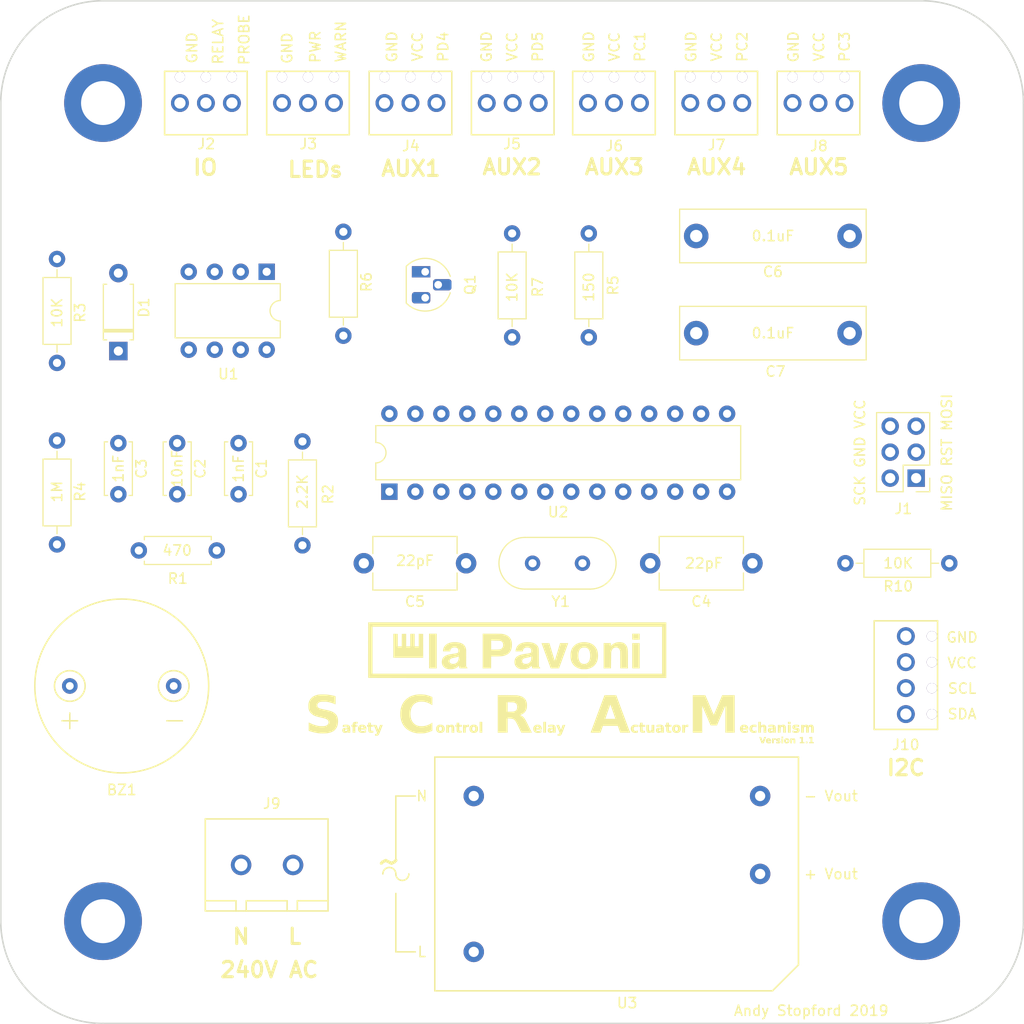
<source format=kicad_pcb>
(kicad_pcb (version 20171130) (host pcbnew 5.0.2-5.0.2)

  (general
    (thickness 1.6)
    (drawings 61)
    (tracks 0)
    (zones 0)
    (modules 38)
    (nets 33)
  )

  (page A4)
  (layers
    (0 F.Cu signal)
    (31 B.Cu signal)
    (32 B.Adhes user)
    (33 F.Adhes user)
    (34 B.Paste user)
    (35 F.Paste user)
    (36 B.SilkS user)
    (37 F.SilkS user)
    (38 B.Mask user)
    (39 F.Mask user)
    (40 Dwgs.User user)
    (41 Cmts.User user)
    (42 Eco1.User user)
    (43 Eco2.User user)
    (44 Edge.Cuts user)
    (45 Margin user)
    (46 B.CrtYd user)
    (47 F.CrtYd user)
    (48 B.Fab user)
    (49 F.Fab user hide)
  )

  (setup
    (last_trace_width 0.25)
    (trace_clearance 0.2)
    (zone_clearance 0.508)
    (zone_45_only no)
    (trace_min 0.2)
    (segment_width 0.2)
    (edge_width 0.15)
    (via_size 0.8)
    (via_drill 0.4)
    (via_min_size 0.4)
    (via_min_drill 0.3)
    (uvia_size 0.3)
    (uvia_drill 0.1)
    (uvias_allowed no)
    (uvia_min_size 0.2)
    (uvia_min_drill 0.1)
    (pcb_text_width 0.3)
    (pcb_text_size 1.5 1.5)
    (mod_edge_width 0.15)
    (mod_text_size 1 1)
    (mod_text_width 0.15)
    (pad_size 1.524 1.524)
    (pad_drill 0.762)
    (pad_to_mask_clearance 0.051)
    (solder_mask_min_width 0.25)
    (aux_axis_origin 0 0)
    (grid_origin 45.25 33.25)
    (visible_elements FFFFF77F)
    (pcbplotparams
      (layerselection 0x010fc_ffffffff)
      (usegerberextensions true)
      (usegerberattributes false)
      (usegerberadvancedattributes false)
      (creategerberjobfile false)
      (excludeedgelayer true)
      (linewidth 0.100000)
      (plotframeref false)
      (viasonmask false)
      (mode 1)
      (useauxorigin false)
      (hpglpennumber 1)
      (hpglpenspeed 20)
      (hpglpendiameter 15.000000)
      (psnegative false)
      (psa4output false)
      (plotreference true)
      (plotvalue true)
      (plotinvisibletext false)
      (padsonsilk false)
      (subtractmaskfromsilk false)
      (outputformat 1)
      (mirror false)
      (drillshape 0)
      (scaleselection 1)
      (outputdirectory "Gerbers/"))
  )

  (net 0 "")
  (net 1 "Net-(C1-Pad1)")
  (net 2 GND)
  (net 3 "Net-(C2-Pad1)")
  (net 4 "Net-(C3-Pad1)")
  (net 5 "Net-(C4-Pad2)")
  (net 6 "Net-(C5-Pad2)")
  (net 7 "Net-(C6-Pad1)")
  (net 8 VCC)
  (net 9 "Net-(D1-Pad2)")
  (net 10 "Net-(J3-Pad1)")
  (net 11 "Net-(J3-Pad2)")
  (net 12 "Net-(Q1-Pad2)")
  (net 13 "Net-(R1-Pad2)")
  (net 14 "Net-(R3-Pad2)")
  (net 15 "Net-(R6-Pad1)")
  (net 16 BZR)
  (net 17 MISO)
  (net 18 SCK)
  (net 19 RESET)
  (net 20 MOSI)
  (net 21 "Net-(J2-Pad2)")
  (net 22 PD4)
  (net 23 PD5)
  (net 24 PWR_LED)
  (net 25 PC1)
  (net 26 PC2)
  (net 27 PC3)
  (net 28 "Net-(J9-Pad1)")
  (net 29 "Net-(J9-Pad2)")
  (net 30 SDA)
  (net 31 SCL)
  (net 32 "Net-(R7-Pad1)")

  (net_class Default "This is the default net class."
    (clearance 0.2)
    (trace_width 0.25)
    (via_dia 0.8)
    (via_drill 0.4)
    (uvia_dia 0.3)
    (uvia_drill 0.1)
    (add_net BZR)
    (add_net GND)
    (add_net MISO)
    (add_net MOSI)
    (add_net "Net-(C1-Pad1)")
    (add_net "Net-(C2-Pad1)")
    (add_net "Net-(C3-Pad1)")
    (add_net "Net-(C4-Pad2)")
    (add_net "Net-(C5-Pad2)")
    (add_net "Net-(C6-Pad1)")
    (add_net "Net-(D1-Pad2)")
    (add_net "Net-(J2-Pad2)")
    (add_net "Net-(J3-Pad1)")
    (add_net "Net-(J3-Pad2)")
    (add_net "Net-(J9-Pad1)")
    (add_net "Net-(J9-Pad2)")
    (add_net "Net-(Q1-Pad2)")
    (add_net "Net-(R1-Pad2)")
    (add_net "Net-(R3-Pad2)")
    (add_net "Net-(R6-Pad1)")
    (add_net "Net-(R7-Pad1)")
    (add_net PC1)
    (add_net PC2)
    (add_net PC3)
    (add_net PD4)
    (add_net PD5)
    (add_net PWR_LED)
    (add_net RESET)
    (add_net SCK)
    (add_net SCL)
    (add_net SDA)
    (add_net VCC)
  )

  (module PowerSupplies:RAC01-GB_PowerSupply (layer F.Cu) (tedit 5D5695D1) (tstamp 5D79F3C5)
    (at 91.5 126.25)
    (path /5D54AE43)
    (fp_text reference U3 (at 15 5) (layer F.SilkS)
      (effects (font (size 1 1) (thickness 0.15)))
    )
    (fp_text value RAC01-GB_PowerSupply (at 15.24 6.35) (layer F.Fab)
      (effects (font (size 1 1) (thickness 0.15)))
    )
    (fp_line (start -3.81 -19.05) (end 31.75 -19.05) (layer F.SilkS) (width 0.15))
    (fp_line (start 31.75 -19.05) (end 31.75 1.27) (layer F.SilkS) (width 0.15))
    (fp_line (start 29.21 3.81) (end -3.81 3.81) (layer F.SilkS) (width 0.15))
    (fp_line (start -3.81 3.81) (end -3.81 -19.05) (layer F.SilkS) (width 0.15))
    (fp_line (start 29.21 3.81) (end 31.75 1.27) (layer F.SilkS) (width 0.15))
    (fp_text user L (at -5.08 0) (layer F.SilkS)
      (effects (font (size 1 1) (thickness 0.15)))
    )
    (fp_text user N (at -5.08 -15.24) (layer F.SilkS)
      (effects (font (size 1 1) (thickness 0.15)))
    )
    (fp_text user "+ Vout" (at 34.925 -7.62) (layer F.SilkS)
      (effects (font (size 1 1) (thickness 0.15)))
    )
    (fp_text user "- Vout" (at 34.925 -15.24) (layer F.SilkS)
      (effects (font (size 1 1) (thickness 0.15)))
    )
    (fp_text user ~ (at -8.255 -8.89) (layer F.SilkS)
      (effects (font (size 3 3) (thickness 0.3)))
    )
    (fp_arc (start -8.255 -7.62) (end -7.62 -7.62) (angle -180) (layer F.SilkS) (width 0.15))
    (fp_arc (start -6.985 -7.62) (end -7.62 -7.62) (angle -180) (layer F.SilkS) (width 0.15))
    (fp_line (start -5.715 -15.24) (end -7.62 -15.24) (layer F.SilkS) (width 0.15))
    (fp_line (start -7.62 -15.24) (end -7.62 -8.89) (layer F.SilkS) (width 0.15))
    (fp_line (start -5.715 0) (end -7.62 0) (layer F.SilkS) (width 0.15))
    (fp_line (start -7.62 0) (end -7.62 -5.715) (layer F.SilkS) (width 0.15))
    (pad 1 thru_hole circle (at 0 0) (size 2 2) (drill 1) (layers *.Cu *.Mask)
      (net 29 "Net-(J9-Pad2)"))
    (pad 2 thru_hole circle (at 0 -15.24) (size 2 2) (drill 1) (layers *.Cu *.Mask)
      (net 28 "Net-(J9-Pad1)"))
    (pad 3 thru_hole circle (at 28 -15.24) (size 2 2) (drill 1) (layers *.Cu *.Mask)
      (net 2 GND))
    (pad 4 thru_hole circle (at 28 -7.62) (size 2 2) (drill 1) (layers *.Cu *.Mask)
      (net 8 VCC))
  )

  (module Capacitor_THT:C_Disc_D5.0mm_W2.5mm_P5.00mm (layer F.Cu) (tedit 5AE50EF0) (tstamp 5D6CE9C3)
    (at 68.5 76.5 270)
    (descr "C, Disc series, Radial, pin pitch=5.00mm, , diameter*width=5*2.5mm^2, Capacitor, http://cdn-reichelt.de/documents/datenblatt/B300/DS_KERKO_TC.pdf")
    (tags "C Disc series Radial pin pitch 5.00mm  diameter 5mm width 2.5mm Capacitor")
    (path /5D3E03B2)
    (fp_text reference C1 (at 2.5 -2.25 270) (layer F.SilkS)
      (effects (font (size 1 1) (thickness 0.15)))
    )
    (fp_text value 1nF (at 2.5 2.5 270) (layer F.Fab)
      (effects (font (size 1 1) (thickness 0.15)))
    )
    (fp_line (start 0 -1.25) (end 0 1.25) (layer F.Fab) (width 0.1))
    (fp_line (start 0 1.25) (end 5 1.25) (layer F.Fab) (width 0.1))
    (fp_line (start 5 1.25) (end 5 -1.25) (layer F.Fab) (width 0.1))
    (fp_line (start 5 -1.25) (end 0 -1.25) (layer F.Fab) (width 0.1))
    (fp_line (start -0.12 -1.37) (end 5.12 -1.37) (layer F.SilkS) (width 0.12))
    (fp_line (start -0.12 1.37) (end 5.12 1.37) (layer F.SilkS) (width 0.12))
    (fp_line (start -0.12 -1.37) (end -0.12 -1.055) (layer F.SilkS) (width 0.12))
    (fp_line (start -0.12 1.055) (end -0.12 1.37) (layer F.SilkS) (width 0.12))
    (fp_line (start 5.12 -1.37) (end 5.12 -1.055) (layer F.SilkS) (width 0.12))
    (fp_line (start 5.12 1.055) (end 5.12 1.37) (layer F.SilkS) (width 0.12))
    (fp_line (start -1.05 -1.5) (end -1.05 1.5) (layer F.CrtYd) (width 0.05))
    (fp_line (start -1.05 1.5) (end 6.05 1.5) (layer F.CrtYd) (width 0.05))
    (fp_line (start 6.05 1.5) (end 6.05 -1.5) (layer F.CrtYd) (width 0.05))
    (fp_line (start 6.05 -1.5) (end -1.05 -1.5) (layer F.CrtYd) (width 0.05))
    (fp_text user %R (at 2.5 0 270) (layer F.Fab)
      (effects (font (size 1 1) (thickness 0.15)))
    )
    (pad 1 thru_hole circle (at 0 0 270) (size 1.6 1.6) (drill 0.8) (layers *.Cu *.Mask)
      (net 1 "Net-(C1-Pad1)"))
    (pad 2 thru_hole circle (at 5 0 270) (size 1.6 1.6) (drill 0.8) (layers *.Cu *.Mask)
      (net 2 GND))
    (model ${KISYS3DMOD}/Capacitor_THT.3dshapes/C_Disc_D5.0mm_W2.5mm_P5.00mm.wrl
      (at (xyz 0 0 0))
      (scale (xyz 1 1 1))
      (rotate (xyz 0 0 0))
    )
  )

  (module Capacitor_THT:C_Disc_D5.0mm_W2.5mm_P5.00mm (layer F.Cu) (tedit 5AE50EF0) (tstamp 5D569FB9)
    (at 62.5 76.5 270)
    (descr "C, Disc series, Radial, pin pitch=5.00mm, , diameter*width=5*2.5mm^2, Capacitor, http://cdn-reichelt.de/documents/datenblatt/B300/DS_KERKO_TC.pdf")
    (tags "C Disc series Radial pin pitch 5.00mm  diameter 5mm width 2.5mm Capacitor")
    (path /5D3E013D)
    (fp_text reference C2 (at 2.5 -2.25 270) (layer F.SilkS)
      (effects (font (size 1 1) (thickness 0.15)))
    )
    (fp_text value 10nF (at 2.5 2.5 270) (layer F.Fab)
      (effects (font (size 1 1) (thickness 0.15)))
    )
    (fp_text user %R (at 2.5 0 270) (layer F.Fab)
      (effects (font (size 1 1) (thickness 0.15)))
    )
    (fp_line (start 6.05 -1.5) (end -1.05 -1.5) (layer F.CrtYd) (width 0.05))
    (fp_line (start 6.05 1.5) (end 6.05 -1.5) (layer F.CrtYd) (width 0.05))
    (fp_line (start -1.05 1.5) (end 6.05 1.5) (layer F.CrtYd) (width 0.05))
    (fp_line (start -1.05 -1.5) (end -1.05 1.5) (layer F.CrtYd) (width 0.05))
    (fp_line (start 5.12 1.055) (end 5.12 1.37) (layer F.SilkS) (width 0.12))
    (fp_line (start 5.12 -1.37) (end 5.12 -1.055) (layer F.SilkS) (width 0.12))
    (fp_line (start -0.12 1.055) (end -0.12 1.37) (layer F.SilkS) (width 0.12))
    (fp_line (start -0.12 -1.37) (end -0.12 -1.055) (layer F.SilkS) (width 0.12))
    (fp_line (start -0.12 1.37) (end 5.12 1.37) (layer F.SilkS) (width 0.12))
    (fp_line (start -0.12 -1.37) (end 5.12 -1.37) (layer F.SilkS) (width 0.12))
    (fp_line (start 5 -1.25) (end 0 -1.25) (layer F.Fab) (width 0.1))
    (fp_line (start 5 1.25) (end 5 -1.25) (layer F.Fab) (width 0.1))
    (fp_line (start 0 1.25) (end 5 1.25) (layer F.Fab) (width 0.1))
    (fp_line (start 0 -1.25) (end 0 1.25) (layer F.Fab) (width 0.1))
    (pad 2 thru_hole circle (at 5 0 270) (size 1.6 1.6) (drill 0.8) (layers *.Cu *.Mask)
      (net 2 GND))
    (pad 1 thru_hole circle (at 0 0 270) (size 1.6 1.6) (drill 0.8) (layers *.Cu *.Mask)
      (net 3 "Net-(C2-Pad1)"))
    (model ${KISYS3DMOD}/Capacitor_THT.3dshapes/C_Disc_D5.0mm_W2.5mm_P5.00mm.wrl
      (at (xyz 0 0 0))
      (scale (xyz 1 1 1))
      (rotate (xyz 0 0 0))
    )
  )

  (module Capacitor_THT:C_Disc_D5.0mm_W2.5mm_P5.00mm (layer F.Cu) (tedit 5AE50EF0) (tstamp 5D502B5C)
    (at 56.75 76.5 270)
    (descr "C, Disc series, Radial, pin pitch=5.00mm, , diameter*width=5*2.5mm^2, Capacitor, http://cdn-reichelt.de/documents/datenblatt/B300/DS_KERKO_TC.pdf")
    (tags "C Disc series Radial pin pitch 5.00mm  diameter 5mm width 2.5mm Capacitor")
    (path /5D3E00DB)
    (fp_text reference C3 (at 2.5 -2.25 270) (layer F.SilkS)
      (effects (font (size 1 1) (thickness 0.15)))
    )
    (fp_text value 1nF (at 2.5 2.5 270) (layer F.Fab)
      (effects (font (size 1 1) (thickness 0.15)))
    )
    (fp_line (start 0 -1.25) (end 0 1.25) (layer F.Fab) (width 0.1))
    (fp_line (start 0 1.25) (end 5 1.25) (layer F.Fab) (width 0.1))
    (fp_line (start 5 1.25) (end 5 -1.25) (layer F.Fab) (width 0.1))
    (fp_line (start 5 -1.25) (end 0 -1.25) (layer F.Fab) (width 0.1))
    (fp_line (start -0.12 -1.37) (end 5.12 -1.37) (layer F.SilkS) (width 0.12))
    (fp_line (start -0.12 1.37) (end 5.12 1.37) (layer F.SilkS) (width 0.12))
    (fp_line (start -0.12 -1.37) (end -0.12 -1.055) (layer F.SilkS) (width 0.12))
    (fp_line (start -0.12 1.055) (end -0.12 1.37) (layer F.SilkS) (width 0.12))
    (fp_line (start 5.12 -1.37) (end 5.12 -1.055) (layer F.SilkS) (width 0.12))
    (fp_line (start 5.12 1.055) (end 5.12 1.37) (layer F.SilkS) (width 0.12))
    (fp_line (start -1.05 -1.5) (end -1.05 1.5) (layer F.CrtYd) (width 0.05))
    (fp_line (start -1.05 1.5) (end 6.05 1.5) (layer F.CrtYd) (width 0.05))
    (fp_line (start 6.05 1.5) (end 6.05 -1.5) (layer F.CrtYd) (width 0.05))
    (fp_line (start 6.05 -1.5) (end -1.05 -1.5) (layer F.CrtYd) (width 0.05))
    (fp_text user %R (at 2.5 0 270) (layer F.Fab)
      (effects (font (size 1 1) (thickness 0.15)))
    )
    (pad 1 thru_hole circle (at 0 0 270) (size 1.6 1.6) (drill 0.8) (layers *.Cu *.Mask)
      (net 4 "Net-(C3-Pad1)"))
    (pad 2 thru_hole circle (at 5 0 270) (size 1.6 1.6) (drill 0.8) (layers *.Cu *.Mask)
      (net 2 GND))
    (model ${KISYS3DMOD}/Capacitor_THT.3dshapes/C_Disc_D5.0mm_W2.5mm_P5.00mm.wrl
      (at (xyz 0 0 0))
      (scale (xyz 1 1 1))
      (rotate (xyz 0 0 0))
    )
  )

  (module Capacitor_THT:C_Disc_D8.0mm_W5.0mm_P10.00mm (layer F.Cu) (tedit 5AE50EF0) (tstamp 5D569E90)
    (at 118.75 88.25 180)
    (descr "C, Disc series, Radial, pin pitch=10.00mm, , diameter*width=8*5.0mm^2, Capacitor, http://www.vishay.com/docs/28535/vy2series.pdf")
    (tags "C Disc series Radial pin pitch 10.00mm  diameter 8mm width 5.0mm Capacitor")
    (path /5D3F6279)
    (fp_text reference C4 (at 5 -3.75 180) (layer F.SilkS)
      (effects (font (size 1 1) (thickness 0.15)))
    )
    (fp_text value 22pF (at 5 3.75 180) (layer F.Fab)
      (effects (font (size 1 1) (thickness 0.15)))
    )
    (fp_line (start 1 -2.5) (end 1 2.5) (layer F.Fab) (width 0.1))
    (fp_line (start 1 2.5) (end 9 2.5) (layer F.Fab) (width 0.1))
    (fp_line (start 9 2.5) (end 9 -2.5) (layer F.Fab) (width 0.1))
    (fp_line (start 9 -2.5) (end 1 -2.5) (layer F.Fab) (width 0.1))
    (fp_line (start 0.88 -2.62) (end 9.12 -2.62) (layer F.SilkS) (width 0.12))
    (fp_line (start 0.88 2.62) (end 9.12 2.62) (layer F.SilkS) (width 0.12))
    (fp_line (start 0.88 -2.62) (end 0.88 -0.946) (layer F.SilkS) (width 0.12))
    (fp_line (start 0.88 0.946) (end 0.88 2.62) (layer F.SilkS) (width 0.12))
    (fp_line (start 9.12 -2.62) (end 9.12 -0.946) (layer F.SilkS) (width 0.12))
    (fp_line (start 9.12 0.946) (end 9.12 2.62) (layer F.SilkS) (width 0.12))
    (fp_line (start -1.25 -2.75) (end -1.25 2.75) (layer F.CrtYd) (width 0.05))
    (fp_line (start -1.25 2.75) (end 11.25 2.75) (layer F.CrtYd) (width 0.05))
    (fp_line (start 11.25 2.75) (end 11.25 -2.75) (layer F.CrtYd) (width 0.05))
    (fp_line (start 11.25 -2.75) (end -1.25 -2.75) (layer F.CrtYd) (width 0.05))
    (fp_text user %R (at 5 0 180) (layer F.Fab)
      (effects (font (size 1 1) (thickness 0.15)))
    )
    (pad 1 thru_hole circle (at 0 0 180) (size 2 2) (drill 1) (layers *.Cu *.Mask)
      (net 2 GND))
    (pad 2 thru_hole circle (at 10 0 180) (size 2 2) (drill 1) (layers *.Cu *.Mask)
      (net 5 "Net-(C4-Pad2)"))
    (model ${KISYS3DMOD}/Capacitor_THT.3dshapes/C_Disc_D8.0mm_W5.0mm_P10.00mm.wrl
      (at (xyz 0 0 0))
      (scale (xyz 1 1 1))
      (rotate (xyz 0 0 0))
    )
  )

  (module Capacitor_THT:C_Disc_D8.0mm_W5.0mm_P10.00mm (layer F.Cu) (tedit 5AE50EF0) (tstamp 5D502B86)
    (at 80.75 88.25)
    (descr "C, Disc series, Radial, pin pitch=10.00mm, , diameter*width=8*5.0mm^2, Capacitor, http://www.vishay.com/docs/28535/vy2series.pdf")
    (tags "C Disc series Radial pin pitch 10.00mm  diameter 8mm width 5.0mm Capacitor")
    (path /5D3F61F6)
    (fp_text reference C5 (at 5 3.75) (layer F.SilkS)
      (effects (font (size 1 1) (thickness 0.15)))
    )
    (fp_text value 22pF (at 5 3.75) (layer F.Fab)
      (effects (font (size 1 1) (thickness 0.15)))
    )
    (fp_text user %R (at 5 0) (layer F.Fab)
      (effects (font (size 1 1) (thickness 0.15)))
    )
    (fp_line (start 11.25 -2.75) (end -1.25 -2.75) (layer F.CrtYd) (width 0.05))
    (fp_line (start 11.25 2.75) (end 11.25 -2.75) (layer F.CrtYd) (width 0.05))
    (fp_line (start -1.25 2.75) (end 11.25 2.75) (layer F.CrtYd) (width 0.05))
    (fp_line (start -1.25 -2.75) (end -1.25 2.75) (layer F.CrtYd) (width 0.05))
    (fp_line (start 9.12 0.946) (end 9.12 2.62) (layer F.SilkS) (width 0.12))
    (fp_line (start 9.12 -2.62) (end 9.12 -0.946) (layer F.SilkS) (width 0.12))
    (fp_line (start 0.88 0.946) (end 0.88 2.62) (layer F.SilkS) (width 0.12))
    (fp_line (start 0.88 -2.62) (end 0.88 -0.946) (layer F.SilkS) (width 0.12))
    (fp_line (start 0.88 2.62) (end 9.12 2.62) (layer F.SilkS) (width 0.12))
    (fp_line (start 0.88 -2.62) (end 9.12 -2.62) (layer F.SilkS) (width 0.12))
    (fp_line (start 9 -2.5) (end 1 -2.5) (layer F.Fab) (width 0.1))
    (fp_line (start 9 2.5) (end 9 -2.5) (layer F.Fab) (width 0.1))
    (fp_line (start 1 2.5) (end 9 2.5) (layer F.Fab) (width 0.1))
    (fp_line (start 1 -2.5) (end 1 2.5) (layer F.Fab) (width 0.1))
    (pad 2 thru_hole circle (at 10 0) (size 2 2) (drill 1) (layers *.Cu *.Mask)
      (net 6 "Net-(C5-Pad2)"))
    (pad 1 thru_hole circle (at 0 0) (size 2 2) (drill 1) (layers *.Cu *.Mask)
      (net 2 GND))
    (model ${KISYS3DMOD}/Capacitor_THT.3dshapes/C_Disc_D8.0mm_W5.0mm_P10.00mm.wrl
      (at (xyz 0 0 0))
      (scale (xyz 1 1 1))
      (rotate (xyz 0 0 0))
    )
  )

  (module Capacitor_THT:C_Rect_L18.0mm_W5.0mm_P15.00mm_FKS3_FKP3 (layer F.Cu) (tedit 5AE50EF0) (tstamp 5D6CE172)
    (at 128.25 56.25 180)
    (descr "C, Rect series, Radial, pin pitch=15.00mm, , length*width=18*5mm^2, Capacitor, http://www.wima.com/EN/WIMA_FKS_3.pdf")
    (tags "C Rect series Radial pin pitch 15.00mm  length 18mm width 5mm Capacitor")
    (path /5D3FDA70)
    (fp_text reference C6 (at 7.5 -3.5 180) (layer F.SilkS)
      (effects (font (size 1 1) (thickness 0.15)))
    )
    (fp_text value 0.1uF (at 7.5 3.75 180) (layer F.Fab)
      (effects (font (size 1 1) (thickness 0.15)))
    )
    (fp_line (start -1.5 -2.5) (end -1.5 2.5) (layer F.Fab) (width 0.1))
    (fp_line (start -1.5 2.5) (end 16.5 2.5) (layer F.Fab) (width 0.1))
    (fp_line (start 16.5 2.5) (end 16.5 -2.5) (layer F.Fab) (width 0.1))
    (fp_line (start 16.5 -2.5) (end -1.5 -2.5) (layer F.Fab) (width 0.1))
    (fp_line (start -1.62 -2.62) (end 16.62 -2.62) (layer F.SilkS) (width 0.12))
    (fp_line (start -1.62 2.62) (end 16.62 2.62) (layer F.SilkS) (width 0.12))
    (fp_line (start -1.62 -2.62) (end -1.62 2.62) (layer F.SilkS) (width 0.12))
    (fp_line (start 16.62 -2.62) (end 16.62 2.62) (layer F.SilkS) (width 0.12))
    (fp_line (start -1.75 -2.75) (end -1.75 2.75) (layer F.CrtYd) (width 0.05))
    (fp_line (start -1.75 2.75) (end 16.75 2.75) (layer F.CrtYd) (width 0.05))
    (fp_line (start 16.75 2.75) (end 16.75 -2.75) (layer F.CrtYd) (width 0.05))
    (fp_line (start 16.75 -2.75) (end -1.75 -2.75) (layer F.CrtYd) (width 0.05))
    (fp_text user %R (at 7.5 0 180) (layer F.Fab)
      (effects (font (size 1 1) (thickness 0.15)))
    )
    (pad 1 thru_hole circle (at 0 0 180) (size 2.4 2.4) (drill 1.2) (layers *.Cu *.Mask)
      (net 7 "Net-(C6-Pad1)"))
    (pad 2 thru_hole circle (at 15 0 180) (size 2.4 2.4) (drill 1.2) (layers *.Cu *.Mask)
      (net 2 GND))
    (model ${KISYS3DMOD}/Capacitor_THT.3dshapes/C_Rect_L18.0mm_W5.0mm_P15.00mm_FKS3_FKP3.wrl
      (at (xyz 0 0 0))
      (scale (xyz 1 1 1))
      (rotate (xyz 0 0 0))
    )
  )

  (module Capacitor_THT:C_Rect_L18.0mm_W5.0mm_P15.00mm_FKS3_FKP3 (layer F.Cu) (tedit 5AE50EF0) (tstamp 5D6CE1CD)
    (at 113.25 65.75)
    (descr "C, Rect series, Radial, pin pitch=15.00mm, , length*width=18*5mm^2, Capacitor, http://www.wima.com/EN/WIMA_FKS_3.pdf")
    (tags "C Rect series Radial pin pitch 15.00mm  length 18mm width 5mm Capacitor")
    (path /5D3FF87A)
    (fp_text reference C7 (at 7.75 3.75) (layer F.SilkS)
      (effects (font (size 1 1) (thickness 0.15)))
    )
    (fp_text value 0.1uF (at 7.5 3.75) (layer F.Fab)
      (effects (font (size 1 1) (thickness 0.15)))
    )
    (fp_text user %R (at 7.5 0) (layer F.Fab)
      (effects (font (size 1 1) (thickness 0.15)))
    )
    (fp_line (start 16.75 -2.75) (end -1.75 -2.75) (layer F.CrtYd) (width 0.05))
    (fp_line (start 16.75 2.75) (end 16.75 -2.75) (layer F.CrtYd) (width 0.05))
    (fp_line (start -1.75 2.75) (end 16.75 2.75) (layer F.CrtYd) (width 0.05))
    (fp_line (start -1.75 -2.75) (end -1.75 2.75) (layer F.CrtYd) (width 0.05))
    (fp_line (start 16.62 -2.62) (end 16.62 2.62) (layer F.SilkS) (width 0.12))
    (fp_line (start -1.62 -2.62) (end -1.62 2.62) (layer F.SilkS) (width 0.12))
    (fp_line (start -1.62 2.62) (end 16.62 2.62) (layer F.SilkS) (width 0.12))
    (fp_line (start -1.62 -2.62) (end 16.62 -2.62) (layer F.SilkS) (width 0.12))
    (fp_line (start 16.5 -2.5) (end -1.5 -2.5) (layer F.Fab) (width 0.1))
    (fp_line (start 16.5 2.5) (end 16.5 -2.5) (layer F.Fab) (width 0.1))
    (fp_line (start -1.5 2.5) (end 16.5 2.5) (layer F.Fab) (width 0.1))
    (fp_line (start -1.5 -2.5) (end -1.5 2.5) (layer F.Fab) (width 0.1))
    (pad 2 thru_hole circle (at 15 0) (size 2.4 2.4) (drill 1.2) (layers *.Cu *.Mask)
      (net 2 GND))
    (pad 1 thru_hole circle (at 0 0) (size 2.4 2.4) (drill 1.2) (layers *.Cu *.Mask)
      (net 8 VCC))
    (model ${KISYS3DMOD}/Capacitor_THT.3dshapes/C_Rect_L18.0mm_W5.0mm_P15.00mm_FKS3_FKP3.wrl
      (at (xyz 0 0 0))
      (scale (xyz 1 1 1))
      (rotate (xyz 0 0 0))
    )
  )

  (module Diode_THT:D_A-405_P7.62mm_Horizontal (layer F.Cu) (tedit 5D569A9F) (tstamp 5D5DB602)
    (at 56.75 67.5 90)
    (descr "Diode, A-405 series, Axial, Horizontal, pin pitch=7.62mm, , length*diameter=5.2*2.7mm^2, , http://www.diodes.com/_files/packages/A-405.pdf")
    (tags "Diode A-405 series Axial Horizontal pin pitch 7.62mm  length 5.2mm diameter 2.7mm")
    (path /5D3F6C3D)
    (fp_text reference D1 (at 4.25 2.5 90) (layer F.SilkS)
      (effects (font (size 1 1) (thickness 0.15)))
    )
    (fp_text value D (at 3.81 2.47 90) (layer F.Fab)
      (effects (font (size 1 1) (thickness 0.15)))
    )
    (fp_line (start 1.21 -1.35) (end 1.21 1.35) (layer F.Fab) (width 0.1))
    (fp_line (start 1.21 1.35) (end 6.41 1.35) (layer F.Fab) (width 0.1))
    (fp_line (start 6.41 1.35) (end 6.41 -1.35) (layer F.Fab) (width 0.1))
    (fp_line (start 6.41 -1.35) (end 1.21 -1.35) (layer F.Fab) (width 0.1))
    (fp_line (start 0 0) (end 1.21 0) (layer F.Fab) (width 0.1))
    (fp_line (start 7.62 0) (end 6.41 0) (layer F.Fab) (width 0.1))
    (fp_line (start 1.99 -1.35) (end 1.99 1.35) (layer F.Fab) (width 0.1))
    (fp_line (start 2.09 -1.35) (end 2.09 1.35) (layer F.Fab) (width 0.1))
    (fp_line (start 1.89 -1.35) (end 1.89 1.35) (layer F.Fab) (width 0.1))
    (fp_line (start 1.09 -1.14) (end 1.09 -1.47) (layer F.SilkS) (width 0.12))
    (fp_line (start 1.09 -1.47) (end 6.53 -1.47) (layer F.SilkS) (width 0.12))
    (fp_line (start 6.53 -1.47) (end 6.53 -1.14) (layer F.SilkS) (width 0.12))
    (fp_line (start 1.09 1.14) (end 1.09 1.47) (layer F.SilkS) (width 0.12))
    (fp_line (start 1.09 1.47) (end 6.53 1.47) (layer F.SilkS) (width 0.12))
    (fp_line (start 6.53 1.47) (end 6.53 1.14) (layer F.SilkS) (width 0.12))
    (fp_line (start 1.99 -1.47) (end 1.99 1.47) (layer F.SilkS) (width 0.12))
    (fp_line (start 2.11 -1.47) (end 2.11 1.47) (layer F.SilkS) (width 0.12))
    (fp_line (start 1.87 -1.47) (end 1.87 1.47) (layer F.SilkS) (width 0.12))
    (fp_line (start -1.15 -1.6) (end -1.15 1.6) (layer F.CrtYd) (width 0.05))
    (fp_line (start -1.15 1.6) (end 8.77 1.6) (layer F.CrtYd) (width 0.05))
    (fp_line (start 8.77 1.6) (end 8.77 -1.6) (layer F.CrtYd) (width 0.05))
    (fp_line (start 8.77 -1.6) (end -1.15 -1.6) (layer F.CrtYd) (width 0.05))
    (fp_text user %R (at 4.2 0 90) (layer F.Fab)
      (effects (font (size 1 1) (thickness 0.15)))
    )
    (fp_text user K (at 0 -1.9 90) (layer F.Fab)
      (effects (font (size 1 1) (thickness 0.15)))
    )
    (fp_text user "" (at 0 -1.9 90) (layer F.SilkS)
      (effects (font (size 1 1) (thickness 0.15)))
    )
    (pad 1 thru_hole rect (at 0 0 90) (size 1.8 1.8) (drill 0.9) (layers *.Cu *.Mask)
      (net 4 "Net-(C3-Pad1)"))
    (pad 2 thru_hole oval (at 7.62 0 90) (size 1.8 1.8) (drill 0.9) (layers *.Cu *.Mask)
      (net 9 "Net-(D1-Pad2)"))
    (model ${KISYS3DMOD}/Diode_THT.3dshapes/D_A-405_P7.62mm_Horizontal.wrl
      (at (xyz 0 0 0))
      (scale (xyz 1 1 1))
      (rotate (xyz 0 0 0))
    )
  )

  (module Connector_PinHeader_2.54mm:PinHeader_2x03_P2.54mm_Vertical (layer F.Cu) (tedit 59FED5CC) (tstamp 5D569AC1)
    (at 134.756598 79.9268 180)
    (descr "Through hole straight pin header, 2x03, 2.54mm pitch, double rows")
    (tags "Through hole pin header THT 2x03 2.54mm double row")
    (path /5D4059F7)
    (fp_text reference J1 (at 1.25 -3) (layer F.SilkS)
      (effects (font (size 1 1) (thickness 0.15)))
    )
    (fp_text value ICSP (at 1.27 7.41 180) (layer F.Fab)
      (effects (font (size 1 1) (thickness 0.15)))
    )
    (fp_line (start 0 -1.27) (end 3.81 -1.27) (layer F.Fab) (width 0.1))
    (fp_line (start 3.81 -1.27) (end 3.81 6.35) (layer F.Fab) (width 0.1))
    (fp_line (start 3.81 6.35) (end -1.27 6.35) (layer F.Fab) (width 0.1))
    (fp_line (start -1.27 6.35) (end -1.27 0) (layer F.Fab) (width 0.1))
    (fp_line (start -1.27 0) (end 0 -1.27) (layer F.Fab) (width 0.1))
    (fp_line (start -1.33 6.41) (end 3.87 6.41) (layer F.SilkS) (width 0.12))
    (fp_line (start -1.33 1.27) (end -1.33 6.41) (layer F.SilkS) (width 0.12))
    (fp_line (start 3.87 -1.33) (end 3.87 6.41) (layer F.SilkS) (width 0.12))
    (fp_line (start -1.33 1.27) (end 1.27 1.27) (layer F.SilkS) (width 0.12))
    (fp_line (start 1.27 1.27) (end 1.27 -1.33) (layer F.SilkS) (width 0.12))
    (fp_line (start 1.27 -1.33) (end 3.87 -1.33) (layer F.SilkS) (width 0.12))
    (fp_line (start -1.33 0) (end -1.33 -1.33) (layer F.SilkS) (width 0.12))
    (fp_line (start -1.33 -1.33) (end 0 -1.33) (layer F.SilkS) (width 0.12))
    (fp_line (start -1.8 -1.8) (end -1.8 6.85) (layer F.CrtYd) (width 0.05))
    (fp_line (start -1.8 6.85) (end 4.35 6.85) (layer F.CrtYd) (width 0.05))
    (fp_line (start 4.35 6.85) (end 4.35 -1.8) (layer F.CrtYd) (width 0.05))
    (fp_line (start 4.35 -1.8) (end -1.8 -1.8) (layer F.CrtYd) (width 0.05))
    (fp_text user %R (at 1.27 2.54 270) (layer F.Fab)
      (effects (font (size 1 1) (thickness 0.15)))
    )
    (pad 1 thru_hole rect (at 0 0 180) (size 1.7 1.7) (drill 1) (layers *.Cu *.Mask)
      (net 17 MISO))
    (pad 2 thru_hole oval (at 2.54 0 180) (size 1.7 1.7) (drill 1) (layers *.Cu *.Mask)
      (net 18 SCK))
    (pad 3 thru_hole oval (at 0 2.54 180) (size 1.7 1.7) (drill 1) (layers *.Cu *.Mask)
      (net 19 RESET))
    (pad 4 thru_hole oval (at 2.54 2.54 180) (size 1.7 1.7) (drill 1) (layers *.Cu *.Mask)
      (net 2 GND))
    (pad 5 thru_hole oval (at 0 5.08 180) (size 1.7 1.7) (drill 1) (layers *.Cu *.Mask)
      (net 20 MOSI))
    (pad 6 thru_hole oval (at 2.54 5.08 180) (size 1.7 1.7) (drill 1) (layers *.Cu *.Mask)
      (net 8 VCC))
    (model ${KISYS3DMOD}/Connector_PinHeader_2.54mm.3dshapes/PinHeader_2x03_P2.54mm_Vertical.wrl
      (at (xyz 0 0 0))
      (scale (xyz 1 1 1))
      (rotate (xyz 0 0 0))
    )
  )

  (module Resistor_THT:R_Axial_DIN0207_L6.3mm_D2.5mm_P7.62mm_Horizontal (layer F.Cu) (tedit 5AE5139B) (tstamp 5D647DF4)
    (at 58.75 87)
    (descr "Resistor, Axial_DIN0207 series, Axial, Horizontal, pin pitch=7.62mm, 0.25W = 1/4W, length*diameter=6.3*2.5mm^2, http://cdn-reichelt.de/documents/datenblatt/B400/1_4W%23YAG.pdf")
    (tags "Resistor Axial_DIN0207 series Axial Horizontal pin pitch 7.62mm 0.25W = 1/4W length 6.3mm diameter 2.5mm")
    (path /5D3E0019)
    (fp_text reference R1 (at 3.81 2.75) (layer F.SilkS)
      (effects (font (size 1 1) (thickness 0.15)))
    )
    (fp_text value 470 (at 3.81 2.37) (layer F.Fab)
      (effects (font (size 1 1) (thickness 0.15)))
    )
    (fp_line (start 0.66 -1.25) (end 0.66 1.25) (layer F.Fab) (width 0.1))
    (fp_line (start 0.66 1.25) (end 6.96 1.25) (layer F.Fab) (width 0.1))
    (fp_line (start 6.96 1.25) (end 6.96 -1.25) (layer F.Fab) (width 0.1))
    (fp_line (start 6.96 -1.25) (end 0.66 -1.25) (layer F.Fab) (width 0.1))
    (fp_line (start 0 0) (end 0.66 0) (layer F.Fab) (width 0.1))
    (fp_line (start 7.62 0) (end 6.96 0) (layer F.Fab) (width 0.1))
    (fp_line (start 0.54 -1.04) (end 0.54 -1.37) (layer F.SilkS) (width 0.12))
    (fp_line (start 0.54 -1.37) (end 7.08 -1.37) (layer F.SilkS) (width 0.12))
    (fp_line (start 7.08 -1.37) (end 7.08 -1.04) (layer F.SilkS) (width 0.12))
    (fp_line (start 0.54 1.04) (end 0.54 1.37) (layer F.SilkS) (width 0.12))
    (fp_line (start 0.54 1.37) (end 7.08 1.37) (layer F.SilkS) (width 0.12))
    (fp_line (start 7.08 1.37) (end 7.08 1.04) (layer F.SilkS) (width 0.12))
    (fp_line (start -1.05 -1.5) (end -1.05 1.5) (layer F.CrtYd) (width 0.05))
    (fp_line (start -1.05 1.5) (end 8.67 1.5) (layer F.CrtYd) (width 0.05))
    (fp_line (start 8.67 1.5) (end 8.67 -1.5) (layer F.CrtYd) (width 0.05))
    (fp_line (start 8.67 -1.5) (end -1.05 -1.5) (layer F.CrtYd) (width 0.05))
    (fp_text user %R (at 3.81 0) (layer F.Fab)
      (effects (font (size 1 1) (thickness 0.15)))
    )
    (pad 1 thru_hole circle (at 0 0) (size 1.6 1.6) (drill 0.8) (layers *.Cu *.Mask)
      (net 8 VCC))
    (pad 2 thru_hole oval (at 7.62 0) (size 1.6 1.6) (drill 0.8) (layers *.Cu *.Mask)
      (net 13 "Net-(R1-Pad2)"))
    (model ${KISYS3DMOD}/Resistor_THT.3dshapes/R_Axial_DIN0207_L6.3mm_D2.5mm_P7.62mm_Horizontal.wrl
      (at (xyz 0 0 0))
      (scale (xyz 1 1 1))
      (rotate (xyz 0 0 0))
    )
  )

  (module Resistor_THT:R_Axial_DIN0207_L6.3mm_D2.5mm_P10.16mm_Horizontal (layer F.Cu) (tedit 5AE5139B) (tstamp 5D502D0E)
    (at 74.75 86.5 90)
    (descr "Resistor, Axial_DIN0207 series, Axial, Horizontal, pin pitch=10.16mm, 0.25W = 1/4W, length*diameter=6.3*2.5mm^2, http://cdn-reichelt.de/documents/datenblatt/B400/1_4W%23YAG.pdf")
    (tags "Resistor Axial_DIN0207 series Axial Horizontal pin pitch 10.16mm 0.25W = 1/4W length 6.3mm diameter 2.5mm")
    (path /5D3DFFA9)
    (fp_text reference R2 (at 5 2.5 90) (layer F.SilkS)
      (effects (font (size 1 1) (thickness 0.15)))
    )
    (fp_text value 2.2K (at 5.08 2.37 90) (layer F.Fab)
      (effects (font (size 1 1) (thickness 0.15)))
    )
    (fp_text user %R (at 5.08 0 90) (layer F.Fab)
      (effects (font (size 1 1) (thickness 0.15)))
    )
    (fp_line (start 11.21 -1.5) (end -1.05 -1.5) (layer F.CrtYd) (width 0.05))
    (fp_line (start 11.21 1.5) (end 11.21 -1.5) (layer F.CrtYd) (width 0.05))
    (fp_line (start -1.05 1.5) (end 11.21 1.5) (layer F.CrtYd) (width 0.05))
    (fp_line (start -1.05 -1.5) (end -1.05 1.5) (layer F.CrtYd) (width 0.05))
    (fp_line (start 9.12 0) (end 8.35 0) (layer F.SilkS) (width 0.12))
    (fp_line (start 1.04 0) (end 1.81 0) (layer F.SilkS) (width 0.12))
    (fp_line (start 8.35 -1.37) (end 1.81 -1.37) (layer F.SilkS) (width 0.12))
    (fp_line (start 8.35 1.37) (end 8.35 -1.37) (layer F.SilkS) (width 0.12))
    (fp_line (start 1.81 1.37) (end 8.35 1.37) (layer F.SilkS) (width 0.12))
    (fp_line (start 1.81 -1.37) (end 1.81 1.37) (layer F.SilkS) (width 0.12))
    (fp_line (start 10.16 0) (end 8.23 0) (layer F.Fab) (width 0.1))
    (fp_line (start 0 0) (end 1.93 0) (layer F.Fab) (width 0.1))
    (fp_line (start 8.23 -1.25) (end 1.93 -1.25) (layer F.Fab) (width 0.1))
    (fp_line (start 8.23 1.25) (end 8.23 -1.25) (layer F.Fab) (width 0.1))
    (fp_line (start 1.93 1.25) (end 8.23 1.25) (layer F.Fab) (width 0.1))
    (fp_line (start 1.93 -1.25) (end 1.93 1.25) (layer F.Fab) (width 0.1))
    (pad 2 thru_hole oval (at 10.16 0 90) (size 1.6 1.6) (drill 0.8) (layers *.Cu *.Mask)
      (net 1 "Net-(C1-Pad1)"))
    (pad 1 thru_hole circle (at 0 0 90) (size 1.6 1.6) (drill 0.8) (layers *.Cu *.Mask)
      (net 13 "Net-(R1-Pad2)"))
    (model ${KISYS3DMOD}/Resistor_THT.3dshapes/R_Axial_DIN0207_L6.3mm_D2.5mm_P10.16mm_Horizontal.wrl
      (at (xyz 0 0 0))
      (scale (xyz 1 1 1))
      (rotate (xyz 0 0 0))
    )
  )

  (module Resistor_THT:R_Axial_DIN0207_L6.3mm_D2.5mm_P10.16mm_Horizontal (layer F.Cu) (tedit 5AE5139B) (tstamp 5D502D25)
    (at 50.75 58.5 270)
    (descr "Resistor, Axial_DIN0207 series, Axial, Horizontal, pin pitch=10.16mm, 0.25W = 1/4W, length*diameter=6.3*2.5mm^2, http://cdn-reichelt.de/documents/datenblatt/B400/1_4W%23YAG.pdf")
    (tags "Resistor Axial_DIN0207 series Axial Horizontal pin pitch 10.16mm 0.25W = 1/4W length 6.3mm diameter 2.5mm")
    (path /5D3DFE11)
    (fp_text reference R3 (at 5.25 -2.25 270) (layer F.SilkS)
      (effects (font (size 1 1) (thickness 0.15)))
    )
    (fp_text value 10K (at 5.08 2.37 270) (layer F.Fab)
      (effects (font (size 1 1) (thickness 0.15)))
    )
    (fp_line (start 1.93 -1.25) (end 1.93 1.25) (layer F.Fab) (width 0.1))
    (fp_line (start 1.93 1.25) (end 8.23 1.25) (layer F.Fab) (width 0.1))
    (fp_line (start 8.23 1.25) (end 8.23 -1.25) (layer F.Fab) (width 0.1))
    (fp_line (start 8.23 -1.25) (end 1.93 -1.25) (layer F.Fab) (width 0.1))
    (fp_line (start 0 0) (end 1.93 0) (layer F.Fab) (width 0.1))
    (fp_line (start 10.16 0) (end 8.23 0) (layer F.Fab) (width 0.1))
    (fp_line (start 1.81 -1.37) (end 1.81 1.37) (layer F.SilkS) (width 0.12))
    (fp_line (start 1.81 1.37) (end 8.35 1.37) (layer F.SilkS) (width 0.12))
    (fp_line (start 8.35 1.37) (end 8.35 -1.37) (layer F.SilkS) (width 0.12))
    (fp_line (start 8.35 -1.37) (end 1.81 -1.37) (layer F.SilkS) (width 0.12))
    (fp_line (start 1.04 0) (end 1.81 0) (layer F.SilkS) (width 0.12))
    (fp_line (start 9.12 0) (end 8.35 0) (layer F.SilkS) (width 0.12))
    (fp_line (start -1.05 -1.5) (end -1.05 1.5) (layer F.CrtYd) (width 0.05))
    (fp_line (start -1.05 1.5) (end 11.21 1.5) (layer F.CrtYd) (width 0.05))
    (fp_line (start 11.21 1.5) (end 11.21 -1.5) (layer F.CrtYd) (width 0.05))
    (fp_line (start 11.21 -1.5) (end -1.05 -1.5) (layer F.CrtYd) (width 0.05))
    (fp_text user %R (at 5.08 0 270) (layer F.Fab)
      (effects (font (size 1 1) (thickness 0.15)))
    )
    (pad 1 thru_hole circle (at 0 0 270) (size 1.6 1.6) (drill 0.8) (layers *.Cu *.Mask)
      (net 9 "Net-(D1-Pad2)"))
    (pad 2 thru_hole oval (at 10.16 0 270) (size 1.6 1.6) (drill 0.8) (layers *.Cu *.Mask)
      (net 14 "Net-(R3-Pad2)"))
    (model ${KISYS3DMOD}/Resistor_THT.3dshapes/R_Axial_DIN0207_L6.3mm_D2.5mm_P10.16mm_Horizontal.wrl
      (at (xyz 0 0 0))
      (scale (xyz 1 1 1))
      (rotate (xyz 0 0 0))
    )
  )

  (module Resistor_THT:R_Axial_DIN0207_L6.3mm_D2.5mm_P10.16mm_Horizontal (layer F.Cu) (tedit 5AE5139B) (tstamp 5D502D3C)
    (at 50.75 76.25 270)
    (descr "Resistor, Axial_DIN0207 series, Axial, Horizontal, pin pitch=10.16mm, 0.25W = 1/4W, length*diameter=6.3*2.5mm^2, http://cdn-reichelt.de/documents/datenblatt/B400/1_4W%23YAG.pdf")
    (tags "Resistor Axial_DIN0207 series Axial Horizontal pin pitch 10.16mm 0.25W = 1/4W length 6.3mm diameter 2.5mm")
    (path /5D3DFECB)
    (fp_text reference R4 (at 5 -2.25 270) (layer F.SilkS)
      (effects (font (size 1 1) (thickness 0.15)))
    )
    (fp_text value 1M (at 5.08 2.37 270) (layer F.Fab)
      (effects (font (size 1 1) (thickness 0.15)))
    )
    (fp_line (start 1.93 -1.25) (end 1.93 1.25) (layer F.Fab) (width 0.1))
    (fp_line (start 1.93 1.25) (end 8.23 1.25) (layer F.Fab) (width 0.1))
    (fp_line (start 8.23 1.25) (end 8.23 -1.25) (layer F.Fab) (width 0.1))
    (fp_line (start 8.23 -1.25) (end 1.93 -1.25) (layer F.Fab) (width 0.1))
    (fp_line (start 0 0) (end 1.93 0) (layer F.Fab) (width 0.1))
    (fp_line (start 10.16 0) (end 8.23 0) (layer F.Fab) (width 0.1))
    (fp_line (start 1.81 -1.37) (end 1.81 1.37) (layer F.SilkS) (width 0.12))
    (fp_line (start 1.81 1.37) (end 8.35 1.37) (layer F.SilkS) (width 0.12))
    (fp_line (start 8.35 1.37) (end 8.35 -1.37) (layer F.SilkS) (width 0.12))
    (fp_line (start 8.35 -1.37) (end 1.81 -1.37) (layer F.SilkS) (width 0.12))
    (fp_line (start 1.04 0) (end 1.81 0) (layer F.SilkS) (width 0.12))
    (fp_line (start 9.12 0) (end 8.35 0) (layer F.SilkS) (width 0.12))
    (fp_line (start -1.05 -1.5) (end -1.05 1.5) (layer F.CrtYd) (width 0.05))
    (fp_line (start -1.05 1.5) (end 11.21 1.5) (layer F.CrtYd) (width 0.05))
    (fp_line (start 11.21 1.5) (end 11.21 -1.5) (layer F.CrtYd) (width 0.05))
    (fp_line (start 11.21 -1.5) (end -1.05 -1.5) (layer F.CrtYd) (width 0.05))
    (fp_text user %R (at 5.08 0 270) (layer F.Fab)
      (effects (font (size 1 1) (thickness 0.15)))
    )
    (pad 1 thru_hole circle (at 0 0 270) (size 1.6 1.6) (drill 0.8) (layers *.Cu *.Mask)
      (net 4 "Net-(C3-Pad1)"))
    (pad 2 thru_hole oval (at 10.16 0 270) (size 1.6 1.6) (drill 0.8) (layers *.Cu *.Mask)
      (net 2 GND))
    (model ${KISYS3DMOD}/Resistor_THT.3dshapes/R_Axial_DIN0207_L6.3mm_D2.5mm_P10.16mm_Horizontal.wrl
      (at (xyz 0 0 0))
      (scale (xyz 1 1 1))
      (rotate (xyz 0 0 0))
    )
  )

  (module Resistor_THT:R_Axial_DIN0207_L6.3mm_D2.5mm_P10.16mm_Horizontal (layer F.Cu) (tedit 5AE5139B) (tstamp 5DBB8558)
    (at 102.75 56 270)
    (descr "Resistor, Axial_DIN0207 series, Axial, Horizontal, pin pitch=10.16mm, 0.25W = 1/4W, length*diameter=6.3*2.5mm^2, http://cdn-reichelt.de/documents/datenblatt/B400/1_4W%23YAG.pdf")
    (tags "Resistor Axial_DIN0207 series Axial Horizontal pin pitch 10.16mm 0.25W = 1/4W length 6.3mm diameter 2.5mm")
    (path /5D4292DA)
    (fp_text reference R5 (at 5.08 -2.37 270) (layer F.SilkS)
      (effects (font (size 1 1) (thickness 0.15)))
    )
    (fp_text value 150 (at 5.08 2.37 270) (layer F.Fab)
      (effects (font (size 1 1) (thickness 0.15)))
    )
    (fp_text user %R (at 5.08 0 270) (layer F.Fab)
      (effects (font (size 1 1) (thickness 0.15)))
    )
    (fp_line (start 11.21 -1.5) (end -1.05 -1.5) (layer F.CrtYd) (width 0.05))
    (fp_line (start 11.21 1.5) (end 11.21 -1.5) (layer F.CrtYd) (width 0.05))
    (fp_line (start -1.05 1.5) (end 11.21 1.5) (layer F.CrtYd) (width 0.05))
    (fp_line (start -1.05 -1.5) (end -1.05 1.5) (layer F.CrtYd) (width 0.05))
    (fp_line (start 9.12 0) (end 8.35 0) (layer F.SilkS) (width 0.12))
    (fp_line (start 1.04 0) (end 1.81 0) (layer F.SilkS) (width 0.12))
    (fp_line (start 8.35 -1.37) (end 1.81 -1.37) (layer F.SilkS) (width 0.12))
    (fp_line (start 8.35 1.37) (end 8.35 -1.37) (layer F.SilkS) (width 0.12))
    (fp_line (start 1.81 1.37) (end 8.35 1.37) (layer F.SilkS) (width 0.12))
    (fp_line (start 1.81 -1.37) (end 1.81 1.37) (layer F.SilkS) (width 0.12))
    (fp_line (start 10.16 0) (end 8.23 0) (layer F.Fab) (width 0.1))
    (fp_line (start 0 0) (end 1.93 0) (layer F.Fab) (width 0.1))
    (fp_line (start 8.23 -1.25) (end 1.93 -1.25) (layer F.Fab) (width 0.1))
    (fp_line (start 8.23 1.25) (end 8.23 -1.25) (layer F.Fab) (width 0.1))
    (fp_line (start 1.93 1.25) (end 8.23 1.25) (layer F.Fab) (width 0.1))
    (fp_line (start 1.93 -1.25) (end 1.93 1.25) (layer F.Fab) (width 0.1))
    (pad 2 thru_hole oval (at 10.16 0 270) (size 1.6 1.6) (drill 0.8) (layers *.Cu *.Mask)
      (net 24 PWR_LED))
    (pad 1 thru_hole circle (at 0 0 270) (size 1.6 1.6) (drill 0.8) (layers *.Cu *.Mask)
      (net 11 "Net-(J3-Pad2)"))
    (model ${KISYS3DMOD}/Resistor_THT.3dshapes/R_Axial_DIN0207_L6.3mm_D2.5mm_P10.16mm_Horizontal.wrl
      (at (xyz 0 0 0))
      (scale (xyz 1 1 1))
      (rotate (xyz 0 0 0))
    )
  )

  (module Resistor_THT:R_Axial_DIN0207_L6.3mm_D2.5mm_P10.16mm_Horizontal (layer F.Cu) (tedit 5AE5139B) (tstamp 5D502D6A)
    (at 78.75 66 90)
    (descr "Resistor, Axial_DIN0207 series, Axial, Horizontal, pin pitch=10.16mm, 0.25W = 1/4W, length*diameter=6.3*2.5mm^2, http://cdn-reichelt.de/documents/datenblatt/B400/1_4W%23YAG.pdf")
    (tags "Resistor Axial_DIN0207 series Axial Horizontal pin pitch 10.16mm 0.25W = 1/4W length 6.3mm diameter 2.5mm")
    (path /5D42BC46)
    (fp_text reference R6 (at 5.25 2.25 90) (layer F.SilkS)
      (effects (font (size 1 1) (thickness 0.15)))
    )
    (fp_text value 150 (at 5.08 2.37 90) (layer F.Fab)
      (effects (font (size 1 1) (thickness 0.15)))
    )
    (fp_line (start 1.93 -1.25) (end 1.93 1.25) (layer F.Fab) (width 0.1))
    (fp_line (start 1.93 1.25) (end 8.23 1.25) (layer F.Fab) (width 0.1))
    (fp_line (start 8.23 1.25) (end 8.23 -1.25) (layer F.Fab) (width 0.1))
    (fp_line (start 8.23 -1.25) (end 1.93 -1.25) (layer F.Fab) (width 0.1))
    (fp_line (start 0 0) (end 1.93 0) (layer F.Fab) (width 0.1))
    (fp_line (start 10.16 0) (end 8.23 0) (layer F.Fab) (width 0.1))
    (fp_line (start 1.81 -1.37) (end 1.81 1.37) (layer F.SilkS) (width 0.12))
    (fp_line (start 1.81 1.37) (end 8.35 1.37) (layer F.SilkS) (width 0.12))
    (fp_line (start 8.35 1.37) (end 8.35 -1.37) (layer F.SilkS) (width 0.12))
    (fp_line (start 8.35 -1.37) (end 1.81 -1.37) (layer F.SilkS) (width 0.12))
    (fp_line (start 1.04 0) (end 1.81 0) (layer F.SilkS) (width 0.12))
    (fp_line (start 9.12 0) (end 8.35 0) (layer F.SilkS) (width 0.12))
    (fp_line (start -1.05 -1.5) (end -1.05 1.5) (layer F.CrtYd) (width 0.05))
    (fp_line (start -1.05 1.5) (end 11.21 1.5) (layer F.CrtYd) (width 0.05))
    (fp_line (start 11.21 1.5) (end 11.21 -1.5) (layer F.CrtYd) (width 0.05))
    (fp_line (start 11.21 -1.5) (end -1.05 -1.5) (layer F.CrtYd) (width 0.05))
    (fp_text user %R (at 5.08 0 90) (layer F.Fab)
      (effects (font (size 1 1) (thickness 0.15)))
    )
    (pad 1 thru_hole circle (at 0 0 90) (size 1.6 1.6) (drill 0.8) (layers *.Cu *.Mask)
      (net 15 "Net-(R6-Pad1)"))
    (pad 2 thru_hole oval (at 10.16 0 90) (size 1.6 1.6) (drill 0.8) (layers *.Cu *.Mask)
      (net 10 "Net-(J3-Pad1)"))
    (model ${KISYS3DMOD}/Resistor_THT.3dshapes/R_Axial_DIN0207_L6.3mm_D2.5mm_P10.16mm_Horizontal.wrl
      (at (xyz 0 0 0))
      (scale (xyz 1 1 1))
      (rotate (xyz 0 0 0))
    )
  )

  (module Resistor_THT:R_Axial_DIN0207_L6.3mm_D2.5mm_P10.16mm_Horizontal (layer F.Cu) (tedit 5AE5139B) (tstamp 5D502D81)
    (at 95.25 56 270)
    (descr "Resistor, Axial_DIN0207 series, Axial, Horizontal, pin pitch=10.16mm, 0.25W = 1/4W, length*diameter=6.3*2.5mm^2, http://cdn-reichelt.de/documents/datenblatt/B400/1_4W%23YAG.pdf")
    (tags "Resistor Axial_DIN0207 series Axial Horizontal pin pitch 10.16mm 0.25W = 1/4W length 6.3mm diameter 2.5mm")
    (path /5D416D1C)
    (fp_text reference R7 (at 5.25 -2.5 270) (layer F.SilkS)
      (effects (font (size 1 1) (thickness 0.15)))
    )
    (fp_text value 10K (at 5.08 2.37 270) (layer F.Fab)
      (effects (font (size 1 1) (thickness 0.15)))
    )
    (fp_text user %R (at 5.08 0 270) (layer F.Fab)
      (effects (font (size 1 1) (thickness 0.15)))
    )
    (fp_line (start 11.21 -1.5) (end -1.05 -1.5) (layer F.CrtYd) (width 0.05))
    (fp_line (start 11.21 1.5) (end 11.21 -1.5) (layer F.CrtYd) (width 0.05))
    (fp_line (start -1.05 1.5) (end 11.21 1.5) (layer F.CrtYd) (width 0.05))
    (fp_line (start -1.05 -1.5) (end -1.05 1.5) (layer F.CrtYd) (width 0.05))
    (fp_line (start 9.12 0) (end 8.35 0) (layer F.SilkS) (width 0.12))
    (fp_line (start 1.04 0) (end 1.81 0) (layer F.SilkS) (width 0.12))
    (fp_line (start 8.35 -1.37) (end 1.81 -1.37) (layer F.SilkS) (width 0.12))
    (fp_line (start 8.35 1.37) (end 8.35 -1.37) (layer F.SilkS) (width 0.12))
    (fp_line (start 1.81 1.37) (end 8.35 1.37) (layer F.SilkS) (width 0.12))
    (fp_line (start 1.81 -1.37) (end 1.81 1.37) (layer F.SilkS) (width 0.12))
    (fp_line (start 10.16 0) (end 8.23 0) (layer F.Fab) (width 0.1))
    (fp_line (start 0 0) (end 1.93 0) (layer F.Fab) (width 0.1))
    (fp_line (start 8.23 -1.25) (end 1.93 -1.25) (layer F.Fab) (width 0.1))
    (fp_line (start 8.23 1.25) (end 8.23 -1.25) (layer F.Fab) (width 0.1))
    (fp_line (start 1.93 1.25) (end 8.23 1.25) (layer F.Fab) (width 0.1))
    (fp_line (start 1.93 -1.25) (end 1.93 1.25) (layer F.Fab) (width 0.1))
    (pad 2 thru_hole oval (at 10.16 0 270) (size 1.6 1.6) (drill 0.8) (layers *.Cu *.Mask)
      (net 12 "Net-(Q1-Pad2)"))
    (pad 1 thru_hole circle (at 0 0 270) (size 1.6 1.6) (drill 0.8) (layers *.Cu *.Mask)
      (net 32 "Net-(R7-Pad1)"))
    (model ${KISYS3DMOD}/Resistor_THT.3dshapes/R_Axial_DIN0207_L6.3mm_D2.5mm_P10.16mm_Horizontal.wrl
      (at (xyz 0 0 0))
      (scale (xyz 1 1 1))
      (rotate (xyz 0 0 0))
    )
  )

  (module Package_DIP:DIP-8_W7.62mm (layer F.Cu) (tedit 5A02E8C5) (tstamp 5D646FCA)
    (at 71.25 59.75 270)
    (descr "8-lead though-hole mounted DIP package, row spacing 7.62 mm (300 mils)")
    (tags "THT DIP DIL PDIP 2.54mm 7.62mm 300mil")
    (path /5D3DFC1A)
    (fp_text reference U1 (at 10 3.75) (layer F.SilkS)
      (effects (font (size 1 1) (thickness 0.15)))
    )
    (fp_text value NE555 (at 3.81 9.95 270) (layer F.Fab)
      (effects (font (size 1 1) (thickness 0.15)))
    )
    (fp_arc (start 3.81 -1.33) (end 2.81 -1.33) (angle -180) (layer F.SilkS) (width 0.12))
    (fp_line (start 1.635 -1.27) (end 6.985 -1.27) (layer F.Fab) (width 0.1))
    (fp_line (start 6.985 -1.27) (end 6.985 8.89) (layer F.Fab) (width 0.1))
    (fp_line (start 6.985 8.89) (end 0.635 8.89) (layer F.Fab) (width 0.1))
    (fp_line (start 0.635 8.89) (end 0.635 -0.27) (layer F.Fab) (width 0.1))
    (fp_line (start 0.635 -0.27) (end 1.635 -1.27) (layer F.Fab) (width 0.1))
    (fp_line (start 2.81 -1.33) (end 1.16 -1.33) (layer F.SilkS) (width 0.12))
    (fp_line (start 1.16 -1.33) (end 1.16 8.95) (layer F.SilkS) (width 0.12))
    (fp_line (start 1.16 8.95) (end 6.46 8.95) (layer F.SilkS) (width 0.12))
    (fp_line (start 6.46 8.95) (end 6.46 -1.33) (layer F.SilkS) (width 0.12))
    (fp_line (start 6.46 -1.33) (end 4.81 -1.33) (layer F.SilkS) (width 0.12))
    (fp_line (start -1.1 -1.55) (end -1.1 9.15) (layer F.CrtYd) (width 0.05))
    (fp_line (start -1.1 9.15) (end 8.7 9.15) (layer F.CrtYd) (width 0.05))
    (fp_line (start 8.7 9.15) (end 8.7 -1.55) (layer F.CrtYd) (width 0.05))
    (fp_line (start 8.7 -1.55) (end -1.1 -1.55) (layer F.CrtYd) (width 0.05))
    (fp_text user %R (at 3.81 3.81 270) (layer F.Fab)
      (effects (font (size 1 1) (thickness 0.15)))
    )
    (pad 1 thru_hole rect (at 0 0 270) (size 1.6 1.6) (drill 0.8) (layers *.Cu *.Mask)
      (net 2 GND))
    (pad 5 thru_hole oval (at 7.62 7.62 270) (size 1.6 1.6) (drill 0.8) (layers *.Cu *.Mask)
      (net 3 "Net-(C2-Pad1)"))
    (pad 2 thru_hole oval (at 0 2.54 270) (size 1.6 1.6) (drill 0.8) (layers *.Cu *.Mask)
      (net 1 "Net-(C1-Pad1)"))
    (pad 6 thru_hole oval (at 7.62 5.08 270) (size 1.6 1.6) (drill 0.8) (layers *.Cu *.Mask)
      (net 1 "Net-(C1-Pad1)"))
    (pad 3 thru_hole oval (at 0 5.08 270) (size 1.6 1.6) (drill 0.8) (layers *.Cu *.Mask)
      (net 14 "Net-(R3-Pad2)"))
    (pad 7 thru_hole oval (at 7.62 2.54 270) (size 1.6 1.6) (drill 0.8) (layers *.Cu *.Mask)
      (net 13 "Net-(R1-Pad2)"))
    (pad 4 thru_hole oval (at 0 7.62 270) (size 1.6 1.6) (drill 0.8) (layers *.Cu *.Mask)
      (net 8 VCC))
    (pad 8 thru_hole oval (at 7.62 0 270) (size 1.6 1.6) (drill 0.8) (layers *.Cu *.Mask)
      (net 8 VCC))
    (model ${KISYS3DMOD}/Package_DIP.3dshapes/DIP-8_W7.62mm.wrl
      (at (xyz 0 0 0))
      (scale (xyz 1 1 1))
      (rotate (xyz 0 0 0))
    )
  )

  (module Package_DIP:DIP-28_W7.62mm (layer F.Cu) (tedit 5A02E8C5) (tstamp 5D502E29)
    (at 83.25 81.25 90)
    (descr "28-lead though-hole mounted DIP package, row spacing 7.62 mm (300 mils)")
    (tags "THT DIP DIL PDIP 2.54mm 7.62mm 300mil")
    (path /5D3F7F85)
    (fp_text reference U2 (at -2 16.5 180) (layer F.SilkS)
      (effects (font (size 1 1) (thickness 0.15)))
    )
    (fp_text value ATmega328-PU (at 3.81 35.35 90) (layer F.Fab)
      (effects (font (size 1 1) (thickness 0.15)))
    )
    (fp_arc (start 3.81 -1.33) (end 2.81 -1.33) (angle -180) (layer F.SilkS) (width 0.12))
    (fp_line (start 1.635 -1.27) (end 6.985 -1.27) (layer F.Fab) (width 0.1))
    (fp_line (start 6.985 -1.27) (end 6.985 34.29) (layer F.Fab) (width 0.1))
    (fp_line (start 6.985 34.29) (end 0.635 34.29) (layer F.Fab) (width 0.1))
    (fp_line (start 0.635 34.29) (end 0.635 -0.27) (layer F.Fab) (width 0.1))
    (fp_line (start 0.635 -0.27) (end 1.635 -1.27) (layer F.Fab) (width 0.1))
    (fp_line (start 2.81 -1.33) (end 1.16 -1.33) (layer F.SilkS) (width 0.12))
    (fp_line (start 1.16 -1.33) (end 1.16 34.35) (layer F.SilkS) (width 0.12))
    (fp_line (start 1.16 34.35) (end 6.46 34.35) (layer F.SilkS) (width 0.12))
    (fp_line (start 6.46 34.35) (end 6.46 -1.33) (layer F.SilkS) (width 0.12))
    (fp_line (start 6.46 -1.33) (end 4.81 -1.33) (layer F.SilkS) (width 0.12))
    (fp_line (start -1.1 -1.55) (end -1.1 34.55) (layer F.CrtYd) (width 0.05))
    (fp_line (start -1.1 34.55) (end 8.7 34.55) (layer F.CrtYd) (width 0.05))
    (fp_line (start 8.7 34.55) (end 8.7 -1.55) (layer F.CrtYd) (width 0.05))
    (fp_line (start 8.7 -1.55) (end -1.1 -1.55) (layer F.CrtYd) (width 0.05))
    (fp_text user %R (at 3.81 16.51 90) (layer F.Fab)
      (effects (font (size 1 1) (thickness 0.15)))
    )
    (pad 1 thru_hole rect (at 0 0 90) (size 1.6 1.6) (drill 0.8) (layers *.Cu *.Mask)
      (net 19 RESET))
    (pad 15 thru_hole oval (at 7.62 33.02 90) (size 1.6 1.6) (drill 0.8) (layers *.Cu *.Mask)
      (net 24 PWR_LED))
    (pad 2 thru_hole oval (at 0 2.54 90) (size 1.6 1.6) (drill 0.8) (layers *.Cu *.Mask))
    (pad 16 thru_hole oval (at 7.62 30.48 90) (size 1.6 1.6) (drill 0.8) (layers *.Cu *.Mask))
    (pad 3 thru_hole oval (at 0 5.08 90) (size 1.6 1.6) (drill 0.8) (layers *.Cu *.Mask))
    (pad 17 thru_hole oval (at 7.62 27.94 90) (size 1.6 1.6) (drill 0.8) (layers *.Cu *.Mask)
      (net 20 MOSI))
    (pad 4 thru_hole oval (at 0 7.62 90) (size 1.6 1.6) (drill 0.8) (layers *.Cu *.Mask))
    (pad 18 thru_hole oval (at 7.62 25.4 90) (size 1.6 1.6) (drill 0.8) (layers *.Cu *.Mask)
      (net 17 MISO))
    (pad 5 thru_hole oval (at 0 10.16 90) (size 1.6 1.6) (drill 0.8) (layers *.Cu *.Mask)
      (net 16 BZR))
    (pad 19 thru_hole oval (at 7.62 22.86 90) (size 1.6 1.6) (drill 0.8) (layers *.Cu *.Mask)
      (net 18 SCK))
    (pad 6 thru_hole oval (at 0 12.7 90) (size 1.6 1.6) (drill 0.8) (layers *.Cu *.Mask)
      (net 22 PD4))
    (pad 20 thru_hole oval (at 7.62 20.32 90) (size 1.6 1.6) (drill 0.8) (layers *.Cu *.Mask)
      (net 8 VCC))
    (pad 7 thru_hole oval (at 0 15.24 90) (size 1.6 1.6) (drill 0.8) (layers *.Cu *.Mask)
      (net 8 VCC))
    (pad 21 thru_hole oval (at 7.62 17.78 90) (size 1.6 1.6) (drill 0.8) (layers *.Cu *.Mask)
      (net 7 "Net-(C6-Pad1)"))
    (pad 8 thru_hole oval (at 0 17.78 90) (size 1.6 1.6) (drill 0.8) (layers *.Cu *.Mask)
      (net 2 GND))
    (pad 22 thru_hole oval (at 7.62 15.24 90) (size 1.6 1.6) (drill 0.8) (layers *.Cu *.Mask)
      (net 2 GND))
    (pad 9 thru_hole oval (at 0 20.32 90) (size 1.6 1.6) (drill 0.8) (layers *.Cu *.Mask)
      (net 6 "Net-(C5-Pad2)"))
    (pad 23 thru_hole oval (at 7.62 12.7 90) (size 1.6 1.6) (drill 0.8) (layers *.Cu *.Mask)
      (net 4 "Net-(C3-Pad1)"))
    (pad 10 thru_hole oval (at 0 22.86 90) (size 1.6 1.6) (drill 0.8) (layers *.Cu *.Mask)
      (net 5 "Net-(C4-Pad2)"))
    (pad 24 thru_hole oval (at 7.62 10.16 90) (size 1.6 1.6) (drill 0.8) (layers *.Cu *.Mask)
      (net 25 PC1))
    (pad 11 thru_hole oval (at 0 25.4 90) (size 1.6 1.6) (drill 0.8) (layers *.Cu *.Mask)
      (net 23 PD5))
    (pad 25 thru_hole oval (at 7.62 7.62 90) (size 1.6 1.6) (drill 0.8) (layers *.Cu *.Mask)
      (net 26 PC2))
    (pad 12 thru_hole oval (at 0 27.94 90) (size 1.6 1.6) (drill 0.8) (layers *.Cu *.Mask)
      (net 15 "Net-(R6-Pad1)"))
    (pad 26 thru_hole oval (at 7.62 5.08 90) (size 1.6 1.6) (drill 0.8) (layers *.Cu *.Mask)
      (net 27 PC3))
    (pad 13 thru_hole oval (at 0 30.48 90) (size 1.6 1.6) (drill 0.8) (layers *.Cu *.Mask)
      (net 32 "Net-(R7-Pad1)"))
    (pad 27 thru_hole oval (at 7.62 2.54 90) (size 1.6 1.6) (drill 0.8) (layers *.Cu *.Mask)
      (net 30 SDA))
    (pad 14 thru_hole oval (at 0 33.02 90) (size 1.6 1.6) (drill 0.8) (layers *.Cu *.Mask))
    (pad 28 thru_hole oval (at 7.62 0 90) (size 1.6 1.6) (drill 0.8) (layers *.Cu *.Mask)
      (net 31 SCL))
    (model ${KISYS3DMOD}/Package_DIP.3dshapes/DIP-28_W7.62mm.wrl
      (at (xyz 0 0 0))
      (scale (xyz 1 1 1))
      (rotate (xyz 0 0 0))
    )
  )

  (module Crystal:Crystal_HC49-4H_Vertical (layer F.Cu) (tedit 5A1AD3B7) (tstamp 5D5DBA9F)
    (at 97.25 88.25)
    (descr "Crystal THT HC-49-4H http://5hertz.com/pdfs/04404_D.pdf")
    (tags "THT crystalHC-49-4H")
    (path /5D3F60D5)
    (fp_text reference Y1 (at 2.75 3.75) (layer F.SilkS)
      (effects (font (size 1 1) (thickness 0.15)))
    )
    (fp_text value Crystal (at 2.44 3.525) (layer F.Fab)
      (effects (font (size 1 1) (thickness 0.15)))
    )
    (fp_text user %R (at 2.44 0) (layer F.Fab)
      (effects (font (size 1 1) (thickness 0.15)))
    )
    (fp_line (start -0.76 -2.325) (end 5.64 -2.325) (layer F.Fab) (width 0.1))
    (fp_line (start -0.76 2.325) (end 5.64 2.325) (layer F.Fab) (width 0.1))
    (fp_line (start -0.56 -2) (end 5.44 -2) (layer F.Fab) (width 0.1))
    (fp_line (start -0.56 2) (end 5.44 2) (layer F.Fab) (width 0.1))
    (fp_line (start -0.76 -2.525) (end 5.64 -2.525) (layer F.SilkS) (width 0.12))
    (fp_line (start -0.76 2.525) (end 5.64 2.525) (layer F.SilkS) (width 0.12))
    (fp_line (start -3.6 -2.8) (end -3.6 2.8) (layer F.CrtYd) (width 0.05))
    (fp_line (start -3.6 2.8) (end 8.5 2.8) (layer F.CrtYd) (width 0.05))
    (fp_line (start 8.5 2.8) (end 8.5 -2.8) (layer F.CrtYd) (width 0.05))
    (fp_line (start 8.5 -2.8) (end -3.6 -2.8) (layer F.CrtYd) (width 0.05))
    (fp_arc (start -0.76 0) (end -0.76 -2.325) (angle -180) (layer F.Fab) (width 0.1))
    (fp_arc (start 5.64 0) (end 5.64 -2.325) (angle 180) (layer F.Fab) (width 0.1))
    (fp_arc (start -0.56 0) (end -0.56 -2) (angle -180) (layer F.Fab) (width 0.1))
    (fp_arc (start 5.44 0) (end 5.44 -2) (angle 180) (layer F.Fab) (width 0.1))
    (fp_arc (start -0.76 0) (end -0.76 -2.525) (angle -180) (layer F.SilkS) (width 0.12))
    (fp_arc (start 5.64 0) (end 5.64 -2.525) (angle 180) (layer F.SilkS) (width 0.12))
    (pad 1 thru_hole circle (at 0 0) (size 1.5 1.5) (drill 0.8) (layers *.Cu *.Mask)
      (net 6 "Net-(C5-Pad2)"))
    (pad 2 thru_hole circle (at 4.88 0) (size 1.5 1.5) (drill 0.8) (layers *.Cu *.Mask)
      (net 5 "Net-(C4-Pad2)"))
    (model ${KISYS3DMOD}/Crystal.3dshapes/Crystal_HC49-4H_Vertical.wrl
      (at (xyz 0 0 0))
      (scale (xyz 1 1 1))
      (rotate (xyz 0 0 0))
    )
  )

  (module TerminalBlocks:MB312-254_TerminalBlock_3Way (layer F.Cu) (tedit 5D45E6FC) (tstamp 5D8C743F)
    (at 77.83 43.25 180)
    (path /5D43621E)
    (fp_text reference J3 (at 2.5 -4 180) (layer F.SilkS)
      (effects (font (size 1 1) (thickness 0.15)))
    )
    (fp_text value LEDs (at 1 -5 180) (layer F.Fab)
      (effects (font (size 1 1) (thickness 0.15)))
    )
    (fp_line (start 6.58 -3.1) (end 6.58 3.1) (layer F.SilkS) (width 0.15))
    (fp_line (start -1.5 -3.1) (end 6.58 -3.1) (layer F.SilkS) (width 0.15))
    (fp_line (start -1.5 3.1) (end -1.5 -3.1) (layer F.SilkS) (width 0.15))
    (fp_line (start -1.5 3.1) (end 6.58 3.1) (layer F.SilkS) (width 0.15))
    (pad 3 thru_hole circle (at 5.08 0 180) (size 1.75 1.75) (drill 1.1) (layers *.Cu *.Mask)
      (net 2 GND))
    (pad "" thru_hole circle (at 5.08 2.54 180) (size 1 1) (drill 1) (layers *.Cu *.Mask))
    (pad "" thru_hole circle (at 2.54 2.54 180) (size 1 1) (drill 1) (layers *.Cu *.Mask))
    (pad "" thru_hole circle (at 0 2.54 180) (size 1 1) (drill 1) (layers *.Cu *.Mask))
    (pad 2 thru_hole circle (at 2.54 0 180) (size 1.75 1.75) (drill 1.1) (layers *.Cu *.Mask)
      (net 11 "Net-(J3-Pad2)"))
    (pad 1 thru_hole circle (at 0 0 180) (size 1.75 1.75) (drill 1.1) (layers *.Cu *.Mask)
      (net 10 "Net-(J3-Pad1)"))
  )

  (module Buzzers:Buzzer_10.16pitch (layer F.Cu) (tedit 5D487B7D) (tstamp 5D6CD6C2)
    (at 52 100.25)
    (path /5D48C0EA)
    (fp_text reference BZ1 (at 5.08 10.16) (layer F.SilkS)
      (effects (font (size 1 1) (thickness 0.15)))
    )
    (fp_text value Buzzer (at 4.572 -10.16) (layer F.Fab)
      (effects (font (size 1 1) (thickness 0.15)))
    )
    (fp_circle (center 5.08 0) (end 13.58 0) (layer F.SilkS) (width 0.15))
    (fp_text user + (at 0 3.25) (layer F.SilkS)
      (effects (font (size 2 2) (thickness 0.15)))
    )
    (fp_text user - (at 10.25 3.25) (layer F.SilkS)
      (effects (font (size 2 2) (thickness 0.15)))
    )
    (fp_circle (center 0 0) (end 1.5 0) (layer F.SilkS) (width 0.15))
    (fp_circle (center 10.16 0) (end 11.66 0) (layer F.SilkS) (width 0.15))
    (pad 1 thru_hole circle (at 0 0) (size 1.524 1.524) (drill 0.762) (layers *.Cu *.Mask)
      (net 16 BZR))
    (pad 2 thru_hole circle (at 10.16 0) (size 1.524 1.524) (drill 0.762) (layers *.Cu *.Mask)
      (net 2 GND))
  )

  (module TerminalBlocks:MB312-254_TerminalBlock_3Way (layer F.Cu) (tedit 5D45E6FC) (tstamp 5DBB8408)
    (at 87.85 43.25 180)
    (path /5D436114)
    (fp_text reference J4 (at 2.5 -4.2 180) (layer F.SilkS)
      (effects (font (size 1 1) (thickness 0.15)))
    )
    (fp_text value PD4 (at 1 -5 180) (layer F.Fab)
      (effects (font (size 1 1) (thickness 0.15)))
    )
    (fp_line (start -1.5 3.1) (end 6.58 3.1) (layer F.SilkS) (width 0.15))
    (fp_line (start -1.5 3.1) (end -1.5 -3.1) (layer F.SilkS) (width 0.15))
    (fp_line (start -1.5 -3.1) (end 6.58 -3.1) (layer F.SilkS) (width 0.15))
    (fp_line (start 6.58 -3.1) (end 6.58 3.1) (layer F.SilkS) (width 0.15))
    (pad 1 thru_hole circle (at 0 0 180) (size 1.75 1.75) (drill 1.1) (layers *.Cu *.Mask)
      (net 22 PD4))
    (pad 2 thru_hole circle (at 2.54 0 180) (size 1.75 1.75) (drill 1.1) (layers *.Cu *.Mask)
      (net 8 VCC))
    (pad "" thru_hole circle (at 0 2.54 180) (size 1 1) (drill 1) (layers *.Cu *.Mask))
    (pad "" thru_hole circle (at 2.54 2.54 180) (size 1 1) (drill 1) (layers *.Cu *.Mask))
    (pad "" thru_hole circle (at 5.08 2.54 180) (size 1 1) (drill 1) (layers *.Cu *.Mask))
    (pad 3 thru_hole circle (at 5.08 0 180) (size 1.75 1.75) (drill 1.1) (layers *.Cu *.Mask)
      (net 2 GND))
  )

  (module TerminalBlocks:MB312-254_TerminalBlock_3Way (layer F.Cu) (tedit 5D45E6FC) (tstamp 5DBB8083)
    (at 97.85 43.25 180)
    (path /5D436049)
    (fp_text reference J5 (at 2.6 -4 180) (layer F.SilkS)
      (effects (font (size 1 1) (thickness 0.15)))
    )
    (fp_text value PD5 (at 1 -5 180) (layer F.Fab)
      (effects (font (size 1 1) (thickness 0.15)))
    )
    (fp_line (start 6.58 -3.1) (end 6.58 3.1) (layer F.SilkS) (width 0.15))
    (fp_line (start -1.5 -3.1) (end 6.58 -3.1) (layer F.SilkS) (width 0.15))
    (fp_line (start -1.5 3.1) (end -1.5 -3.1) (layer F.SilkS) (width 0.15))
    (fp_line (start -1.5 3.1) (end 6.58 3.1) (layer F.SilkS) (width 0.15))
    (pad 3 thru_hole circle (at 5.08 0 180) (size 1.75 1.75) (drill 1.1) (layers *.Cu *.Mask)
      (net 2 GND))
    (pad "" thru_hole circle (at 5.08 2.54 180) (size 1 1) (drill 1) (layers *.Cu *.Mask))
    (pad "" thru_hole circle (at 2.54 2.54 180) (size 1 1) (drill 1) (layers *.Cu *.Mask))
    (pad "" thru_hole circle (at 0 2.54 180) (size 1 1) (drill 1) (layers *.Cu *.Mask))
    (pad 2 thru_hole circle (at 2.54 0 180) (size 1.75 1.75) (drill 1.1) (layers *.Cu *.Mask)
      (net 8 VCC))
    (pad 1 thru_hole circle (at 0 0 180) (size 1.75 1.75) (drill 1.1) (layers *.Cu *.Mask)
      (net 23 PD5))
  )

  (module TerminalBlocks:MB312-254_TerminalBlock_3Way (layer F.Cu) (tedit 5D45E6FC) (tstamp 5D79F379)
    (at 67.85 43.25 180)
    (path /5D435AD9)
    (fp_text reference J2 (at 2.5 -4 180) (layer F.SilkS)
      (effects (font (size 1 1) (thickness 0.15)))
    )
    (fp_text value Control (at 1 -5 180) (layer F.Fab)
      (effects (font (size 1 1) (thickness 0.15)))
    )
    (fp_line (start 6.58 -3.1) (end 6.58 3.1) (layer F.SilkS) (width 0.15))
    (fp_line (start -1.5 -3.1) (end 6.58 -3.1) (layer F.SilkS) (width 0.15))
    (fp_line (start -1.5 3.1) (end -1.5 -3.1) (layer F.SilkS) (width 0.15))
    (fp_line (start -1.5 3.1) (end 6.58 3.1) (layer F.SilkS) (width 0.15))
    (pad 3 thru_hole circle (at 5.08 0 180) (size 1.75 1.75) (drill 1.1) (layers *.Cu *.Mask)
      (net 8 VCC))
    (pad "" thru_hole circle (at 5.08 2.54 180) (size 1 1) (drill 1) (layers *.Cu *.Mask))
    (pad "" thru_hole circle (at 2.54 2.54 180) (size 1 1) (drill 1) (layers *.Cu *.Mask))
    (pad "" thru_hole circle (at 0 2.54 180) (size 1 1) (drill 1) (layers *.Cu *.Mask))
    (pad 2 thru_hole circle (at 2.54 0 180) (size 1.75 1.75) (drill 1.1) (layers *.Cu *.Mask)
      (net 21 "Net-(J2-Pad2)"))
    (pad 1 thru_hole circle (at 0 0 180) (size 1.75 1.75) (drill 1.1) (layers *.Cu *.Mask)
      (net 9 "Net-(D1-Pad2)"))
  )

  (module Resistor_THT:R_Axial_DIN0207_L6.3mm_D2.5mm_P10.16mm_Horizontal (layer F.Cu) (tedit 5AE5139B) (tstamp 5D79F3AD)
    (at 138 88.25 180)
    (descr "Resistor, Axial_DIN0207 series, Axial, Horizontal, pin pitch=10.16mm, 0.25W = 1/4W, length*diameter=6.3*2.5mm^2, http://cdn-reichelt.de/documents/datenblatt/B400/1_4W%23YAG.pdf")
    (tags "Resistor Axial_DIN0207 series Axial Horizontal pin pitch 10.16mm 0.25W = 1/4W length 6.3mm diameter 2.5mm")
    (path /5D469568)
    (fp_text reference R10 (at 5 -2.25 180) (layer F.SilkS)
      (effects (font (size 1 1) (thickness 0.15)))
    )
    (fp_text value 10K (at 5.08 2.37 180) (layer F.Fab)
      (effects (font (size 1 1) (thickness 0.15)))
    )
    (fp_line (start 1.93 -1.25) (end 1.93 1.25) (layer F.Fab) (width 0.1))
    (fp_line (start 1.93 1.25) (end 8.23 1.25) (layer F.Fab) (width 0.1))
    (fp_line (start 8.23 1.25) (end 8.23 -1.25) (layer F.Fab) (width 0.1))
    (fp_line (start 8.23 -1.25) (end 1.93 -1.25) (layer F.Fab) (width 0.1))
    (fp_line (start 0 0) (end 1.93 0) (layer F.Fab) (width 0.1))
    (fp_line (start 10.16 0) (end 8.23 0) (layer F.Fab) (width 0.1))
    (fp_line (start 1.81 -1.37) (end 1.81 1.37) (layer F.SilkS) (width 0.12))
    (fp_line (start 1.81 1.37) (end 8.35 1.37) (layer F.SilkS) (width 0.12))
    (fp_line (start 8.35 1.37) (end 8.35 -1.37) (layer F.SilkS) (width 0.12))
    (fp_line (start 8.35 -1.37) (end 1.81 -1.37) (layer F.SilkS) (width 0.12))
    (fp_line (start 1.04 0) (end 1.81 0) (layer F.SilkS) (width 0.12))
    (fp_line (start 9.12 0) (end 8.35 0) (layer F.SilkS) (width 0.12))
    (fp_line (start -1.05 -1.5) (end -1.05 1.5) (layer F.CrtYd) (width 0.05))
    (fp_line (start -1.05 1.5) (end 11.21 1.5) (layer F.CrtYd) (width 0.05))
    (fp_line (start 11.21 1.5) (end 11.21 -1.5) (layer F.CrtYd) (width 0.05))
    (fp_line (start 11.21 -1.5) (end -1.05 -1.5) (layer F.CrtYd) (width 0.05))
    (fp_text user %R (at 5.08 0 180) (layer F.Fab)
      (effects (font (size 1 1) (thickness 0.15)))
    )
    (pad 1 thru_hole circle (at 0 0 180) (size 1.6 1.6) (drill 0.8) (layers *.Cu *.Mask)
      (net 19 RESET))
    (pad 2 thru_hole oval (at 10.16 0 180) (size 1.6 1.6) (drill 0.8) (layers *.Cu *.Mask)
      (net 8 VCC))
    (model ${KISYS3DMOD}/Resistor_THT.3dshapes/R_Axial_DIN0207_L6.3mm_D2.5mm_P10.16mm_Horizontal.wrl
      (at (xyz 0 0 0))
      (scale (xyz 1 1 1))
      (rotate (xyz 0 0 0))
    )
  )

  (module MountingHole:MountingHole_4.3mm_M4_ISO7380_Pad (layer F.Cu) (tedit 5D56A237) (tstamp 5D6438AC)
    (at 55.25 43.25)
    (descr "Mounting Hole 4.3mm, M4, ISO7380")
    (tags "mounting hole 4.3mm m4 iso7380")
    (path /5D57A8DB)
    (attr virtual)
    (fp_text reference H1 (at 0 -4.8) (layer F.SilkS) hide
      (effects (font (size 1 1) (thickness 0.15)))
    )
    (fp_text value MountingHole_Pad (at 0 4.8) (layer F.Fab)
      (effects (font (size 1 1) (thickness 0.15)))
    )
    (fp_circle (center 0 0) (end 4.05 0) (layer F.CrtYd) (width 0.05))
    (fp_circle (center 0 0) (end 3.8 0) (layer Cmts.User) (width 0.15))
    (fp_text user %R (at 0.3 0) (layer F.Fab)
      (effects (font (size 1 1) (thickness 0.15)))
    )
    (pad 1 thru_hole circle (at 0 0) (size 7.6 7.6) (drill 4.3) (layers *.Cu *.Mask)
      (net 2 GND))
  )

  (module MountingHole:MountingHole_4.3mm_M4_ISO7380_Pad (layer F.Cu) (tedit 5D56A23E) (tstamp 5D6438B4)
    (at 135.25 43.25)
    (descr "Mounting Hole 4.3mm, M4, ISO7380")
    (tags "mounting hole 4.3mm m4 iso7380")
    (path /5D57A9AA)
    (attr virtual)
    (fp_text reference H2 (at 0 -4.8) (layer F.SilkS) hide
      (effects (font (size 1 1) (thickness 0.15)))
    )
    (fp_text value MountingHole_Pad (at 0 4.8) (layer F.Fab)
      (effects (font (size 1 1) (thickness 0.15)))
    )
    (fp_text user %R (at 0.3 0) (layer F.Fab)
      (effects (font (size 1 1) (thickness 0.15)))
    )
    (fp_circle (center 0 0) (end 3.8 0) (layer Cmts.User) (width 0.15))
    (fp_circle (center 0 0) (end 4.05 0) (layer F.CrtYd) (width 0.05))
    (pad 1 thru_hole circle (at 0 0) (size 7.6 7.6) (drill 4.3) (layers *.Cu *.Mask)
      (net 2 GND))
  )

  (module MountingHole:MountingHole_4.3mm_M4_ISO7380_Pad (layer F.Cu) (tedit 5D56A247) (tstamp 5D6438BC)
    (at 55.25 123.25)
    (descr "Mounting Hole 4.3mm, M4, ISO7380")
    (tags "mounting hole 4.3mm m4 iso7380")
    (path /5D57AA36)
    (attr virtual)
    (fp_text reference H3 (at 0 -4.8) (layer F.SilkS) hide
      (effects (font (size 1 1) (thickness 0.15)))
    )
    (fp_text value MountingHole_Pad (at 0 4.8) (layer F.Fab)
      (effects (font (size 1 1) (thickness 0.15)))
    )
    (fp_circle (center 0 0) (end 4.05 0) (layer F.CrtYd) (width 0.05))
    (fp_circle (center 0 0) (end 3.8 0) (layer Cmts.User) (width 0.15))
    (fp_text user %R (at 0.3 0) (layer F.Fab)
      (effects (font (size 1 1) (thickness 0.15)))
    )
    (pad 1 thru_hole circle (at 0 0) (size 7.6 7.6) (drill 4.3) (layers *.Cu *.Mask)
      (net 2 GND))
  )

  (module MountingHole:MountingHole_4.3mm_M4_ISO7380_Pad (layer F.Cu) (tedit 5D56A24E) (tstamp 5D6438C4)
    (at 135.25 123.25)
    (descr "Mounting Hole 4.3mm, M4, ISO7380")
    (tags "mounting hole 4.3mm m4 iso7380")
    (path /5D57AAC1)
    (attr virtual)
    (fp_text reference H4 (at 0 -4.8) (layer F.SilkS) hide
      (effects (font (size 1 1) (thickness 0.15)))
    )
    (fp_text value MountingHole_Pad (at 0 4.8) (layer F.Fab)
      (effects (font (size 1 1) (thickness 0.15)))
    )
    (fp_text user %R (at 0.3 0) (layer F.Fab)
      (effects (font (size 1 1) (thickness 0.15)))
    )
    (fp_circle (center 0 0) (end 3.8 0) (layer Cmts.User) (width 0.15))
    (fp_circle (center 0 0) (end 4.05 0) (layer F.CrtYd) (width 0.05))
    (pad 1 thru_hole circle (at 0 0) (size 7.6 7.6) (drill 4.3) (layers *.Cu *.Mask)
      (net 2 GND))
  )

  (module TerminalBlocks:MB312-254_TerminalBlock_3Way (layer F.Cu) (tedit 5D45E6FC) (tstamp 5DBB7DA5)
    (at 107.75 43.25 180)
    (path /5D8E5797)
    (fp_text reference J6 (at 2.5 -4.2 180) (layer F.SilkS)
      (effects (font (size 1 1) (thickness 0.15)))
    )
    (fp_text value PC1 (at 1 -5 180) (layer F.Fab)
      (effects (font (size 1 1) (thickness 0.15)))
    )
    (fp_line (start 6.58 -3.1) (end 6.58 3.1) (layer F.SilkS) (width 0.15))
    (fp_line (start -1.5 -3.1) (end 6.58 -3.1) (layer F.SilkS) (width 0.15))
    (fp_line (start -1.5 3.1) (end -1.5 -3.1) (layer F.SilkS) (width 0.15))
    (fp_line (start -1.5 3.1) (end 6.58 3.1) (layer F.SilkS) (width 0.15))
    (pad 3 thru_hole circle (at 5.08 0 180) (size 1.75 1.75) (drill 1.1) (layers *.Cu *.Mask)
      (net 2 GND))
    (pad "" thru_hole circle (at 5.08 2.54 180) (size 1 1) (drill 1) (layers *.Cu *.Mask))
    (pad "" thru_hole circle (at 2.54 2.54 180) (size 1 1) (drill 1) (layers *.Cu *.Mask))
    (pad "" thru_hole circle (at 0 2.54 180) (size 1 1) (drill 1) (layers *.Cu *.Mask))
    (pad 2 thru_hole circle (at 2.54 0 180) (size 1.75 1.75) (drill 1.1) (layers *.Cu *.Mask)
      (net 8 VCC))
    (pad 1 thru_hole circle (at 0 0 180) (size 1.75 1.75) (drill 1.1) (layers *.Cu *.Mask)
      (net 25 PC1))
  )

  (module TerminalBlocks:MB312-254_TerminalBlock_3Way (layer F.Cu) (tedit 5D45E6FC) (tstamp 5DBB7DBF)
    (at 117.75 43.25 180)
    (path /5D8E791D)
    (fp_text reference J7 (at 2.5 -4.1 180) (layer F.SilkS)
      (effects (font (size 1 1) (thickness 0.15)))
    )
    (fp_text value PC2 (at 1 -5 180) (layer F.Fab)
      (effects (font (size 1 1) (thickness 0.15)))
    )
    (fp_line (start -1.5 3.1) (end 6.58 3.1) (layer F.SilkS) (width 0.15))
    (fp_line (start -1.5 3.1) (end -1.5 -3.1) (layer F.SilkS) (width 0.15))
    (fp_line (start -1.5 -3.1) (end 6.58 -3.1) (layer F.SilkS) (width 0.15))
    (fp_line (start 6.58 -3.1) (end 6.58 3.1) (layer F.SilkS) (width 0.15))
    (pad 1 thru_hole circle (at 0 0 180) (size 1.75 1.75) (drill 1.1) (layers *.Cu *.Mask)
      (net 26 PC2))
    (pad 2 thru_hole circle (at 2.54 0 180) (size 1.75 1.75) (drill 1.1) (layers *.Cu *.Mask)
      (net 8 VCC))
    (pad "" thru_hole circle (at 0 2.54 180) (size 1 1) (drill 1) (layers *.Cu *.Mask))
    (pad "" thru_hole circle (at 2.54 2.54 180) (size 1 1) (drill 1) (layers *.Cu *.Mask))
    (pad "" thru_hole circle (at 5.08 2.54 180) (size 1 1) (drill 1) (layers *.Cu *.Mask))
    (pad 3 thru_hole circle (at 5.08 0 180) (size 1.75 1.75) (drill 1.1) (layers *.Cu *.Mask)
      (net 2 GND))
  )

  (module TerminalBlocks:MB312-254_TerminalBlock_3Way (layer F.Cu) (tedit 5D45E6FC) (tstamp 5DBB7DCD)
    (at 127.75 43.25 180)
    (path /5D8EDE48)
    (fp_text reference J8 (at 2.5 -4.2 180) (layer F.SilkS)
      (effects (font (size 1 1) (thickness 0.15)))
    )
    (fp_text value PC3 (at 1 -5 180) (layer F.Fab)
      (effects (font (size 1 1) (thickness 0.15)))
    )
    (fp_line (start 6.58 -3.1) (end 6.58 3.1) (layer F.SilkS) (width 0.15))
    (fp_line (start -1.5 -3.1) (end 6.58 -3.1) (layer F.SilkS) (width 0.15))
    (fp_line (start -1.5 3.1) (end -1.5 -3.1) (layer F.SilkS) (width 0.15))
    (fp_line (start -1.5 3.1) (end 6.58 3.1) (layer F.SilkS) (width 0.15))
    (pad 3 thru_hole circle (at 5.08 0 180) (size 1.75 1.75) (drill 1.1) (layers *.Cu *.Mask)
      (net 2 GND))
    (pad "" thru_hole circle (at 5.08 2.54 180) (size 1 1) (drill 1) (layers *.Cu *.Mask))
    (pad "" thru_hole circle (at 2.54 2.54 180) (size 1 1) (drill 1) (layers *.Cu *.Mask))
    (pad "" thru_hole circle (at 0 2.54 180) (size 1 1) (drill 1) (layers *.Cu *.Mask))
    (pad 2 thru_hole circle (at 2.54 0 180) (size 1.75 1.75) (drill 1.1) (layers *.Cu *.Mask)
      (net 8 VCC))
    (pad 1 thru_hole circle (at 0 0 180) (size 1.75 1.75) (drill 1.1) (layers *.Cu *.Mask)
      (net 27 PC3))
  )

  (module TerminalBlocks:5.08_PCB_2Way (layer F.Cu) (tedit 5D8BC057) (tstamp 5DBB7DE0)
    (at 68.75 117.75)
    (path /5D476B43)
    (fp_text reference J9 (at 3 -6) (layer F.SilkS)
      (effects (font (size 1 1) (thickness 0.15)))
    )
    (fp_text value AC_Input (at 2.5 6) (layer F.Fab)
      (effects (font (size 1 1) (thickness 0.15)))
    )
    (fp_line (start -3.5 -4.5) (end -3.5 3.5) (layer F.SilkS) (width 0.15))
    (fp_line (start 8.5 -4.5) (end 8.5 3.5) (layer F.SilkS) (width 0.15))
    (fp_line (start -3.5 -4.5) (end 8.5 -4.5) (layer F.SilkS) (width 0.15))
    (fp_line (start -3.5 3.5) (end -3.5 4.5) (layer F.SilkS) (width 0.15))
    (fp_line (start -3.5 4.5) (end 8.5 4.5) (layer F.SilkS) (width 0.15))
    (fp_line (start 8.5 4.5) (end 8.5 3.5) (layer F.SilkS) (width 0.15))
    (fp_line (start -0.5 3.5) (end -0.5 4.5) (layer F.SilkS) (width 0.15))
    (fp_line (start 0.5 3.5) (end 0.5 4.5) (layer F.SilkS) (width 0.15))
    (fp_line (start 4.5 3.5) (end 4.5 4.5) (layer F.SilkS) (width 0.15))
    (fp_line (start 5.5 3.5) (end 5.5 4.5) (layer F.SilkS) (width 0.15))
    (fp_line (start -0.5 3.5) (end -3.5 3.5) (layer F.SilkS) (width 0.15))
    (fp_line (start 0.5 3.5) (end 4.5 3.5) (layer F.SilkS) (width 0.15))
    (fp_line (start 5.5 3.5) (end 8.5 3.5) (layer F.SilkS) (width 0.15))
    (pad 1 thru_hole circle (at 0 0) (size 2 2) (drill 1.25) (layers *.Cu *.Mask)
      (net 28 "Net-(J9-Pad1)"))
    (pad 2 thru_hole circle (at 5.08 0) (size 2 2) (drill 1.25) (layers *.Cu *.Mask)
      (net 29 "Net-(J9-Pad2)"))
  )

  (module TerminalBlocks:MB312-254_TerminalBlock_4Way (layer F.Cu) (tedit 5D8BB8A2) (tstamp 5DBB7DF0)
    (at 133.75 103 90)
    (path /5D8CC5CB)
    (fp_text reference J10 (at -3 0 180) (layer F.SilkS)
      (effects (font (size 1 1) (thickness 0.15)))
    )
    (fp_text value I2C (at 4.5 -5 90) (layer F.Fab)
      (effects (font (size 1 1) (thickness 0.15)))
    )
    (fp_line (start -1.5 3.1) (end 9.12 3.1) (layer F.SilkS) (width 0.15))
    (fp_line (start -1.5 3.1) (end -1.5 -3.1) (layer F.SilkS) (width 0.15))
    (fp_line (start -1.5 -3.1) (end 9.12 -3.1) (layer F.SilkS) (width 0.15))
    (fp_line (start 9.12 -3.1) (end 9.12 3.1) (layer F.SilkS) (width 0.15))
    (pad "" thru_hole circle (at 7.62 2.54 90) (size 1 1) (drill 1) (layers *.Cu *.Mask))
    (pad 4 thru_hole circle (at 7.62 0 90) (size 1.75 1.75) (drill 1.1) (layers *.Cu *.Mask)
      (net 2 GND))
    (pad 1 thru_hole circle (at 0 0 90) (size 1.75 1.75) (drill 1.1) (layers *.Cu *.Mask)
      (net 30 SDA))
    (pad 2 thru_hole circle (at 2.54 0 90) (size 1.75 1.75) (drill 1.1) (layers *.Cu *.Mask)
      (net 31 SCL))
    (pad "" thru_hole circle (at 0 2.54 90) (size 1 1) (drill 1) (layers *.Cu *.Mask))
    (pad "" thru_hole circle (at 2.54 2.54 90) (size 1 1) (drill 1) (layers *.Cu *.Mask))
    (pad "" thru_hole circle (at 5.08 2.54 90) (size 1 1) (drill 1) (layers *.Cu *.Mask))
    (pad 3 thru_hole circle (at 5.08 0 90) (size 1.75 1.75) (drill 1.1) (layers *.Cu *.Mask)
      (net 8 VCC))
  )

  (module Package_TO_SOT_THT:TO-92_HandSolder (layer F.Cu) (tedit 5A282C46) (tstamp 5DBB7DF1)
    (at 86.75 59.75 270)
    (descr "TO-92 leads molded, narrow, drill 0.75mm, handsoldering variant with enlarged pads (see NXP sot054_po.pdf)")
    (tags "to-92 sc-43 sc-43a sot54 PA33 transistor")
    (path /5D8AB93E)
    (fp_text reference Q1 (at 1.27 -4.4 270) (layer F.SilkS)
      (effects (font (size 1 1) (thickness 0.15)))
    )
    (fp_text value 2N3904 (at 1.27 2.79 270) (layer F.Fab)
      (effects (font (size 1 1) (thickness 0.15)))
    )
    (fp_text user %R (at 1.27 -4.4 270) (layer F.Fab)
      (effects (font (size 1 1) (thickness 0.15)))
    )
    (fp_line (start -0.53 1.85) (end 3.07 1.85) (layer F.SilkS) (width 0.12))
    (fp_line (start -0.5 1.75) (end 3 1.75) (layer F.Fab) (width 0.1))
    (fp_line (start -1.46 -3.05) (end 4 -3.05) (layer F.CrtYd) (width 0.05))
    (fp_line (start -1.45 -3.05) (end -1.46 2.01) (layer F.CrtYd) (width 0.05))
    (fp_line (start 4 2.01) (end 4 -3.05) (layer F.CrtYd) (width 0.05))
    (fp_line (start 4 2.01) (end -1.46 2.01) (layer F.CrtYd) (width 0.05))
    (fp_arc (start 1.27 0) (end 1.27 -2.48) (angle 135) (layer F.Fab) (width 0.1))
    (fp_arc (start 1.27 0) (end 0.45 -2.45) (angle -116.9632683) (layer F.SilkS) (width 0.12))
    (fp_arc (start 1.27 0) (end 1.27 -2.48) (angle -135) (layer F.Fab) (width 0.1))
    (fp_arc (start 1.27 0) (end 2.05 -2.45) (angle 117.6433766) (layer F.SilkS) (width 0.12))
    (pad 2 thru_hole roundrect (at 1.27 -1.27 270) (size 1.1 1.8) (drill 0.75 (offset 0 -0.4)) (layers *.Cu *.Mask) (roundrect_rratio 0.25)
      (net 12 "Net-(Q1-Pad2)"))
    (pad 3 thru_hole roundrect (at 2.54 0 270) (size 1.1 1.8) (drill 0.75 (offset 0 0.4)) (layers *.Cu *.Mask) (roundrect_rratio 0.25)
      (net 21 "Net-(J2-Pad2)"))
    (pad 1 thru_hole rect (at 0 0 270) (size 1.1 1.8) (drill 0.75 (offset 0 0.4)) (layers *.Cu *.Mask)
      (net 2 GND))
    (model ${KISYS3DMOD}/Package_TO_SOT_THT.3dshapes/TO-92.wrl
      (at (xyz 0 0 0))
      (scale (xyz 1 1 1))
      (rotate (xyz 0 0 0))
    )
  )

  (module Logo:logo (layer F.Cu) (tedit 0) (tstamp 5D9BD513)
    (at 95.75 96.75)
    (fp_text reference G*** (at 0 0) (layer F.SilkS) hide
      (effects (font (size 1.524 1.524) (thickness 0.3)))
    )
    (fp_text value LOGO (at 0.75 0) (layer F.SilkS) hide
      (effects (font (size 1.524 1.524) (thickness 0.3)))
    )
    (fp_poly (pts (xy 11.966222 -1.030111) (xy 11.615796 -1.030111) (xy 11.519065 -1.030475) (xy 11.431809 -1.031499)
      (xy 11.357955 -1.033079) (xy 11.301432 -1.035113) (xy 11.266167 -1.037499) (xy 11.255963 -1.039519)
      (xy 11.253082 -1.055901) (xy 11.250558 -1.096071) (xy 11.248534 -1.155595) (xy 11.247156 -1.230037)
      (xy 11.246567 -1.314964) (xy 11.246555 -1.328796) (xy 11.246555 -1.608667) (xy 11.966222 -1.608667)
      (xy 11.966222 -1.030111)) (layer F.SilkS) (width 0.01))
    (fp_poly (pts (xy -9.2075 -1.5875) (xy -9.20389 -0.426861) (xy -9.200281 0.733778) (xy -12.107333 0.733778)
      (xy -12.107333 -1.59531) (xy -11.899195 -1.591405) (xy -11.691056 -1.5875) (xy -11.687378 -0.977195)
      (xy -11.6837 -0.366889) (xy -11.289189 -0.366889) (xy -11.285511 -0.977195) (xy -11.281833 -1.5875)
      (xy -11.073695 -1.591405) (xy -10.865556 -1.59531) (xy -10.865556 -0.366889) (xy -10.456333 -0.366889)
      (xy -10.456333 -1.594556) (xy -10.033 -1.594556) (xy -10.033 -0.366889) (xy -9.623778 -0.366889)
      (xy -9.623778 -1.59531) (xy -9.2075 -1.5875)) (layer F.SilkS) (width 0.01))
    (fp_poly (pts (xy 11.966222 1.778) (xy 11.615796 1.778) (xy 11.519065 1.777636) (xy 11.431809 1.776612)
      (xy 11.357955 1.775032) (xy 11.301432 1.772998) (xy 11.266167 1.770612) (xy 11.255963 1.768592)
      (xy 11.254555 1.753388) (xy 11.25321 1.712009) (xy 11.251945 1.646505) (xy 11.250776 1.558923)
      (xy 11.249716 1.451311) (xy 11.248784 1.325719) (xy 11.247992 1.184193) (xy 11.247359 1.028782)
      (xy 11.246898 0.861535) (xy 11.246627 0.684499) (xy 11.246555 0.53387) (xy 11.246555 -0.691445)
      (xy 11.966222 -0.691445) (xy 11.966222 1.778)) (layer F.SilkS) (width 0.01))
    (fp_poly (pts (xy 10.113755 -0.779004) (xy 10.122043 -0.778023) (xy 10.270849 -0.749624) (xy 10.39905 -0.702758)
      (xy 10.50828 -0.63633) (xy 10.600174 -0.549247) (xy 10.676367 -0.440416) (xy 10.703547 -0.38905)
      (xy 10.725944 -0.341576) (xy 10.745375 -0.295746) (xy 10.76205 -0.24924) (xy 10.776177 -0.199735)
      (xy 10.787964 -0.144912) (xy 10.797621 -0.082449) (xy 10.805356 -0.010026) (xy 10.811378 0.07468)
      (xy 10.815895 0.173987) (xy 10.819117 0.290218) (xy 10.821251 0.425694) (xy 10.822507 0.582734)
      (xy 10.823094 0.763661) (xy 10.823222 0.941781) (xy 10.823222 1.778468) (xy 10.452805 1.774706)
      (xy 10.082389 1.770944) (xy 10.075333 0.924278) (xy 10.073849 0.748535) (xy 10.072488 0.598697)
      (xy 10.071155 0.472446) (xy 10.069753 0.367466) (xy 10.068185 0.281441) (xy 10.066354 0.212053)
      (xy 10.064165 0.156986) (xy 10.061521 0.113922) (xy 10.058324 0.080545) (xy 10.054478 0.054539)
      (xy 10.049888 0.033585) (xy 10.044455 0.015369) (xy 10.038084 -0.002428) (xy 10.036521 -0.006585)
      (xy 9.994014 -0.096744) (xy 9.941087 -0.164878) (xy 9.873037 -0.216598) (xy 9.849845 -0.229306)
      (xy 9.80009 -0.251598) (xy 9.753328 -0.263498) (xy 9.696449 -0.267847) (xy 9.670788 -0.268111)
      (xy 9.555161 -0.257339) (xy 9.455397 -0.224435) (xy 9.370353 -0.168522) (xy 9.298888 -0.088721)
      (xy 9.239859 0.015846) (xy 9.212125 0.084667) (xy 9.205115 0.104718) (xy 9.199158 0.124193)
      (xy 9.194145 0.145512) (xy 9.189967 0.171095) (xy 9.186517 0.203363) (xy 9.183686 0.244736)
      (xy 9.181364 0.297634) (xy 9.179443 0.364479) (xy 9.177815 0.44769) (xy 9.17637 0.549687)
      (xy 9.175001 0.672893) (xy 9.173599 0.819726) (xy 9.172222 0.973667) (xy 9.165167 1.770944)
      (xy 8.452555 1.778484) (xy 8.452555 -0.691445) (xy 9.144 -0.691445) (xy 9.144 -0.409222)
      (xy 9.227114 -0.492337) (xy 9.343532 -0.589565) (xy 9.478422 -0.668907) (xy 9.627337 -0.728941)
      (xy 9.785829 -0.768249) (xy 9.94945 -0.785409) (xy 10.113755 -0.779004)) (layer F.SilkS) (width 0.01))
    (fp_poly (pts (xy 3.401007 0.176389) (xy 3.446064 0.326875) (xy 3.488876 0.469085) (xy 3.528748 0.600757)
      (xy 3.564982 0.71963) (xy 3.596884 0.823443) (xy 3.623758 0.909935) (xy 3.644907 0.976845)
      (xy 3.659636 1.021912) (xy 3.667248 1.042875) (xy 3.668049 1.044125) (xy 3.673405 1.030973)
      (xy 3.686028 0.993145) (xy 3.705183 0.933027) (xy 3.730135 0.853007) (xy 3.760147 0.755473)
      (xy 3.794486 0.642811) (xy 3.832415 0.517409) (xy 3.873199 0.381655) (xy 3.908197 0.264487)
      (xy 3.951615 0.11878) (xy 3.993323 -0.021142) (xy 4.032499 -0.152521) (xy 4.068319 -0.272599)
      (xy 4.099959 -0.378619) (xy 4.126598 -0.467822) (xy 4.147412 -0.53745) (xy 4.161577 -0.584745)
      (xy 4.167147 -0.60325) (xy 4.193844 -0.691445) (xy 4.587533 -0.691445) (xy 4.689633 -0.691324)
      (xy 4.781872 -0.690982) (xy 4.860676 -0.690451) (xy 4.922471 -0.689764) (xy 4.963683 -0.688951)
      (xy 4.980739 -0.688047) (xy 4.980995 -0.687917) (xy 4.976237 -0.674449) (xy 4.962476 -0.63632)
      (xy 4.940387 -0.575382) (xy 4.910643 -0.493485) (xy 4.873919 -0.392482) (xy 4.830887 -0.274223)
      (xy 4.782222 -0.140559) (xy 4.728597 0.006658) (xy 4.670685 0.165578) (xy 4.609161 0.334348)
      (xy 4.544698 0.511118) (xy 4.532968 0.543278) (xy 4.085167 1.770944) (xy 3.680927 1.774686)
      (xy 3.276688 1.778428) (xy 3.262626 1.739408) (xy 3.255787 1.720593) (xy 3.239987 1.677228)
      (xy 3.215943 1.611275) (xy 3.184369 1.524695) (xy 3.145983 1.419449) (xy 3.101498 1.2975)
      (xy 3.051631 1.16081) (xy 2.997098 1.011339) (xy 2.938613 0.851049) (xy 2.876893 0.681903)
      (xy 2.816671 0.516874) (xy 2.752886 0.341947) (xy 2.691943 0.17455) (xy 2.634529 0.016586)
      (xy 2.581332 -0.130042) (xy 2.533039 -0.263429) (xy 2.490339 -0.381672) (xy 2.453918 -0.482867)
      (xy 2.424465 -0.56511) (xy 2.402666 -0.626497) (xy 2.38921 -0.665125) (xy 2.384778 -0.679043)
      (xy 2.39828 -0.682321) (xy 2.436357 -0.685273) (xy 2.495361 -0.687782) (xy 2.571643 -0.689726)
      (xy 2.661558 -0.690987) (xy 2.761457 -0.691444) (xy 2.763318 -0.691445) (xy 3.141859 -0.691445)
      (xy 3.401007 0.176389)) (layer F.SilkS) (width 0.01))
    (fp_poly (pts (xy -2.288324 -1.608411) (xy -2.109668 -1.607657) (xy -1.950104 -1.606429) (xy -1.811128 -1.604748)
      (xy -1.694235 -1.602638) (xy -1.60092 -1.600121) (xy -1.532679 -1.59722) (xy -1.491007 -1.593957)
      (xy -1.488255 -1.593598) (xy -1.298835 -1.556852) (xy -1.128396 -1.502214) (xy -0.977958 -1.430225)
      (xy -0.84854 -1.341427) (xy -0.741163 -1.236362) (xy -0.690375 -1.169647) (xy -0.620758 -1.050217)
      (xy -0.570229 -0.923199) (xy -0.537553 -0.783969) (xy -0.521496 -0.627903) (xy -0.519308 -0.529167)
      (xy -0.529787 -0.334696) (xy -0.5604 -0.159766) (xy -0.611439 -0.003846) (xy -0.683197 0.133594)
      (xy -0.775969 0.253085) (xy -0.890046 0.355159) (xy -1.025723 0.440346) (xy -1.066237 0.460586)
      (xy -1.143982 0.494853) (xy -1.223007 0.52361) (xy -1.306504 0.547281) (xy -1.397664 0.566293)
      (xy -1.49968 0.58107) (xy -1.615743 0.592037) (xy -1.749047 0.599619) (xy -1.902783 0.604242)
      (xy -2.080143 0.606331) (xy -2.162371 0.606554) (xy -2.553798 0.606778) (xy -2.557483 1.188861)
      (xy -2.561167 1.770944) (xy -2.966861 1.774688) (xy -3.372556 1.778433) (xy -3.372556 -0.054558)
      (xy -2.554111 -0.054558) (xy -2.134306 -0.059347) (xy -2.013344 -0.060836) (xy -1.91702 -0.062407)
      (xy -1.84175 -0.064318) (xy -1.783949 -0.066829) (xy -1.740034 -0.070199) (xy -1.706419 -0.074687)
      (xy -1.679522 -0.08055) (xy -1.655758 -0.08805) (xy -1.636889 -0.095282) (xy -1.543614 -0.143603)
      (xy -1.472279 -0.206286) (xy -1.418663 -0.287105) (xy -1.415689 -0.293078) (xy -1.396492 -0.335637)
      (xy -1.384722 -0.373604) (xy -1.378654 -0.416427) (xy -1.376566 -0.473553) (xy -1.376468 -0.507985)
      (xy -1.384117 -0.620198) (xy -1.407266 -0.711128) (xy -1.447133 -0.783827) (xy -1.504934 -0.841354)
      (xy -1.51097 -0.845827) (xy -1.545058 -0.869195) (xy -1.578491 -0.888119) (xy -1.614728 -0.903132)
      (xy -1.657231 -0.914768) (xy -1.709459 -0.923558) (xy -1.774873 -0.930036) (xy -1.856935 -0.934734)
      (xy -1.959103 -0.938186) (xy -2.08484 -0.940924) (xy -2.134306 -0.941799) (xy -2.554111 -0.94896)
      (xy -2.554111 -0.054558) (xy -3.372556 -0.054558) (xy -3.372556 -1.608667) (xy -2.484577 -1.608667)
      (xy -2.288324 -1.608411)) (layer F.SilkS) (width 0.01))
    (fp_poly (pts (xy -7.874 1.778) (xy -8.238537 1.778) (xy -8.337253 1.77765) (xy -8.426548 1.776664)
      (xy -8.502575 1.775139) (xy -8.56149 1.773172) (xy -8.599447 1.770859) (xy -8.612482 1.768592)
      (xy -8.613686 1.753548) (xy -8.614846 1.712024) (xy -8.615951 1.645762) (xy -8.616993 1.556505)
      (xy -8.61796 1.445995) (xy -8.618844 1.315974) (xy -8.619635 1.168185) (xy -8.620323 1.00437)
      (xy -8.620898 0.826272) (xy -8.621351 0.635632) (xy -8.621673 0.434193) (xy -8.621853 0.223697)
      (xy -8.621889 0.075259) (xy -8.621889 -1.608667) (xy -7.874 -1.608667) (xy -7.874 1.778)) (layer F.SilkS) (width 0.01))
    (fp_poly (pts (xy 6.799357 -0.766521) (xy 6.991033 -0.728053) (xy 7.156371 -0.675242) (xy 7.315592 -0.59978)
      (xy 7.459144 -0.501578) (xy 7.58538 -0.382389) (xy 7.692656 -0.243965) (xy 7.779324 -0.088059)
      (xy 7.831021 0.042924) (xy 7.870876 0.198931) (xy 7.893663 0.369567) (xy 7.89958 0.547694)
      (xy 7.888828 0.726175) (xy 7.861603 0.897873) (xy 7.818105 1.055651) (xy 7.801591 1.100011)
      (xy 7.721682 1.264345) (xy 7.620557 1.410242) (xy 7.498754 1.537246) (xy 7.356809 1.644902)
      (xy 7.195259 1.732751) (xy 7.014644 1.800339) (xy 6.958455 1.816168) (xy 6.899194 1.830553)
      (xy 6.843787 1.840846) (xy 6.784874 1.847839) (xy 6.715094 1.852325) (xy 6.627086 1.855095)
      (xy 6.589889 1.855819) (xy 6.507672 1.856822) (xy 6.431813 1.856965) (xy 6.368369 1.856295)
      (xy 6.323399 1.854858) (xy 6.307667 1.85363) (xy 6.144049 1.821729) (xy 5.98284 1.768991)
      (xy 5.829743 1.698162) (xy 5.690462 1.611986) (xy 5.570703 1.513209) (xy 5.543641 1.485985)
      (xy 5.438411 1.359475) (xy 5.354372 1.222452) (xy 5.290523 1.072239) (xy 5.245861 0.906159)
      (xy 5.219383 0.721533) (xy 5.211771 0.599722) (xy 5.213451 0.484681) (xy 5.970696 0.484681)
      (xy 5.973507 0.63527) (xy 5.989822 0.779958) (xy 6.018763 0.914327) (xy 6.059454 1.033957)
      (xy 6.11102 1.13443) (xy 6.1523 1.190069) (xy 6.234311 1.262669) (xy 6.332839 1.314743)
      (xy 6.443903 1.345162) (xy 6.563522 1.352798) (xy 6.677389 1.3388) (xy 6.791036 1.301528)
      (xy 6.888366 1.241673) (xy 6.936641 1.197104) (xy 6.982327 1.145545) (xy 7.015587 1.098801)
      (xy 7.042097 1.047055) (xy 7.067534 0.980489) (xy 7.075613 0.956734) (xy 7.108801 0.828325)
      (xy 7.128683 0.686325) (xy 7.135488 0.537427) (xy 7.129443 0.388324) (xy 7.110776 0.245712)
      (xy 7.079714 0.116285) (xy 7.043824 0.021825) (xy 6.993578 -0.068355) (xy 6.935026 -0.137189)
      (xy 6.861673 -0.191495) (xy 6.818284 -0.214905) (xy 6.777881 -0.234166) (xy 6.744518 -0.247154)
      (xy 6.710963 -0.255103) (xy 6.669985 -0.259247) (xy 6.614354 -0.260819) (xy 6.547852 -0.261056)
      (xy 6.469492 -0.260374) (xy 6.412642 -0.257772) (xy 6.370611 -0.252417) (xy 6.336708 -0.243473)
      (xy 6.305939 -0.230896) (xy 6.21381 -0.175805) (xy 6.137642 -0.102334) (xy 6.076522 -0.008891)
      (xy 6.029537 0.106117) (xy 5.99577 0.244279) (xy 5.982263 0.33261) (xy 5.970696 0.484681)
      (xy 5.213451 0.484681) (xy 5.2149 0.385567) (xy 5.240217 0.187762) (xy 5.287558 0.006681)
      (xy 5.356762 -0.157305) (xy 5.447667 -0.303822) (xy 5.560109 -0.4325) (xy 5.693926 -0.542965)
      (xy 5.717177 -0.558837) (xy 5.869639 -0.644049) (xy 6.038548 -0.70945) (xy 6.219938 -0.754718)
      (xy 6.409846 -0.779533) (xy 6.604307 -0.783574) (xy 6.799357 -0.766521)) (layer F.SilkS) (width 0.01))
    (fp_poly (pts (xy 1.108611 -0.782179) (xy 1.22919 -0.772651) (xy 1.345706 -0.758389) (xy 1.447964 -0.740275)
      (xy 1.479093 -0.733039) (xy 1.61924 -0.687167) (xy 1.747166 -0.624378) (xy 1.859078 -0.547296)
      (xy 1.951182 -0.458546) (xy 2.019683 -0.360752) (xy 2.021185 -0.357983) (xy 2.037762 -0.326576)
      (xy 2.05198 -0.296997) (xy 2.06403 -0.266881) (xy 2.074102 -0.233863) (xy 2.082386 -0.195578)
      (xy 2.089074 -0.14966) (xy 2.094354 -0.093745) (xy 2.098419 -0.025467) (xy 2.101458 0.057539)
      (xy 2.103661 0.157639) (xy 2.105219 0.277197) (xy 2.106323 0.418579) (xy 2.107162 0.584151)
      (xy 2.107698 0.716729) (xy 2.108594 0.905517) (xy 2.109737 1.067717) (xy 2.111167 1.204966)
      (xy 2.112921 1.318897) (xy 2.11504 1.411145) (xy 2.117561 1.483345) (xy 2.120522 1.537132)
      (xy 2.123964 1.57414) (xy 2.127924 1.596004) (xy 2.128535 1.59799) (xy 2.151525 1.641364)
      (xy 2.18624 1.68221) (xy 2.194915 1.689713) (xy 2.224888 1.718881) (xy 2.242073 1.745781)
      (xy 2.243666 1.753305) (xy 2.241954 1.760689) (xy 2.234746 1.766441) (xy 2.218935 1.770763)
      (xy 2.191413 1.773857) (xy 2.149072 1.775925) (xy 2.088804 1.777168) (xy 2.007502 1.77779)
      (xy 1.902059 1.777991) (xy 1.863617 1.778) (xy 1.749772 1.777879) (xy 1.660983 1.777383)
      (xy 1.594083 1.77631) (xy 1.545905 1.774457) (xy 1.513285 1.771622) (xy 1.493055 1.767604)
      (xy 1.48205 1.762201) (xy 1.477103 1.75521) (xy 1.476474 1.753305) (xy 1.450265 1.662761)
      (xy 1.430738 1.597006) (xy 1.417136 1.553604) (xy 1.408697 1.530121) (xy 1.404959 1.524)
      (xy 1.393317 1.533161) (xy 1.366672 1.557544) (xy 1.33006 1.592498) (xy 1.316916 1.605299)
      (xy 1.212653 1.689866) (xy 1.088205 1.761018) (xy 0.949806 1.815272) (xy 0.931103 1.820905)
      (xy 0.874784 1.835042) (xy 0.814545 1.844962) (xy 0.743038 1.851505) (xy 0.652915 1.855508)
      (xy 0.620889 1.856346) (xy 0.545615 1.857612) (xy 0.478706 1.857861) (xy 0.426072 1.857136)
      (xy 0.393625 1.855481) (xy 0.388055 1.854672) (xy 0.358575 1.848358) (xy 0.313518 1.839086)
      (xy 0.282222 1.832782) (xy 0.147793 1.792788) (xy 0.029658 1.731025) (xy -0.070775 1.6497)
      (xy -0.152099 1.55102) (xy -0.212906 1.437193) (xy -0.251789 1.310424) (xy -0.267341 1.172922)
      (xy -0.260627 1.066179) (xy 0.480234 1.066179) (xy 0.487475 1.1381) (xy 0.506036 1.199757)
      (xy 0.519965 1.224653) (xy 0.572307 1.275402) (xy 0.644765 1.313456) (xy 0.731815 1.33791)
      (xy 0.827931 1.34786) (xy 0.92759 1.342403) (xy 1.025266 1.320634) (xy 1.051278 1.31158)
      (xy 1.113782 1.281807) (xy 1.172973 1.239062) (xy 1.221846 1.193624) (xy 1.278605 1.131084)
      (xy 1.320108 1.069552) (xy 1.348755 1.002598) (xy 1.366949 0.923792) (xy 1.37709 0.826703)
      (xy 1.379848 0.770479) (xy 1.382198 0.69962) (xy 1.382716 0.652595) (xy 1.380845 0.625045)
      (xy 1.376024 0.61261) (xy 1.367695 0.61093) (xy 1.359743 0.613708) (xy 1.260167 0.652367)
      (xy 1.156735 0.684634) (xy 1.040638 0.713013) (xy 0.937698 0.733674) (xy 0.857516 0.749873)
      (xy 0.781657 0.767431) (xy 0.717083 0.784579) (xy 0.670755 0.799551) (xy 0.659417 0.804287)
      (xy 0.595755 0.843656) (xy 0.541068 0.894986) (xy 0.501825 0.951173) (xy 0.485911 0.994784)
      (xy 0.480234 1.066179) (xy -0.260627 1.066179) (xy -0.258155 1.026893) (xy -0.252684 0.993897)
      (xy -0.216989 0.870558) (xy -0.157711 0.761169) (xy -0.074462 0.665359) (xy 0.033148 0.582754)
      (xy 0.165507 0.512985) (xy 0.303389 0.461711) (xy 0.365667 0.443363) (xy 0.43193 0.426609)
      (xy 0.506447 0.410643) (xy 0.593488 0.394662) (xy 0.697321 0.377861) (xy 0.822218 0.359435)
      (xy 0.915286 0.346403) (xy 1.025615 0.330856) (xy 1.1118 0.317666) (xy 1.17772 0.305842)
      (xy 1.227251 0.294393) (xy 1.264274 0.282329) (xy 1.292667 0.26866) (xy 1.316309 0.252394)
      (xy 1.330525 0.240354) (xy 1.352106 0.21992) (xy 1.365446 0.200882) (xy 1.372526 0.17597)
      (xy 1.375327 0.137912) (xy 1.375833 0.079439) (xy 1.375833 0.074134) (xy 1.374994 0.011376)
      (xy 1.371161 -0.032228) (xy 1.362356 -0.065727) (xy 1.346603 -0.098169) (xy 1.333374 -0.120278)
      (xy 1.289231 -0.177746) (xy 1.235616 -0.218926) (xy 1.167684 -0.246035) (xy 1.080587 -0.261292)
      (xy 1.015567 -0.265743) (xy 0.906928 -0.265242) (xy 0.818779 -0.252981) (xy 0.745289 -0.227383)
      (xy 0.680628 -0.186874) (xy 0.659775 -0.169562) (xy 0.600191 -0.099835) (xy 0.562672 -0.017643)
      (xy 0.550333 0.066014) (xy 0.550333 0.112889) (xy -0.158474 0.112889) (xy -0.148553 0.033483)
      (xy -0.116901 -0.127677) (xy -0.064316 -0.270812) (xy 0.009451 -0.396119) (xy 0.10465 -0.503793)
      (xy 0.221531 -0.594029) (xy 0.360345 -0.667022) (xy 0.521342 -0.72297) (xy 0.704771 -0.762066)
      (xy 0.896055 -0.783499) (xy 0.994168 -0.786089) (xy 1.108611 -0.782179)) (layer F.SilkS) (width 0.01))
    (fp_poly (pts (xy -5.926404 -0.778164) (xy -5.755379 -0.757033) (xy -5.596227 -0.721194) (xy -5.454836 -0.670634)
      (xy -5.445571 -0.666458) (xy -5.313716 -0.592888) (xy -5.20498 -0.503266) (xy -5.118924 -0.397084)
      (xy -5.055111 -0.273831) (xy -5.022935 -0.175173) (xy -5.016808 -0.150439) (xy -5.011628 -0.125827)
      (xy -5.007324 -0.098878) (xy -5.003827 -0.06713) (xy -5.001069 -0.028123) (xy -4.998978 0.020602)
      (xy -4.997487 0.081507) (xy -4.996526 0.157053) (xy -4.996024 0.249698) (xy -4.995914 0.361905)
      (xy -4.996126 0.496132) (xy -4.996589 0.654842) (xy -4.996907 0.747889) (xy -4.99975 1.559278)
      (xy -4.968441 1.620411) (xy -4.940603 1.662665) (xy -4.907588 1.696694) (xy -4.895486 1.705077)
      (xy -4.868308 1.726657) (xy -4.857565 1.747905) (xy -4.857747 1.749778) (xy -4.862303 1.756176)
      (xy -4.875332 1.761273) (xy -4.899811 1.765259) (xy -4.938717 1.768323) (xy -4.995028 1.770656)
      (xy -5.071721 1.772448) (xy -5.171775 1.773887) (xy -5.248545 1.774703) (xy -5.373443 1.775546)
      (xy -5.472142 1.775338) (xy -5.546647 1.774014) (xy -5.598964 1.771511) (xy -5.631098 1.767764)
      (xy -5.645056 1.762709) (xy -5.645598 1.762023) (xy -5.652475 1.740953) (xy -5.661531 1.699958)
      (xy -5.671038 1.647062) (xy -5.672993 1.634791) (xy -5.681849 1.583131) (xy -5.690064 1.544322)
      (xy -5.696179 1.52501) (xy -5.697288 1.524) (xy -5.710085 1.532987) (xy -5.738162 1.556969)
      (xy -5.776363 1.591479) (xy -5.79282 1.606761) (xy -5.904054 1.696434) (xy -6.025632 1.765501)
      (xy -6.162503 1.816318) (xy -6.299675 1.847836) (xy -6.371763 1.85625) (xy -6.461883 1.860399)
      (xy -6.560189 1.860416) (xy -6.656834 1.856433) (xy -6.741973 1.848583) (xy -6.787445 1.841273)
      (xy -6.911078 1.809717) (xy -7.013721 1.768507) (xy -7.101895 1.714281) (xy -7.182121 1.643678)
      (xy -7.193361 1.632009) (xy -7.267667 1.53954) (xy -7.320244 1.440231) (xy -7.352842 1.329206)
      (xy -7.367212 1.201595) (xy -7.368249 1.14519) (xy -7.361823 1.064777) (xy -6.628217 1.064777)
      (xy -6.622668 1.136971) (xy -6.601846 1.198467) (xy -6.588563 1.219091) (xy -6.524745 1.278322)
      (xy -6.4428 1.320373) (xy -6.347639 1.344363) (xy -6.244177 1.349411) (xy -6.137326 1.334633)
      (xy -6.065608 1.312949) (xy -5.957351 1.258274) (xy -5.867695 1.182501) (xy -5.797267 1.08629)
      (xy -5.75014 0.980722) (xy -5.741521 0.9455) (xy -5.733257 0.894731) (xy -5.725846 0.834546)
      (xy -5.719789 0.771073) (xy -5.715585 0.710444) (xy -5.713731 0.658786) (xy -5.714729 0.622231)
      (xy -5.719076 0.606906) (xy -5.71969 0.606778) (xy -5.73607 0.611609) (xy -5.771654 0.624413)
      (xy -5.819455 0.642652) (xy -5.83105 0.647194) (xy -5.891748 0.669886) (xy -5.949531 0.688335)
      (xy -6.011647 0.704356) (xy -6.085344 0.719764) (xy -6.177872 0.736373) (xy -6.206538 0.741218)
      (xy -6.334292 0.768334) (xy -6.436481 0.80316) (xy -6.51499 0.846848) (xy -6.571701 0.900546)
      (xy -6.6085 0.965404) (xy -6.617247 0.991747) (xy -6.628217 1.064777) (xy -7.361823 1.064777)
      (xy -7.356789 1.001794) (xy -7.323254 0.875577) (xy -7.267131 0.765506) (xy -7.187907 0.67055)
      (xy -7.095391 0.596465) (xy -7.026299 0.554093) (xy -6.952124 0.516897) (xy -6.8695 0.483923)
      (xy -6.775061 0.454212) (xy -6.665442 0.426808) (xy -6.537278 0.400755) (xy -6.387202 0.375095)
      (xy -6.237111 0.352479) (xy -6.14306 0.338405) (xy -6.054254 0.324084) (xy -5.976009 0.310452)
      (xy -5.913642 0.298448) (xy -5.872468 0.289008) (xy -5.86557 0.286987) (xy -5.80982 0.261767)
      (xy -5.772762 0.225364) (xy -5.751606 0.17304) (xy -5.743564 0.10006) (xy -5.743275 0.079248)
      (xy -5.751502 -0.026847) (xy -5.777067 -0.112246) (xy -5.821109 -0.177914) (xy -5.884764 -0.224811)
      (xy -5.969172 -0.253903) (xy -6.07547 -0.26615) (xy -6.150959 -0.265786) (xy -6.221031 -0.261763)
      (xy -6.272625 -0.254933) (xy -6.315478 -0.243205) (xy -6.359325 -0.224487) (xy -6.371847 -0.218338)
      (xy -6.449045 -0.168381) (xy -6.503933 -0.104947) (xy -6.5397 -0.023708) (xy -6.551506 0.025445)
      (xy -6.568124 0.112889) (xy -7.253111 0.112889) (xy -7.253111 0.051646) (xy -7.246372 -0.019737)
      (xy -7.228127 -0.104967) (xy -7.20133 -0.193655) (xy -7.168939 -0.275414) (xy -7.14847 -0.316072)
      (xy -7.065343 -0.435695) (xy -6.959503 -0.538577) (xy -6.830941 -0.624726) (xy -6.75351 -0.663639)
      (xy -6.611453 -0.715859) (xy -6.451825 -0.753434) (xy -6.280515 -0.776352) (xy -6.103412 -0.7846)
      (xy -5.926404 -0.778164)) (layer F.SilkS) (width 0.01))
    (fp_poly (pts (xy 14.569722 2.716389) (xy 0.003087 2.719923) (xy -0.794135 2.720111) (xy -1.563572 2.72028)
      (xy -2.305659 2.72043) (xy -3.020832 2.72056) (xy -3.709528 2.72067) (xy -4.372183 2.72076)
      (xy -5.009233 2.720829) (xy -5.621114 2.720877) (xy -6.208263 2.720903) (xy -6.771116 2.720907)
      (xy -7.310109 2.720888) (xy -7.825678 2.720847) (xy -8.31826 2.720782) (xy -8.78829 2.720693)
      (xy -9.236205 2.72058) (xy -9.662442 2.720443) (xy -10.067436 2.72028) (xy -10.451623 2.720092)
      (xy -10.815441 2.719878) (xy -11.159324 2.719638) (xy -11.48371 2.719371) (xy -11.789035 2.719077)
      (xy -12.075734 2.718755) (xy -12.344244 2.718406) (xy -12.595001 2.718027) (xy -12.828442 2.71762)
      (xy -13.045003 2.717184) (xy -13.245119 2.716718) (xy -13.429228 2.716222) (xy -13.597765 2.715695)
      (xy -13.751166 2.715138) (xy -13.889869 2.714549) (xy -14.014308 2.713928) (xy -14.124921 2.713275)
      (xy -14.222143 2.712589) (xy -14.306411 2.71187) (xy -14.378161 2.711118) (xy -14.437829 2.710332)
      (xy -14.485851 2.709511) (xy -14.522664 2.708656) (xy -14.548704 2.707765) (xy -14.564407 2.706839)
      (xy -14.570209 2.705877) (xy -14.570255 2.705812) (xy -14.570917 2.690119) (xy -14.571523 2.64758)
      (xy -14.572074 2.579573) (xy -14.572566 2.487475) (xy -14.572998 2.372664) (xy -14.573369 2.236516)
      (xy -14.573677 2.080409) (xy -14.573921 1.905719) (xy -14.574099 1.713823) (xy -14.57421 1.5061)
      (xy -14.574251 1.283925) (xy -14.574222 1.048677) (xy -14.57412 0.801731) (xy -14.573945 0.544466)
      (xy -14.573694 0.278258) (xy -14.573367 0.004484) (xy -14.573342 -0.014111) (xy -14.57028 -2.300111)
      (xy -14.153445 -2.300111) (xy -14.153445 2.300111) (xy 14.167555 2.300111) (xy 14.167555 -2.300111)
      (xy -14.153445 -2.300111) (xy -14.57028 -2.300111) (xy -14.569722 -2.716389) (xy 14.569722 -2.716389)
      (xy 14.569722 2.716389)) (layer F.SilkS) (width 0.01))
  )

  (module Logo:name (layer F.Cu) (tedit 0) (tstamp 5D90B977)
    (at 100 103.5)
    (fp_text reference G*** (at 0 0) (layer F.SilkS) hide
      (effects (font (size 1.524 1.524) (thickness 0.3)))
    )
    (fp_text value LOGO (at 0.75 0) (layer F.SilkS) hide
      (effects (font (size 1.524 1.524) (thickness 0.3)))
    )
    (fp_poly (pts (xy 22.479 0.465667) (xy 22.225 0.465667) (xy 22.225 0.264584) (xy 22.479 0.264584)
      (xy 22.479 0.465667)) (layer F.SilkS) (width 0.01))
    (fp_poly (pts (xy 24.018067 0.541404) (xy 24.064782 0.545457) (xy 24.098807 0.553511) (xy 24.128551 0.567877)
      (xy 24.139305 0.57469) (xy 24.170052 0.59884) (xy 24.19561 0.625342) (xy 24.202623 0.635143)
      (xy 24.221503 0.666188) (xy 24.261927 0.62479) (xy 24.314201 0.581227) (xy 24.371729 0.554181)
      (xy 24.438877 0.542118) (xy 24.497431 0.541938) (xy 24.544193 0.545351) (xy 24.576823 0.55096)
      (xy 24.602351 0.560663) (xy 24.627811 0.576359) (xy 24.62965 0.577646) (xy 24.675954 0.622884)
      (xy 24.710461 0.684425) (xy 24.732113 0.760328) (xy 24.733339 0.767452) (xy 24.736393 0.796785)
      (xy 24.739097 0.843177) (xy 24.741309 0.902521) (xy 24.74289 0.970711) (xy 24.743697 1.04364)
      (xy 24.743772 1.071563) (xy 24.743833 1.312334) (xy 24.489833 1.312334) (xy 24.489833 1.075531)
      (xy 24.489639 0.988851) (xy 24.488875 0.920692) (xy 24.487269 0.868415) (xy 24.484549 0.829377)
      (xy 24.480442 0.800936) (xy 24.474676 0.78045) (xy 24.466978 0.765278) (xy 24.457076 0.752778)
      (xy 24.456495 0.75215) (xy 24.428882 0.736015) (xy 24.391478 0.730231) (xy 24.353074 0.735007)
      (xy 24.324288 0.749006) (xy 24.305505 0.765767) (xy 24.290883 0.783981) (xy 24.279858 0.80649)
      (xy 24.271861 0.836135) (xy 24.266327 0.875758) (xy 24.262688 0.9282) (xy 24.260379 0.996303)
      (xy 24.258918 1.076854) (xy 24.255545 1.312334) (xy 24.004341 1.312334) (xy 24.001025 1.049898)
      (xy 23.999677 0.959301) (xy 23.997778 0.887652) (xy 23.994721 0.832732) (xy 23.989899 0.792322)
      (xy 23.982705 0.764204) (xy 23.972532 0.746157) (xy 23.958774 0.735964) (xy 23.940823 0.731406)
      (xy 23.918074 0.730264) (xy 23.91361 0.73025) (xy 23.872371 0.735559) (xy 23.838839 0.754086)
      (xy 23.834653 0.757503) (xy 23.81471 0.777592) (xy 23.799188 0.802101) (xy 23.787582 0.833736)
      (xy 23.779384 0.875205) (xy 23.77409 0.929215) (xy 23.771192 0.998475) (xy 23.770186 1.085691)
      (xy 23.770167 1.102588) (xy 23.770167 1.312334) (xy 23.516167 1.312334) (xy 23.516167 0.560917)
      (xy 23.770167 0.560917) (xy 23.770167 0.648279) (xy 23.816036 0.605998) (xy 23.86057 0.571321)
      (xy 23.906701 0.55044) (xy 23.960723 0.541345) (xy 24.018067 0.541404)) (layer F.SilkS) (width 0.01))
    (fp_poly (pts (xy 22.479 1.312334) (xy 22.225 1.312334) (xy 22.225 0.560917) (xy 22.479 0.560917)
      (xy 22.479 1.312334)) (layer F.SilkS) (width 0.01))
    (fp_poly (pts (xy 21.759604 0.541386) (xy 21.806875 0.54398) (xy 21.839627 0.548436) (xy 21.864507 0.556448)
      (xy 21.888162 0.569708) (xy 21.898671 0.576792) (xy 21.94016 0.614959) (xy 21.974573 0.668642)
      (xy 21.976292 0.672042) (xy 22.008042 0.735542) (xy 22.011571 1.023938) (xy 22.015101 1.312334)
      (xy 21.759333 1.312334) (xy 21.759333 1.068577) (xy 21.758834 0.974674) (xy 21.756873 0.899802)
      (xy 21.752754 0.841838) (xy 21.745781 0.79866) (xy 21.735257 0.768145) (xy 21.720488 0.748171)
      (xy 21.700776 0.736615) (xy 21.675426 0.731356) (xy 21.648378 0.73025) (xy 21.598237 0.738477)
      (xy 21.557841 0.764225) (xy 21.526386 0.805942) (xy 21.517719 0.821871) (xy 21.511137 0.837455)
      (xy 21.506296 0.855865) (xy 21.502854 0.880272) (xy 21.500468 0.913848) (xy 21.498793 0.959765)
      (xy 21.497487 1.021192) (xy 21.496501 1.082146) (xy 21.492961 1.312334) (xy 21.24075 1.312334)
      (xy 21.24075 0.560917) (xy 21.49475 0.560917) (xy 21.49475 0.647776) (xy 21.5339 0.613402)
      (xy 21.582215 0.576827) (xy 21.630931 0.553951) (xy 21.686382 0.542754) (xy 21.754904 0.541214)
      (xy 21.759604 0.541386)) (layer F.SilkS) (width 0.01))
    (fp_poly (pts (xy 19.579167 0.647776) (xy 19.618316 0.613402) (xy 19.666631 0.576827) (xy 19.715347 0.553951)
      (xy 19.770799 0.542754) (xy 19.839321 0.541214) (xy 19.844021 0.541386) (xy 19.891292 0.54398)
      (xy 19.924044 0.548436) (xy 19.948924 0.556448) (xy 19.972579 0.569708) (xy 19.983087 0.576792)
      (xy 20.024576 0.614959) (xy 20.058989 0.668642) (xy 20.060708 0.672042) (xy 20.092458 0.735542)
      (xy 20.099518 1.312334) (xy 19.84375 1.312334) (xy 19.84375 1.068577) (xy 19.843251 0.974674)
      (xy 19.84129 0.899802) (xy 19.837171 0.841838) (xy 19.830197 0.79866) (xy 19.819674 0.768145)
      (xy 19.804904 0.748171) (xy 19.785193 0.736615) (xy 19.759843 0.731356) (xy 19.732795 0.73025)
      (xy 19.682654 0.738477) (xy 19.642258 0.764225) (xy 19.610803 0.805942) (xy 19.602136 0.821871)
      (xy 19.595554 0.837455) (xy 19.590713 0.855865) (xy 19.587271 0.880272) (xy 19.584884 0.913848)
      (xy 19.58321 0.959765) (xy 19.581904 1.021192) (xy 19.580918 1.082146) (xy 19.577377 1.312334)
      (xy 19.325167 1.312334) (xy 19.325167 0.264584) (xy 19.579167 0.264584) (xy 19.579167 0.647776)) (layer F.SilkS) (width 0.01))
    (fp_poly (pts (xy 17.007417 1.312334) (xy 16.107833 1.312334) (xy 16.107362 -0.013229) (xy 16.106891 -1.338791)
      (xy 15.691966 -0.368) (xy 15.277042 0.602792) (xy 14.969334 0.603021) (xy 14.661627 0.60325)
      (xy 13.833127 -1.328208) (xy 13.832417 1.312334) (xy 12.92225 1.312334) (xy 12.92225 -2.349672)
      (xy 13.531522 -2.34694) (xy 14.140795 -2.344208) (xy 14.550168 -1.38383) (xy 14.60776 -1.248861)
      (xy 14.66306 -1.119533) (xy 14.715502 -0.997161) (xy 14.764515 -0.883057) (xy 14.809534 -0.778534)
      (xy 14.849989 -0.684907) (xy 14.885312 -0.603489) (xy 14.914935 -0.535593) (xy 14.938291 -0.482532)
      (xy 14.954811 -0.44562) (xy 14.963927 -0.426171) (xy 14.965569 -0.423392) (xy 14.970501 -0.432894)
      (xy 14.983195 -0.460543) (xy 15.003078 -0.505027) (xy 15.029579 -0.565037) (xy 15.062127 -0.639261)
      (xy 15.100151 -0.726389) (xy 15.143078 -0.825109) (xy 15.190338 -0.934112) (xy 15.241359 -1.052086)
      (xy 15.29557 -1.17772) (xy 15.352399 -1.309703) (xy 15.384239 -1.383771) (xy 15.796883 -2.344208)
      (xy 16.40215 -2.346941) (xy 17.007417 -2.349673) (xy 17.007417 1.312334)) (layer F.SilkS) (width 0.01))
    (fp_poly (pts (xy 12.467167 0.65211) (xy 12.467021 0.701826) (xy 12.466055 0.733871) (xy 12.463474 0.75174)
      (xy 12.458483 0.75893) (xy 12.450289 0.758935) (xy 12.443354 0.756895) (xy 12.420021 0.751922)
      (xy 12.384436 0.74693) (xy 12.354764 0.743932) (xy 12.293537 0.744679) (xy 12.245738 0.759591)
      (xy 12.207657 0.79041) (xy 12.183701 0.824231) (xy 12.174077 0.841171) (xy 12.16683 0.85695)
      (xy 12.161564 0.87486) (xy 12.157883 0.898194) (xy 12.15539 0.930245) (xy 12.15369 0.974307)
      (xy 12.152385 1.033671) (xy 12.151387 1.092729) (xy 12.147817 1.312334) (xy 11.895667 1.312334)
      (xy 11.895667 0.560917) (xy 12.149667 0.560917) (xy 12.149667 0.657791) (xy 12.178338 0.623717)
      (xy 12.227069 0.581865) (xy 12.289991 0.553849) (xy 12.364418 0.540731) (xy 12.390437 0.539854)
      (xy 12.467167 0.53975) (xy 12.467167 0.65211)) (layer F.SilkS) (width 0.01))
    (fp_poly (pts (xy 10.57275 0.560917) (xy 10.82675 0.560917) (xy 10.82675 0.73025) (xy 10.571385 0.73025)
      (xy 10.574713 0.915108) (xy 10.576314 0.985124) (xy 10.578416 1.036861) (xy 10.581301 1.073205)
      (xy 10.585249 1.097041) (xy 10.59054 1.111257) (xy 10.594245 1.116142) (xy 10.615348 1.126354)
      (xy 10.656221 1.134222) (xy 10.708016 1.139244) (xy 10.805583 1.14617) (xy 10.805583 1.312334)
      (xy 10.644187 1.312101) (xy 10.578349 1.31159) (xy 10.529661 1.310016) (xy 10.49412 1.306994)
      (xy 10.467721 1.302136) (xy 10.446459 1.295056) (xy 10.440458 1.292429) (xy 10.407402 1.275275)
      (xy 10.381539 1.255934) (xy 10.362011 1.2317) (xy 10.347959 1.199867) (xy 10.338523 1.157729)
      (xy 10.332847 1.10258) (xy 10.330069 1.031714) (xy 10.329333 0.942424) (xy 10.329333 0.73025)
      (xy 10.202333 0.73025) (xy 10.202333 0.560917) (xy 10.329333 0.560917) (xy 10.329333 0.34925)
      (xy 10.57275 0.34925) (xy 10.57275 0.560917)) (layer F.SilkS) (width 0.01))
    (fp_poly (pts (xy 8.001 0.560917) (xy 8.255 0.560917) (xy 8.255 0.73025) (xy 7.999635 0.73025)
      (xy 8.002963 0.915108) (xy 8.004564 0.985124) (xy 8.006666 1.036861) (xy 8.009551 1.073205)
      (xy 8.013499 1.097041) (xy 8.01879 1.111257) (xy 8.022495 1.116142) (xy 8.043598 1.126354)
      (xy 8.084471 1.134222) (xy 8.136266 1.139244) (xy 8.233833 1.14617) (xy 8.233833 1.312334)
      (xy 8.072437 1.312101) (xy 8.006599 1.31159) (xy 7.957911 1.310016) (xy 7.92237 1.306994)
      (xy 7.895971 1.302136) (xy 7.874709 1.295056) (xy 7.868708 1.292429) (xy 7.835652 1.275275)
      (xy 7.809789 1.255934) (xy 7.790261 1.2317) (xy 7.776209 1.199867) (xy 7.766773 1.157729)
      (xy 7.761097 1.10258) (xy 7.758319 1.031714) (xy 7.757583 0.942424) (xy 7.757583 0.73025)
      (xy 7.630583 0.73025) (xy 7.630583 0.560917) (xy 7.757583 0.560917) (xy 7.757583 0.34925)
      (xy 8.001 0.34925) (xy 8.001 0.560917)) (layer F.SilkS) (width 0.01))
    (fp_poly (pts (xy 6.079821 -0.584819) (xy 6.149027 -0.398118) (xy 6.216479 -0.216159) (xy 6.281789 -0.03999)
      (xy 6.344568 0.129343) (xy 6.404428 0.290792) (xy 6.46098 0.443311) (xy 6.513838 0.585854)
      (xy 6.562612 0.717373) (xy 6.606915 0.836822) (xy 6.646357 0.943154) (xy 6.680552 1.035323)
      (xy 6.70911 1.112281) (xy 6.731644 1.172982) (xy 6.747766 1.21638) (xy 6.757086 1.241427)
      (xy 6.758907 1.246294) (xy 6.783815 1.312547) (xy 6.301048 1.309794) (xy 5.818282 1.307042)
      (xy 5.704584 0.978959) (xy 5.590887 0.650875) (xy 4.122954 0.650875) (xy 4.007303 0.981604)
      (xy 3.891652 1.312334) (xy 3.410904 1.312334) (xy 3.297463 1.312295) (xy 3.20341 1.312135)
      (xy 3.126967 1.311783) (xy 3.066358 1.311169) (xy 3.019803 1.310225) (xy 2.985526 1.308882)
      (xy 2.961747 1.307069) (xy 2.946689 1.304718) (xy 2.938575 1.301759) (xy 2.935626 1.298122)
      (xy 2.936041 1.293813) (xy 2.940279 1.282106) (xy 2.951507 1.251551) (xy 2.969356 1.203144)
      (xy 2.993458 1.137882) (xy 3.023443 1.056764) (xy 3.058941 0.960785) (xy 3.099585 0.850943)
      (xy 3.145003 0.728236) (xy 3.194829 0.59366) (xy 3.248692 0.448213) (xy 3.306223 0.292892)
      (xy 3.367053 0.128694) (xy 3.426502 -0.03175) (xy 4.360943 -0.03175) (xy 4.852763 -0.03175)
      (xy 4.958434 -0.031948) (xy 5.055057 -0.032518) (xy 5.140827 -0.033425) (xy 5.213938 -0.034636)
      (xy 5.272588 -0.036115) (xy 5.31497 -0.037828) (xy 5.339282 -0.039739) (xy 5.344583 -0.041209)
      (xy 5.34123 -0.053019) (xy 5.33162 -0.082808) (xy 5.316431 -0.128606) (xy 5.29634 -0.188448)
      (xy 5.272022 -0.260366) (xy 5.244154 -0.342392) (xy 5.213414 -0.432559) (xy 5.180477 -0.528901)
      (xy 5.146019 -0.629449) (xy 5.110719 -0.732236) (xy 5.075251 -0.835296) (xy 5.040293 -0.93666)
      (xy 5.006521 -1.034362) (xy 4.974612 -1.126435) (xy 4.945243 -1.21091) (xy 4.919089 -1.285821)
      (xy 4.896828 -1.349201) (xy 4.879136 -1.399081) (xy 4.866689 -1.433496) (xy 4.860164 -1.450477)
      (xy 4.859433 -1.451913) (xy 4.856801 -1.449254) (xy 4.851366 -1.437911) (xy 4.842819 -1.417011)
      (xy 4.830852 -1.385681) (xy 4.815159 -1.343049) (xy 4.795429 -1.288241) (xy 4.771357 -1.220385)
      (xy 4.742633 -1.138608) (xy 4.708951 -1.042038) (xy 4.670001 -0.929801) (xy 4.625477 -0.801026)
      (xy 4.575069 -0.654839) (xy 4.518471 -0.490367) (xy 4.455375 -0.306738) (xy 4.454527 -0.304271)
      (xy 4.360943 -0.03175) (xy 3.426502 -0.03175) (xy 3.430813 -0.043383) (xy 3.497134 -0.222344)
      (xy 3.565646 -0.407189) (xy 3.612824 -0.534458) (xy 4.283724 -2.344208) (xy 5.425644 -2.34968)
      (xy 6.079821 -0.584819)) (layer F.SilkS) (width 0.01))
    (fp_poly (pts (xy -1.439333 1.312334) (xy -1.693333 1.312334) (xy -1.693333 0.264584) (xy -1.439333 0.264584)
      (xy -1.439333 1.312334)) (layer F.SilkS) (width 0.01))
    (fp_poly (pts (xy -5.241396 -2.346773) (xy -5.079105 -2.346074) (xy -4.936504 -2.345366) (xy -4.81212 -2.344618)
      (xy -4.704475 -2.343798) (xy -4.612095 -2.342872) (xy -4.533505 -2.341809) (xy -4.467228 -2.340576)
      (xy -4.411789 -2.339141) (xy -4.365714 -2.337472) (xy -4.327525 -2.335536) (xy -4.295748 -2.333301)
      (xy -4.268908 -2.330734) (xy -4.245528 -2.327803) (xy -4.224134 -2.324476) (xy -4.224047 -2.324461)
      (xy -4.07641 -2.295479) (xy -3.947081 -2.261202) (xy -3.83363 -2.220572) (xy -3.733628 -2.172533)
      (xy -3.644646 -2.116026) (xy -3.564253 -2.049994) (xy -3.539973 -2.026708) (xy -3.463529 -1.938944)
      (xy -3.402923 -1.842145) (xy -3.35558 -1.732026) (xy -3.346154 -1.703916) (xy -3.316576 -1.58417)
      (xy -3.299686 -1.453583) (xy -3.295591 -1.318332) (xy -3.304395 -1.184596) (xy -3.326205 -1.058553)
      (xy -3.334588 -1.025728) (xy -3.379696 -0.899184) (xy -3.441905 -0.784913) (xy -3.521319 -0.682804)
      (xy -3.618042 -0.592747) (xy -3.732179 -0.51463) (xy -3.863833 -0.448344) (xy -3.885694 -0.439171)
      (xy -3.92726 -0.421387) (xy -3.950821 -0.409119) (xy -3.958404 -0.401057) (xy -3.952543 -0.396061)
      (xy -3.850782 -0.351045) (xy -3.752018 -0.288867) (xy -3.661636 -0.213396) (xy -3.591228 -0.136447)
      (xy -3.566645 -0.10501) (xy -3.54345 -0.074132) (xy -3.52088 -0.042406) (xy -3.498174 -0.008427)
      (xy -3.474571 0.029212) (xy -3.44931 0.071915) (xy -3.421629 0.12109) (xy -3.390767 0.178141)
      (xy -3.355964 0.244475) (xy -3.316457 0.321498) (xy -3.271486 0.410615) (xy -3.220289 0.513233)
      (xy -3.162105 0.630757) (xy -3.096174 0.764593) (xy -3.025966 0.907521) (xy -2.827297 1.312334)
      (xy -3.847615 1.312334) (xy -4.068919 0.859896) (xy -4.132173 0.730905) (xy -4.187241 0.619421)
      (xy -4.235 0.523826) (xy -4.276328 0.442499) (xy -4.312101 0.373821) (xy -4.343197 0.316172)
      (xy -4.370493 0.267932) (xy -4.394867 0.227481) (xy -4.417196 0.1932) (xy -4.438358 0.163469)
      (xy -4.45923 0.136667) (xy -4.463458 0.131503) (xy -4.515006 0.075784) (xy -4.570488 0.030315)
      (xy -4.632403 -0.005734) (xy -4.703246 -0.03319) (xy -4.785515 -0.05288) (xy -4.881707 -0.065632)
      (xy -4.994318 -0.072274) (xy -5.082646 -0.073727) (xy -5.196417 -0.074083) (xy -5.196417 1.312334)
      (xy -6.148917 1.312334) (xy -6.148917 -0.726956) (xy -5.196417 -0.726956) (xy -4.923896 -0.733661)
      (xy -4.822799 -0.736776) (xy -4.735686 -0.740753) (xy -4.664441 -0.745471) (xy -4.610947 -0.750809)
      (xy -4.581849 -0.755522) (xy -4.493313 -0.781637) (xy -4.42013 -0.818757) (xy -4.359204 -0.868121)
      (xy -4.320663 -0.913293) (xy -4.292518 -0.963433) (xy -4.273335 -1.022676) (xy -4.261678 -1.095159)
      (xy -4.256915 -1.162865) (xy -4.257223 -1.266341) (xy -4.268293 -1.353523) (xy -4.290836 -1.426746)
      (xy -4.325562 -1.488345) (xy -4.371445 -1.539093) (xy -4.406081 -1.567478) (xy -4.442869 -1.590852)
      (xy -4.484292 -1.609752) (xy -4.532835 -1.624711) (xy -4.590983 -1.636266) (xy -4.66122 -1.644951)
      (xy -4.74603 -1.651302) (xy -4.847899 -1.655853) (xy -4.923896 -1.658086) (xy -5.196417 -1.664934)
      (xy -5.196417 -0.726956) (xy -6.148917 -0.726956) (xy -6.148917 -2.350487) (xy -5.241396 -2.346773)) (layer F.SilkS) (width 0.01))
    (fp_poly (pts (xy -7.672917 1.312334) (xy -7.926917 1.312334) (xy -7.926917 0.264584) (xy -7.672917 0.264584)
      (xy -7.672917 1.312334)) (layer F.SilkS) (width 0.01))
    (fp_poly (pts (xy -8.974667 0.65211) (xy -8.974812 0.701826) (xy -8.975778 0.733871) (xy -8.97836 0.75174)
      (xy -8.98335 0.75893) (xy -8.991544 0.758935) (xy -8.998479 0.756895) (xy -9.021813 0.751922)
      (xy -9.057397 0.74693) (xy -9.087069 0.743932) (xy -9.148296 0.744679) (xy -9.196096 0.759591)
      (xy -9.234176 0.79041) (xy -9.258132 0.824231) (xy -9.267756 0.841171) (xy -9.275003 0.85695)
      (xy -9.280269 0.87486) (xy -9.28395 0.898194) (xy -9.286443 0.930245) (xy -9.288143 0.974307)
      (xy -9.289448 1.033671) (xy -9.290446 1.092729) (xy -9.294017 1.312334) (xy -9.546167 1.312334)
      (xy -9.546167 0.560917) (xy -9.292167 0.560917) (xy -9.292167 0.657791) (xy -9.263495 0.623717)
      (xy -9.214765 0.581865) (xy -9.151843 0.553849) (xy -9.077415 0.540731) (xy -9.051396 0.539854)
      (xy -8.974667 0.53975) (xy -8.974667 0.65211)) (layer F.SilkS) (width 0.01))
    (fp_poly (pts (xy -9.927167 0.560917) (xy -9.673167 0.560917) (xy -9.673167 0.73025) (xy -9.928531 0.73025)
      (xy -9.925203 0.915108) (xy -9.923603 0.985124) (xy -9.921501 1.036861) (xy -9.918616 1.073205)
      (xy -9.914668 1.097041) (xy -9.909377 1.111257) (xy -9.905671 1.116142) (xy -9.884568 1.126354)
      (xy -9.843695 1.134222) (xy -9.7919 1.139244) (xy -9.694333 1.14617) (xy -9.694333 1.312334)
      (xy -9.855729 1.312101) (xy -9.921568 1.31159) (xy -9.970256 1.310016) (xy -10.005796 1.306994)
      (xy -10.032196 1.302136) (xy -10.053457 1.295056) (xy -10.059458 1.292429) (xy -10.092515 1.275275)
      (xy -10.118378 1.255934) (xy -10.137906 1.2317) (xy -10.151958 1.199867) (xy -10.161393 1.157729)
      (xy -10.16707 1.10258) (xy -10.169847 1.031714) (xy -10.170583 0.942424) (xy -10.170583 0.73025)
      (xy -10.297583 0.73025) (xy -10.297583 0.560917) (xy -10.170583 0.560917) (xy -10.170583 0.34925)
      (xy -9.927167 0.34925) (xy -9.927167 0.560917)) (layer F.SilkS) (width 0.01))
    (fp_poly (pts (xy -10.667729 0.541386) (xy -10.620458 0.54398) (xy -10.587706 0.548436) (xy -10.562826 0.556448)
      (xy -10.539171 0.569708) (xy -10.528663 0.576792) (xy -10.487174 0.614959) (xy -10.452761 0.668642)
      (xy -10.451042 0.672042) (xy -10.419292 0.735542) (xy -10.412232 1.312334) (xy -10.668 1.312334)
      (xy -10.668 1.068577) (xy -10.668499 0.974674) (xy -10.67046 0.899802) (xy -10.674579 0.841838)
      (xy -10.681553 0.79866) (xy -10.692076 0.768145) (xy -10.706846 0.748171) (xy -10.726557 0.736615)
      (xy -10.751907 0.731356) (xy -10.778955 0.73025) (xy -10.829096 0.738477) (xy -10.869492 0.764225)
      (xy -10.900947 0.805942) (xy -10.909614 0.821871) (xy -10.916196 0.837455) (xy -10.921037 0.855865)
      (xy -10.924479 0.880272) (xy -10.926866 0.913848) (xy -10.92854 0.959765) (xy -10.929846 1.021192)
      (xy -10.930832 1.082146) (xy -10.934373 1.312334) (xy -11.186583 1.312334) (xy -11.186583 0.560917)
      (xy -10.932583 0.560917) (xy -10.932583 0.647776) (xy -10.893434 0.613402) (xy -10.845119 0.576827)
      (xy -10.796403 0.553951) (xy -10.740951 0.542754) (xy -10.672429 0.541214) (xy -10.667729 0.541386)) (layer F.SilkS) (width 0.01))
    (fp_poly (pts (xy -18.563167 0.560917) (xy -18.309167 0.560917) (xy -18.309167 0.73025) (xy -18.564531 0.73025)
      (xy -18.561203 0.915108) (xy -18.559603 0.985124) (xy -18.557501 1.036861) (xy -18.554616 1.073205)
      (xy -18.550668 1.097041) (xy -18.545377 1.111257) (xy -18.541671 1.116142) (xy -18.520568 1.126354)
      (xy -18.479695 1.134222) (xy -18.4279 1.139244) (xy -18.330333 1.14617) (xy -18.330333 1.312334)
      (xy -18.491729 1.312101) (xy -18.557568 1.31159) (xy -18.606256 1.310016) (xy -18.641796 1.306994)
      (xy -18.668196 1.302136) (xy -18.689457 1.295056) (xy -18.695458 1.292429) (xy -18.728515 1.275275)
      (xy -18.754378 1.255934) (xy -18.773906 1.2317) (xy -18.787958 1.199867) (xy -18.797393 1.157729)
      (xy -18.80307 1.10258) (xy -18.805847 1.031714) (xy -18.806583 0.942424) (xy -18.806583 0.73025)
      (xy -18.933583 0.73025) (xy -18.933583 0.560917) (xy -18.806583 0.560917) (xy -18.806583 0.34925)
      (xy -18.563167 0.34925) (xy -18.563167 0.560917)) (layer F.SilkS) (width 0.01))
    (fp_poly (pts (xy -19.864917 0.42035) (xy -19.957118 0.426102) (xy -20.0127 0.431808) (xy -20.050378 0.442241)
      (xy -20.073266 0.459644) (xy -20.084481 0.48626) (xy -20.087167 0.519756) (xy -20.087167 0.560917)
      (xy -19.886083 0.560917) (xy -19.886083 0.73025) (xy -20.087167 0.73025) (xy -20.087167 1.312334)
      (xy -20.341167 1.312334) (xy -20.341167 0.73025) (xy -20.457583 0.73025) (xy -20.457583 0.560917)
      (xy -20.344228 0.560917) (xy -20.337673 0.490728) (xy -20.324788 0.417556) (xy -20.300667 0.360731)
      (xy -20.264107 0.317961) (xy -20.236963 0.29883) (xy -20.216922 0.287675) (xy -20.198128 0.27971)
      (xy -20.176412 0.274292) (xy -20.147606 0.270776) (xy -20.107541 0.268517) (xy -20.052048 0.266872)
      (xy -20.026313 0.266279) (xy -19.864917 0.262684) (xy -19.864917 0.42035)) (layer F.SilkS) (width 0.01))
    (fp_poly (pts (xy 23.153217 0.547719) (xy 23.204736 0.555494) (xy 23.3045 0.573457) (xy 23.3045 0.667728)
      (xy 23.303967 0.70944) (xy 23.30254 0.741701) (xy 23.300478 0.759765) (xy 23.299368 0.762)
      (xy 23.287581 0.759243) (xy 23.260363 0.751865) (xy 23.222596 0.741205) (xy 23.202934 0.735542)
      (xy 23.133075 0.719062) (xy 23.065136 0.709895) (xy 23.003336 0.708107) (xy 22.951892 0.713762)
      (xy 22.915022 0.726926) (xy 22.909052 0.731018) (xy 22.886107 0.75458) (xy 22.881565 0.775299)
      (xy 22.896 0.793634) (xy 22.929988 0.810041) (xy 22.984106 0.824979) (xy 23.041096 0.835979)
      (xy 23.129388 0.852886) (xy 23.198927 0.871198) (xy 23.252127 0.892392) (xy 23.2914 0.917945)
      (xy 23.319161 0.949333) (xy 23.337822 0.988034) (xy 23.347443 1.023436) (xy 23.354611 1.099458)
      (xy 23.343114 1.167386) (xy 23.313647 1.225702) (xy 23.266904 1.272888) (xy 23.220965 1.300043)
      (xy 23.194995 1.311232) (xy 23.170473 1.319051) (xy 23.142576 1.324201) (xy 23.10648 1.327386)
      (xy 23.057362 1.329307) (xy 23.013458 1.330261) (xy 22.959094 1.330989) (xy 22.912126 1.331101)
      (xy 22.876708 1.330625) (xy 22.856995 1.32959) (xy 22.854708 1.329155) (xy 22.840036 1.325279)
      (xy 22.810231 1.318316) (xy 22.77087 1.309558) (xy 22.756812 1.30651) (xy 22.6695 1.287704)
      (xy 22.6695 1.194186) (xy 22.670197 1.152658) (xy 22.672061 1.120599) (xy 22.674753 1.102774)
      (xy 22.676157 1.100667) (xy 22.688623 1.104094) (xy 22.715508 1.113155) (xy 22.751422 1.126022)
      (xy 22.758178 1.128508) (xy 22.806851 1.144007) (xy 22.856857 1.153975) (xy 22.916422 1.159863)
      (xy 22.944667 1.161396) (xy 22.995207 1.16333) (xy 23.02949 1.163236) (xy 23.052376 1.16049)
      (xy 23.068728 1.154467) (xy 23.083408 1.144542) (xy 23.084896 1.143371) (xy 23.108295 1.115413)
      (xy 23.112763 1.086338) (xy 23.09814 1.060307) (xy 23.088404 1.052634) (xy 23.066417 1.043439)
      (xy 23.030013 1.033478) (xy 22.985797 1.02446) (xy 22.969342 1.02179) (xy 22.888631 1.00788)
      (xy 22.825725 0.992492) (xy 22.777261 0.974154) (xy 22.739876 0.951396) (xy 22.710209 0.922746)
      (xy 22.694259 0.901443) (xy 22.671767 0.851045) (xy 22.662603 0.791053) (xy 22.666527 0.728119)
      (xy 22.683298 0.668893) (xy 22.704032 0.631093) (xy 22.725699 0.609811) (xy 22.75873 0.587016)
      (xy 22.784958 0.572996) (xy 22.813504 0.560876) (xy 22.841201 0.55258) (xy 22.873544 0.547195)
      (xy 22.91603 0.543809) (xy 22.974155 0.541506) (xy 22.974548 0.541494) (xy 23.069857 0.541384)
      (xy 23.153217 0.547719)) (layer F.SilkS) (width 0.01))
    (fp_poly (pts (xy 20.699397 0.541168) (xy 20.763089 0.546311) (xy 20.812281 0.555154) (xy 20.817031 0.556491)
      (xy 20.887334 0.5851) (xy 20.942944 0.624078) (xy 20.973011 0.658671) (xy 20.989783 0.687147)
      (xy 21.002994 0.719052) (xy 21.013024 0.757165) (xy 21.020257 0.804267) (xy 21.025076 0.863136)
      (xy 21.027864 0.936552) (xy 21.029003 1.027297) (xy 21.029083 1.065849) (xy 21.029083 1.312334)
      (xy 20.775083 1.312334) (xy 20.775083 1.229758) (xy 20.741478 1.26115) (xy 20.706481 1.290562)
      (xy 20.672413 1.310187) (xy 20.633226 1.322135) (xy 20.582874 1.328515) (xy 20.54225 1.330641)
      (xy 20.490054 1.331619) (xy 20.452843 1.329644) (xy 20.424557 1.324015) (xy 20.399375 1.314148)
      (xy 20.338159 1.274527) (xy 20.293609 1.222707) (xy 20.266531 1.160504) (xy 20.257729 1.089735)
      (xy 20.260577 1.067339) (xy 20.514275 1.067339) (xy 20.51428 1.103126) (xy 20.535206 1.136899)
      (xy 20.536477 1.13819) (xy 20.570403 1.158518) (xy 20.613986 1.166198) (xy 20.659966 1.161301)
      (xy 20.701083 1.143899) (xy 20.711151 1.136448) (xy 20.750565 1.092679) (xy 20.771823 1.044299)
      (xy 20.775083 1.016526) (xy 20.773904 0.997086) (xy 20.766632 0.987728) (xy 20.74767 0.984944)
      (xy 20.724812 0.985023) (xy 20.650225 0.989001) (xy 20.594262 0.998641) (xy 20.555031 1.0144)
      (xy 20.535205 1.030793) (xy 20.514275 1.067339) (xy 20.260577 1.067339) (xy 20.267136 1.01578)
      (xy 20.288317 0.959756) (xy 20.322981 0.914918) (xy 20.372287 0.880704) (xy 20.437394 0.856555)
      (xy 20.519462 0.841908) (xy 20.619651 0.836204) (xy 20.638615 0.836084) (xy 20.694551 0.835889)
      (xy 20.732703 0.834966) (xy 20.75645 0.832801) (xy 20.769172 0.828883) (xy 20.774251 0.822699)
      (xy 20.775083 0.815415) (xy 20.765201 0.773736) (xy 20.738298 0.739479) (xy 20.716455 0.725469)
      (xy 20.675624 0.713674) (xy 20.620671 0.708318) (xy 20.557575 0.709204) (xy 20.492314 0.716138)
      (xy 20.430865 0.728922) (xy 20.408956 0.735542) (xy 20.371234 0.748003) (xy 20.341923 0.757307)
      (xy 20.326223 0.761814) (xy 20.325069 0.762) (xy 20.322817 0.752212) (xy 20.321079 0.726027)
      (xy 20.320113 0.688212) (xy 20.32 0.66855) (xy 20.32 0.575099) (xy 20.412604 0.557354)
      (xy 20.47781 0.547818) (xy 20.55111 0.541933) (xy 20.626855 0.539712) (xy 20.699397 0.541168)) (layer F.SilkS) (width 0.01))
    (fp_poly (pts (xy 19.018419 0.544786) (xy 19.059655 0.550177) (xy 19.134667 0.562829) (xy 19.134667 0.667706)
      (xy 19.133988 0.711914) (xy 19.132158 0.746918) (xy 19.129488 0.768218) (xy 19.127425 0.772584)
      (xy 19.114458 0.768321) (xy 19.089363 0.75744) (xy 19.072015 0.749266) (xy 19.020286 0.731667)
      (xy 18.958501 0.721635) (xy 18.896803 0.720405) (xy 18.865465 0.724134) (xy 18.815032 0.743804)
      (xy 18.773569 0.780442) (xy 18.743119 0.831015) (xy 18.725722 0.892491) (xy 18.722381 0.936625)
      (xy 18.730249 1.003537) (xy 18.752492 1.061507) (xy 18.787068 1.107503) (xy 18.831933 1.138492)
      (xy 18.865465 1.149117) (xy 18.922554 1.153475) (xy 18.985531 1.148326) (xy 19.044252 1.134904)
      (xy 19.072015 1.123984) (xy 19.101017 1.110586) (xy 19.121813 1.102154) (xy 19.127425 1.100667)
      (xy 19.130479 1.110498) (xy 19.132897 1.136991) (xy 19.134367 1.175642) (xy 19.134667 1.205414)
      (xy 19.134667 1.310161) (xy 19.067654 1.32183) (xy 18.999495 1.330086) (xy 18.924308 1.333238)
      (xy 18.848729 1.33148) (xy 18.779392 1.325005) (xy 18.722932 1.314007) (xy 18.714514 1.311519)
      (xy 18.635829 1.276227) (xy 18.570101 1.225485) (xy 18.518435 1.161379) (xy 18.481934 1.085997)
      (xy 18.461703 1.001425) (xy 18.458846 0.909751) (xy 18.467367 0.84455) (xy 18.493812 0.75845)
      (xy 18.536578 0.684589) (xy 18.594442 0.624487) (xy 18.666179 0.579662) (xy 18.68861 0.570046)
      (xy 18.737315 0.556549) (xy 18.800766 0.546946) (xy 18.872846 0.541567) (xy 18.947436 0.540738)
      (xy 19.018419 0.544786)) (layer F.SilkS) (width 0.01))
    (fp_poly (pts (xy 18.002601 0.545426) (xy 18.04483 0.547) (xy 18.07556 0.550394) (xy 18.099619 0.556242)
      (xy 18.121836 0.565174) (xy 18.13069 0.569453) (xy 18.204316 0.615861) (xy 18.261706 0.674575)
      (xy 18.300364 0.737555) (xy 18.31776 0.775747) (xy 18.328698 0.809405) (xy 18.335028 0.846589)
      (xy 18.3386 0.895361) (xy 18.339113 0.906444) (xy 18.343441 1.005417) (xy 17.778573 1.005417)
      (xy 17.785689 1.029229) (xy 17.808978 1.080934) (xy 17.843186 1.124382) (xy 17.857497 1.136602)
      (xy 17.878842 1.148807) (xy 17.906828 1.156535) (xy 17.947179 1.161047) (xy 17.97555 1.162566)
      (xy 18.069191 1.159033) (xy 18.156499 1.139026) (xy 18.236925 1.105025) (xy 18.267274 1.090619)
      (xy 18.290463 1.081364) (xy 18.298231 1.0795) (xy 18.303632 1.089644) (xy 18.307337 1.118413)
      (xy 18.309071 1.163314) (xy 18.309167 1.178882) (xy 18.309167 1.278265) (xy 18.221854 1.302745)
      (xy 18.174511 1.314393) (xy 18.126616 1.322233) (xy 18.071625 1.327035) (xy 18.002995 1.329565)
      (xy 17.991667 1.329787) (xy 17.934932 1.330021) (xy 17.882343 1.328823) (xy 17.839323 1.32641)
      (xy 17.811294 1.323001) (xy 17.80894 1.322472) (xy 17.729336 1.292336) (xy 17.658613 1.244972)
      (xy 17.600391 1.183362) (xy 17.562111 1.119161) (xy 17.548456 1.087364) (xy 17.539642 1.059566)
      (xy 17.53463 1.029501) (xy 17.53238 0.9909) (xy 17.531855 0.937498) (xy 17.531855 0.936625)
      (xy 17.532376 0.882849) (xy 17.534618 0.843995) (xy 17.535249 0.84017) (xy 17.790583 0.84017)
      (xy 17.792914 0.847002) (xy 17.801998 0.851756) (xy 17.820971 0.854793) (xy 17.852969 0.856475)
      (xy 17.901126 0.857164) (xy 17.93875 0.85725) (xy 17.998342 0.856947) (xy 18.039842 0.855816)
      (xy 18.066317 0.853519) (xy 18.080835 0.849721) (xy 18.086465 0.844087) (xy 18.086917 0.841035)
      (xy 18.079535 0.807361) (xy 18.060805 0.769965) (xy 18.035852 0.738418) (xy 18.028563 0.732027)
      (xy 17.992967 0.715284) (xy 17.947501 0.708893) (xy 17.900913 0.71314) (xy 17.864651 0.726651)
      (xy 17.839937 0.748037) (xy 17.815924 0.779351) (xy 17.797757 0.812708) (xy 17.790583 0.84017)
      (xy 17.535249 0.84017) (xy 17.5396 0.813833) (xy 17.548343 0.786129) (xy 17.561493 0.755466)
      (xy 17.606884 0.680978) (xy 17.668244 0.620132) (xy 17.742958 0.574683) (xy 17.77072 0.562388)
      (xy 17.795204 0.554054) (xy 17.821592 0.548917) (xy 17.855066 0.546214) (xy 17.900807 0.545181)
      (xy 17.944042 0.545042) (xy 18.002601 0.545426)) (layer F.SilkS) (width 0.01))
    (fp_poly (pts (xy 11.321889 0.540773) (xy 11.348311 0.541558) (xy 11.405176 0.544241) (xy 11.446959 0.548448)
      (xy 11.47974 0.555253) (xy 11.509599 0.565729) (xy 11.525733 0.572864) (xy 11.594281 0.612151)
      (xy 11.64709 0.660755) (xy 11.689099 0.72346) (xy 11.697012 0.738871) (xy 11.711738 0.769844)
      (xy 11.72156 0.795403) (xy 11.727468 0.821201) (xy 11.730454 0.852892) (xy 11.731507 0.896127)
      (xy 11.731625 0.936403) (xy 11.731199 0.992493) (xy 11.729379 1.032918) (xy 11.725351 1.063173)
      (xy 11.718302 1.088751) (xy 11.707418 1.115146) (xy 11.704096 1.122316) (xy 11.664623 1.190779)
      (xy 11.61617 1.243455) (xy 11.553913 1.285312) (xy 11.537818 1.293595) (xy 11.506346 1.308455)
      (xy 11.479791 1.31845) (xy 11.452401 1.324664) (xy 11.418424 1.328181) (xy 11.372108 1.330084)
      (xy 11.340286 1.330816) (xy 11.277753 1.331245) (xy 11.230596 1.329231) (xy 11.193111 1.324255)
      (xy 11.159595 1.315797) (xy 11.153308 1.313787) (xy 11.073301 1.277027) (xy 11.006906 1.224214)
      (xy 10.955046 1.156232) (xy 10.926075 1.095375) (xy 10.915004 1.057314) (xy 10.908649 1.011691)
      (xy 10.906257 0.952493) (xy 10.906188 0.936625) (xy 11.165535 0.936625) (xy 11.170468 1.007674)
      (xy 11.186049 1.063457) (xy 11.213446 1.107637) (xy 11.223657 1.118691) (xy 11.246843 1.139336)
      (xy 11.268681 1.149752) (xy 11.298247 1.153315) (xy 11.317448 1.153584) (xy 11.35519 1.151748)
      (xy 11.381528 1.144081) (xy 11.406067 1.127343) (xy 11.41311 1.121304) (xy 11.442729 1.08837)
      (xy 11.461833 1.04863) (xy 11.471964 0.997459) (xy 11.474685 0.936625) (xy 11.471419 0.870928)
      (xy 11.460592 0.820897) (xy 11.440662 0.781909) (xy 11.41311 0.751946) (xy 11.387508 0.732407)
      (xy 11.362529 0.722758) (xy 11.328569 0.719758) (xy 11.317448 0.719667) (xy 11.281094 0.721172)
      (xy 11.256746 0.727938) (xy 11.235326 0.743343) (xy 11.223657 0.754559) (xy 11.192653 0.796085)
      (xy 11.1738 0.848163) (xy 11.16593 0.914455) (xy 11.165535 0.936625) (xy 10.906188 0.936625)
      (xy 10.90906 0.86022) (xy 10.918925 0.798926) (xy 10.937805 0.747281) (xy 10.967724 0.69982)
      (xy 11.010704 0.651082) (xy 11.012659 0.649094) (xy 11.04827 0.614748) (xy 11.077873 0.591928)
      (xy 11.109008 0.575894) (xy 11.149211 0.561906) (xy 11.15332 0.56065) (xy 11.192961 0.549841)
      (xy 11.229563 0.543386) (xy 11.270186 0.540594) (xy 11.321889 0.540773)) (layer F.SilkS) (width 0.01))
    (fp_poly (pts (xy 9.75623 0.541168) (xy 9.819922 0.546311) (xy 9.869114 0.555154) (xy 9.873864 0.556491)
      (xy 9.944167 0.5851) (xy 9.999778 0.624078) (xy 10.029844 0.658671) (xy 10.046617 0.687147)
      (xy 10.059827 0.719052) (xy 10.069857 0.757165) (xy 10.07709 0.804267) (xy 10.081909 0.863136)
      (xy 10.084697 0.936552) (xy 10.085836 1.027297) (xy 10.085917 1.065849) (xy 10.085917 1.312334)
      (xy 9.831917 1.312334) (xy 9.831917 1.229758) (xy 9.798311 1.26115) (xy 9.763315 1.290562)
      (xy 9.729246 1.310187) (xy 9.690059 1.322135) (xy 9.639707 1.328515) (xy 9.599083 1.330641)
      (xy 9.546887 1.331619) (xy 9.509677 1.329644) (xy 9.48139 1.324015) (xy 9.456208 1.314148)
      (xy 9.394992 1.274527) (xy 9.350443 1.222707) (xy 9.323364 1.160504) (xy 9.314562 1.089735)
      (xy 9.31741 1.067339) (xy 9.571108 1.067339) (xy 9.571113 1.103126) (xy 9.592039 1.136899)
      (xy 9.59331 1.13819) (xy 9.627236 1.158518) (xy 9.670819 1.166198) (xy 9.716799 1.161301)
      (xy 9.757916 1.143899) (xy 9.767985 1.136448) (xy 9.807398 1.092679) (xy 9.828656 1.044299)
      (xy 9.831917 1.016526) (xy 9.830737 0.997086) (xy 9.823466 0.987728) (xy 9.804504 0.984944)
      (xy 9.781646 0.985023) (xy 9.707058 0.989001) (xy 9.651096 0.998641) (xy 9.611864 1.0144)
      (xy 9.592038 1.030793) (xy 9.571108 1.067339) (xy 9.31741 1.067339) (xy 9.323969 1.01578)
      (xy 9.345151 0.959756) (xy 9.379814 0.914918) (xy 9.42912 0.880704) (xy 9.494227 0.856555)
      (xy 9.576296 0.841908) (xy 9.676484 0.836204) (xy 9.695448 0.836084) (xy 9.751385 0.835889)
      (xy 9.789536 0.834966) (xy 9.813283 0.832801) (xy 9.826006 0.828883) (xy 9.831084 0.822699)
      (xy 9.831917 0.815415) (xy 9.822034 0.773736) (xy 9.795132 0.739479) (xy 9.773288 0.725469)
      (xy 9.732457 0.713674) (xy 9.677505 0.708318) (xy 9.614408 0.709204) (xy 9.549147 0.716138)
      (xy 9.487699 0.728922) (xy 9.465789 0.735542) (xy 9.428067 0.748003) (xy 9.398756 0.757307)
      (xy 9.383056 0.761814) (xy 9.381902 0.762) (xy 9.37965 0.752212) (xy 9.377912 0.726027)
      (xy 9.376947 0.688212) (xy 9.376833 0.66855) (xy 9.376833 0.575099) (xy 9.469437 0.557354)
      (xy 9.534643 0.547818) (xy 9.607943 0.541933) (xy 9.683688 0.539712) (xy 9.75623 0.541168)) (layer F.SilkS) (width 0.01))
    (fp_poly (pts (xy 8.629233 0.727604) (xy 8.626129 0.836086) (xy 8.626634 0.925107) (xy 8.63088 0.996081)
      (xy 8.638994 1.050426) (xy 8.651108 1.089559) (xy 8.664378 1.111602) (xy 8.6847 1.131579)
      (xy 8.70708 1.140768) (xy 8.740912 1.143) (xy 8.741347 1.143) (xy 8.792285 1.135017)
      (xy 8.832354 1.110076) (xy 8.863697 1.066691) (xy 8.86993 1.053874) (xy 8.876591 1.036876)
      (xy 8.881584 1.017107) (xy 8.885144 0.99138) (xy 8.887508 0.956504) (xy 8.888911 0.909291)
      (xy 8.88959 0.846552) (xy 8.889767 0.785813) (xy 8.89 0.560917) (xy 9.144 0.560917)
      (xy 9.144 1.312334) (xy 8.891278 1.312334) (xy 8.887993 1.274485) (xy 8.884708 1.236637)
      (xy 8.837083 1.273067) (xy 8.803138 1.296196) (xy 8.769128 1.31497) (xy 8.753483 1.321498)
      (xy 8.709263 1.33048) (xy 8.654879 1.333374) (xy 8.598751 1.330465) (xy 8.549301 1.322038)
      (xy 8.524784 1.313762) (xy 8.490576 1.293046) (xy 8.456962 1.264856) (xy 8.448509 1.255936)
      (xy 8.429887 1.232731) (xy 8.415051 1.208398) (xy 8.403582 1.180282) (xy 8.395062 1.145732)
      (xy 8.389072 1.102095) (xy 8.385196 1.046717) (xy 8.383013 0.976947) (xy 8.382106 0.89013)
      (xy 8.382 0.834163) (xy 8.382 0.560917) (xy 8.636068 0.560917) (xy 8.629233 0.727604)) (layer F.SilkS) (width 0.01))
    (fp_poly (pts (xy 7.419086 0.544786) (xy 7.460322 0.550177) (xy 7.535333 0.562829) (xy 7.535333 0.667706)
      (xy 7.534654 0.711914) (xy 7.532825 0.746918) (xy 7.530155 0.768218) (xy 7.528091 0.772584)
      (xy 7.515125 0.768321) (xy 7.49003 0.75744) (xy 7.472682 0.749266) (xy 7.420952 0.731667)
      (xy 7.359168 0.721635) (xy 7.29747 0.720405) (xy 7.266132 0.724134) (xy 7.215699 0.743804)
      (xy 7.174236 0.780442) (xy 7.143785 0.831015) (xy 7.126388 0.892491) (xy 7.123048 0.936625)
      (xy 7.130916 1.003537) (xy 7.153159 1.061507) (xy 7.187734 1.107503) (xy 7.2326 1.138492)
      (xy 7.266132 1.149117) (xy 7.323221 1.153475) (xy 7.386197 1.148326) (xy 7.444919 1.134904)
      (xy 7.472682 1.123984) (xy 7.501683 1.110586) (xy 7.52248 1.102154) (xy 7.528091 1.100667)
      (xy 7.531146 1.110498) (xy 7.533563 1.136991) (xy 7.535033 1.175642) (xy 7.535333 1.205414)
      (xy 7.535333 1.310161) (xy 7.46832 1.32183) (xy 7.400162 1.330086) (xy 7.324975 1.333238)
      (xy 7.249396 1.33148) (xy 7.180058 1.325005) (xy 7.123598 1.314007) (xy 7.11518 1.311519)
      (xy 7.036496 1.276227) (xy 6.970768 1.225485) (xy 6.919101 1.161379) (xy 6.8826 1.085997)
      (xy 6.862369 1.001425) (xy 6.859513 0.909751) (xy 6.868034 0.84455) (xy 6.894478 0.75845)
      (xy 6.937245 0.684589) (xy 6.995109 0.624487) (xy 7.066846 0.579662) (xy 7.089276 0.570046)
      (xy 7.137982 0.556549) (xy 7.201433 0.546946) (xy 7.273512 0.541567) (xy 7.348103 0.540738)
      (xy 7.419086 0.544786)) (layer F.SilkS) (width 0.01))
    (fp_poly (pts (xy -0.827103 0.541168) (xy -0.763411 0.546311) (xy -0.714219 0.555154) (xy -0.709469 0.556491)
      (xy -0.639166 0.5851) (xy -0.583556 0.624078) (xy -0.553489 0.658671) (xy -0.536717 0.687147)
      (xy -0.523506 0.719052) (xy -0.513476 0.757165) (xy -0.506243 0.804267) (xy -0.501424 0.863136)
      (xy -0.498636 0.936552) (xy -0.497497 1.027297) (xy -0.497417 1.065849) (xy -0.497417 1.312334)
      (xy -0.751417 1.312334) (xy -0.751417 1.229758) (xy -0.785022 1.26115) (xy -0.820019 1.290562)
      (xy -0.854087 1.310187) (xy -0.893274 1.322135) (xy -0.943626 1.328515) (xy -0.98425 1.330641)
      (xy -1.036446 1.331619) (xy -1.073657 1.329644) (xy -1.101943 1.324015) (xy -1.127125 1.314148)
      (xy -1.188341 1.274527) (xy -1.232891 1.222707) (xy -1.259969 1.160504) (xy -1.268771 1.089735)
      (xy -1.265923 1.067339) (xy -1.012225 1.067339) (xy -1.01222 1.103126) (xy -0.991294 1.136899)
      (xy -0.990023 1.13819) (xy -0.956097 1.158518) (xy -0.912514 1.166198) (xy -0.866534 1.161301)
      (xy -0.825417 1.143899) (xy -0.815349 1.136448) (xy -0.775935 1.092679) (xy -0.754677 1.044299)
      (xy -0.751417 1.016526) (xy -0.752596 0.997086) (xy -0.759868 0.987728) (xy -0.77883 0.984944)
      (xy -0.801688 0.985023) (xy -0.876275 0.989001) (xy -0.932238 0.998641) (xy -0.971469 1.0144)
      (xy -0.991295 1.030793) (xy -1.012225 1.067339) (xy -1.265923 1.067339) (xy -1.259364 1.01578)
      (xy -1.238183 0.959756) (xy -1.203519 0.914918) (xy -1.154213 0.880704) (xy -1.089106 0.856555)
      (xy -1.007038 0.841908) (xy -0.906849 0.836204) (xy -0.887885 0.836084) (xy -0.831949 0.835889)
      (xy -0.793797 0.834966) (xy -0.77005 0.832801) (xy -0.757328 0.828883) (xy -0.752249 0.822699)
      (xy -0.751417 0.815415) (xy -0.761299 0.773736) (xy -0.788202 0.739479) (xy -0.810045 0.725469)
      (xy -0.850876 0.713674) (xy -0.905829 0.708318) (xy -0.968925 0.709204) (xy -1.034186 0.716138)
      (xy -1.095635 0.728922) (xy -1.117544 0.735542) (xy -1.155266 0.748003) (xy -1.184577 0.757307)
      (xy -1.200277 0.761814) (xy -1.201431 0.762) (xy -1.203683 0.752212) (xy -1.205421 0.726027)
      (xy -1.206387 0.688212) (xy -1.2065 0.66855) (xy -1.2065 0.575099) (xy -1.113896 0.557354)
      (xy -1.04869 0.547818) (xy -0.97539 0.541933) (xy -0.899645 0.539712) (xy -0.827103 0.541168)) (layer F.SilkS) (width 0.01))
    (fp_poly (pts (xy -2.200983 0.545426) (xy -2.158753 0.547) (xy -2.128024 0.550394) (xy -2.103965 0.556242)
      (xy -2.081747 0.565174) (xy -2.072893 0.569453) (xy -1.999267 0.615861) (xy -1.941877 0.674575)
      (xy -1.903219 0.737555) (xy -1.885824 0.775747) (xy -1.874886 0.809405) (xy -1.868555 0.846589)
      (xy -1.864983 0.895361) (xy -1.864471 0.906444) (xy -1.860142 1.005417) (xy -2.42501 1.005417)
      (xy -2.417895 1.029229) (xy -2.394605 1.080934) (xy -2.360397 1.124382) (xy -2.346086 1.136602)
      (xy -2.324741 1.148807) (xy -2.296756 1.156535) (xy -2.256404 1.161047) (xy -2.228034 1.162566)
      (xy -2.134393 1.159033) (xy -2.047084 1.139026) (xy -1.966658 1.105025) (xy -1.936309 1.090619)
      (xy -1.913121 1.081364) (xy -1.905352 1.0795) (xy -1.899951 1.089644) (xy -1.896246 1.118413)
      (xy -1.894512 1.163314) (xy -1.894417 1.178882) (xy -1.894417 1.278265) (xy -1.981729 1.302745)
      (xy -2.029073 1.314393) (xy -2.076968 1.322233) (xy -2.131958 1.327035) (xy -2.200588 1.329565)
      (xy -2.211917 1.329787) (xy -2.268651 1.330021) (xy -2.32124 1.328823) (xy -2.364261 1.32641)
      (xy -2.392289 1.323001) (xy -2.394644 1.322472) (xy -2.474248 1.292336) (xy -2.54497 1.244972)
      (xy -2.603192 1.183362) (xy -2.641473 1.119161) (xy -2.655127 1.087364) (xy -2.663941 1.059566)
      (xy -2.668953 1.029501) (xy -2.671203 0.9909) (xy -2.671728 0.937498) (xy -2.671728 0.936625)
      (xy -2.671207 0.882849) (xy -2.668966 0.843995) (xy -2.668335 0.84017) (xy -2.413 0.84017)
      (xy -2.410669 0.847002) (xy -2.401585 0.851756) (xy -2.382612 0.854793) (xy -2.350615 0.856475)
      (xy -2.302457 0.857164) (xy -2.264833 0.85725) (xy -2.205241 0.856947) (xy -2.163741 0.855816)
      (xy -2.137266 0.853519) (xy -2.122748 0.849721) (xy -2.117119 0.844087) (xy -2.116667 0.841035)
      (xy -2.124049 0.807361) (xy -2.142778 0.769965) (xy -2.167731 0.738418) (xy -2.17502 0.732027)
      (xy -2.210616 0.715284) (xy -2.256083 0.708893) (xy -2.30267 0.71314) (xy -2.338932 0.726651)
      (xy -2.363647 0.748037) (xy -2.38766 0.779351) (xy -2.405826 0.812708) (xy -2.413 0.84017)
      (xy -2.668335 0.84017) (xy -2.663983 0.813833) (xy -2.65524 0.786129) (xy -2.64209 0.755466)
      (xy -2.5967 0.680978) (xy -2.535339 0.620132) (xy -2.460625 0.574683) (xy -2.432863 0.562388)
      (xy -2.408379 0.554054) (xy -2.381991 0.548917) (xy -2.348517 0.546214) (xy -2.302777 0.545181)
      (xy -2.259542 0.545042) (xy -2.200983 0.545426)) (layer F.SilkS) (width 0.01))
    (fp_poly (pts (xy -8.500695 0.540773) (xy -8.474272 0.541558) (xy -8.417407 0.544241) (xy -8.375624 0.548448)
      (xy -8.342843 0.555253) (xy -8.312984 0.565729) (xy -8.296851 0.572864) (xy -8.228303 0.612151)
      (xy -8.175493 0.660755) (xy -8.133485 0.72346) (xy -8.125572 0.738871) (xy -8.110846 0.769844)
      (xy -8.101023 0.795403) (xy -8.095115 0.821201) (xy -8.092129 0.852892) (xy -8.091076 0.896127)
      (xy -8.090958 0.936403) (xy -8.091384 0.992493) (xy -8.093205 1.032918) (xy -8.097233 1.063173)
      (xy -8.104282 1.088751) (xy -8.115165 1.115146) (xy -8.118487 1.122316) (xy -8.15796 1.190779)
      (xy -8.206414 1.243455) (xy -8.268671 1.285312) (xy -8.284765 1.293595) (xy -8.316237 1.308455)
      (xy -8.342792 1.31845) (xy -8.370183 1.324664) (xy -8.40416 1.328181) (xy -8.450476 1.330084)
      (xy -8.482297 1.330816) (xy -8.54483 1.331245) (xy -8.591987 1.329231) (xy -8.629472 1.324255)
      (xy -8.662988 1.315797) (xy -8.669275 1.313787) (xy -8.749282 1.277027) (xy -8.815677 1.224214)
      (xy -8.867537 1.156232) (xy -8.896509 1.095375) (xy -8.907579 1.057314) (xy -8.913934 1.011691)
      (xy -8.916327 0.952493) (xy -8.916396 0.936625) (xy -8.657049 0.936625) (xy -8.652115 1.007674)
      (xy -8.636534 1.063457) (xy -8.609137 1.107637) (xy -8.598926 1.118691) (xy -8.57574 1.139336)
      (xy -8.553903 1.149752) (xy -8.524337 1.153315) (xy -8.505135 1.153584) (xy -8.467394 1.151748)
      (xy -8.441055 1.144081) (xy -8.416516 1.127343) (xy -8.409473 1.121304) (xy -8.379854 1.08837)
      (xy -8.36075 1.04863) (xy -8.350619 0.997459) (xy -8.347898 0.936625) (xy -8.351165 0.870928)
      (xy -8.361991 0.820897) (xy -8.381921 0.781909) (xy -8.409473 0.751946) (xy -8.435075 0.732407)
      (xy -8.460054 0.722758) (xy -8.494014 0.719758) (xy -8.505135 0.719667) (xy -8.541489 0.721172)
      (xy -8.565837 0.727938) (xy -8.587257 0.743343) (xy -8.598926 0.754559) (xy -8.62993 0.796085)
      (xy -8.648783 0.848163) (xy -8.656654 0.914455) (xy -8.657049 0.936625) (xy -8.916396 0.936625)
      (xy -8.913523 0.86022) (xy -8.903658 0.798926) (xy -8.884778 0.747281) (xy -8.854859 0.69982)
      (xy -8.811879 0.651082) (xy -8.809925 0.649094) (xy -8.774314 0.614748) (xy -8.74471 0.591928)
      (xy -8.713575 0.575894) (xy -8.673372 0.561906) (xy -8.669263 0.56065) (xy -8.629623 0.549841)
      (xy -8.593021 0.543386) (xy -8.552398 0.540594) (xy -8.500695 0.540773)) (layer F.SilkS) (width 0.01))
    (fp_poly (pts (xy -11.760361 0.540773) (xy -11.733939 0.541558) (xy -11.677074 0.544241) (xy -11.635291 0.548448)
      (xy -11.60251 0.555253) (xy -11.572651 0.565729) (xy -11.556517 0.572864) (xy -11.487969 0.612151)
      (xy -11.43516 0.660755) (xy -11.393151 0.72346) (xy -11.385238 0.738871) (xy -11.370512 0.769844)
      (xy -11.36069 0.795403) (xy -11.354782 0.821201) (xy -11.351796 0.852892) (xy -11.350743 0.896127)
      (xy -11.350625 0.936403) (xy -11.351051 0.992493) (xy -11.352871 1.032918) (xy -11.356899 1.063173)
      (xy -11.363948 1.088751) (xy -11.374832 1.115146) (xy -11.378154 1.122316) (xy -11.417627 1.190779)
      (xy -11.46608 1.243455) (xy -11.528337 1.285312) (xy -11.544432 1.293595) (xy -11.575904 1.308455)
      (xy -11.602459 1.31845) (xy -11.629849 1.324664) (xy -11.663826 1.328181) (xy -11.710142 1.330084)
      (xy -11.741964 1.330816) (xy -11.804497 1.331245) (xy -11.851654 1.329231) (xy -11.889139 1.324255)
      (xy -11.922655 1.315797) (xy -11.928942 1.313787) (xy -12.008949 1.277027) (xy -12.075344 1.224214)
      (xy -12.127204 1.156232) (xy -12.156175 1.095375) (xy -12.167246 1.057314) (xy -12.173601 1.011691)
      (xy -12.175993 0.952493) (xy -12.176062 0.936625) (xy -11.916715 0.936625) (xy -11.911782 1.007674)
      (xy -11.896201 1.063457) (xy -11.868804 1.107637) (xy -11.858593 1.118691) (xy -11.835407 1.139336)
      (xy -11.813569 1.149752) (xy -11.784003 1.153315) (xy -11.764802 1.153584) (xy -11.72706 1.151748)
      (xy -11.700722 1.144081) (xy -11.676183 1.127343) (xy -11.66914 1.121304) (xy -11.639521 1.08837)
      (xy -11.620417 1.04863) (xy -11.610286 0.997459) (xy -11.607565 0.936625) (xy -11.610831 0.870928)
      (xy -11.621658 0.820897) (xy -11.641588 0.781909) (xy -11.66914 0.751946) (xy -11.694742 0.732407)
      (xy -11.719721 0.722758) (xy -11.753681 0.719758) (xy -11.764802 0.719667) (xy -11.801156 0.721172)
      (xy -11.825504 0.727938) (xy -11.846924 0.743343) (xy -11.858593 0.754559) (xy -11.889597 0.796085)
      (xy -11.90845 0.848163) (xy -11.91632 0.914455) (xy -11.916715 0.936625) (xy -12.176062 0.936625)
      (xy -12.17319 0.86022) (xy -12.163325 0.798926) (xy -12.144445 0.747281) (xy -12.114526 0.69982)
      (xy -12.071546 0.651082) (xy -12.069591 0.649094) (xy -12.03398 0.614748) (xy -12.004377 0.591928)
      (xy -11.973242 0.575894) (xy -11.933039 0.561906) (xy -11.92893 0.56065) (xy -11.889289 0.549841)
      (xy -11.852687 0.543386) (xy -11.812064 0.540594) (xy -11.760361 0.540773)) (layer F.SilkS) (width 0.01))
    (fp_poly (pts (xy -19.345983 0.545426) (xy -19.303753 0.547) (xy -19.273024 0.550394) (xy -19.248965 0.556242)
      (xy -19.226747 0.565174) (xy -19.217893 0.569453) (xy -19.144267 0.615861) (xy -19.086877 0.674575)
      (xy -19.048219 0.737555) (xy -19.030824 0.775747) (xy -19.019886 0.809405) (xy -19.013555 0.846589)
      (xy -19.009983 0.895361) (xy -19.009471 0.906444) (xy -19.005142 1.005417) (xy -19.57001 1.005417)
      (xy -19.562895 1.029229) (xy -19.539605 1.080934) (xy -19.505397 1.124382) (xy -19.491086 1.136602)
      (xy -19.469741 1.148807) (xy -19.441756 1.156535) (xy -19.401404 1.161047) (xy -19.373034 1.162566)
      (xy -19.279393 1.159033) (xy -19.192084 1.139026) (xy -19.111658 1.105025) (xy -19.081309 1.090619)
      (xy -19.058121 1.081364) (xy -19.050352 1.0795) (xy -19.044951 1.089644) (xy -19.041246 1.118413)
      (xy -19.039512 1.163314) (xy -19.039417 1.178882) (xy -19.039417 1.278265) (xy -19.126729 1.302745)
      (xy -19.174073 1.314393) (xy -19.221968 1.322233) (xy -19.276958 1.327035) (xy -19.345588 1.329565)
      (xy -19.356917 1.329787) (xy -19.413651 1.330021) (xy -19.46624 1.328823) (xy -19.509261 1.32641)
      (xy -19.537289 1.323001) (xy -19.539644 1.322472) (xy -19.619248 1.292336) (xy -19.68997 1.244972)
      (xy -19.748192 1.183362) (xy -19.786473 1.119161) (xy -19.800127 1.087364) (xy -19.808941 1.059566)
      (xy -19.813953 1.029501) (xy -19.816203 0.9909) (xy -19.816728 0.937498) (xy -19.816728 0.936625)
      (xy -19.816207 0.882849) (xy -19.813966 0.843995) (xy -19.813335 0.84017) (xy -19.558 0.84017)
      (xy -19.555669 0.847002) (xy -19.546585 0.851756) (xy -19.527612 0.854793) (xy -19.495615 0.856475)
      (xy -19.447457 0.857164) (xy -19.409833 0.85725) (xy -19.350241 0.856947) (xy -19.308741 0.855816)
      (xy -19.282266 0.853519) (xy -19.267748 0.849721) (xy -19.262119 0.844087) (xy -19.261667 0.841035)
      (xy -19.269049 0.807361) (xy -19.287778 0.769965) (xy -19.312731 0.738418) (xy -19.32002 0.732027)
      (xy -19.355616 0.715284) (xy -19.401083 0.708893) (xy -19.44767 0.71314) (xy -19.483932 0.726651)
      (xy -19.508647 0.748037) (xy -19.53266 0.779351) (xy -19.550826 0.812708) (xy -19.558 0.84017)
      (xy -19.813335 0.84017) (xy -19.808983 0.813833) (xy -19.80024 0.786129) (xy -19.78709 0.755466)
      (xy -19.7417 0.680978) (xy -19.680339 0.620132) (xy -19.605625 0.574683) (xy -19.577863 0.562388)
      (xy -19.553379 0.554054) (xy -19.526991 0.548917) (xy -19.493517 0.546214) (xy -19.447777 0.545181)
      (xy -19.404542 0.545042) (xy -19.345983 0.545426)) (layer F.SilkS) (width 0.01))
    (fp_poly (pts (xy -20.91427 0.541168) (xy -20.850578 0.546311) (xy -20.801386 0.555154) (xy -20.796636 0.556491)
      (xy -20.726333 0.5851) (xy -20.670722 0.624078) (xy -20.640656 0.658671) (xy -20.623883 0.687147)
      (xy -20.610673 0.719052) (xy -20.600643 0.757165) (xy -20.59341 0.804267) (xy -20.588591 0.863136)
      (xy -20.585803 0.936552) (xy -20.584664 1.027297) (xy -20.584583 1.065849) (xy -20.584583 1.312334)
      (xy -20.838583 1.312334) (xy -20.838583 1.229758) (xy -20.872189 1.26115) (xy -20.907185 1.290562)
      (xy -20.941254 1.310187) (xy -20.980441 1.322135) (xy -21.030793 1.328515) (xy -21.071417 1.330641)
      (xy -21.123613 1.331619) (xy -21.160823 1.329644) (xy -21.18911 1.324015) (xy -21.214292 1.314148)
      (xy -21.275508 1.274527) (xy -21.320057 1.222707) (xy -21.347136 1.160504) (xy -21.355938 1.089735)
      (xy -21.35309 1.067339) (xy -21.099392 1.067339) (xy -21.099387 1.103126) (xy -21.078461 1.136899)
      (xy -21.07719 1.13819) (xy -21.043264 1.158518) (xy -20.999681 1.166198) (xy -20.953701 1.161301)
      (xy -20.912584 1.143899) (xy -20.902515 1.136448) (xy -20.863102 1.092679) (xy -20.841844 1.044299)
      (xy -20.838583 1.016526) (xy -20.839763 0.997086) (xy -20.847034 0.987728) (xy -20.865996 0.984944)
      (xy -20.888854 0.985023) (xy -20.963442 0.989001) (xy -21.019404 0.998641) (xy -21.058636 1.0144)
      (xy -21.078462 1.030793) (xy -21.099392 1.067339) (xy -21.35309 1.067339) (xy -21.346531 1.01578)
      (xy -21.325349 0.959756) (xy -21.290686 0.914918) (xy -21.24138 0.880704) (xy -21.176273 0.856555)
      (xy -21.094204 0.841908) (xy -20.994016 0.836204) (xy -20.975052 0.836084) (xy -20.919115 0.835889)
      (xy -20.880964 0.834966) (xy -20.857217 0.832801) (xy -20.844494 0.828883) (xy -20.839416 0.822699)
      (xy -20.838583 0.815415) (xy -20.848466 0.773736) (xy -20.875368 0.739479) (xy -20.897212 0.725469)
      (xy -20.938043 0.713674) (xy -20.992995 0.708318) (xy -21.056092 0.709204) (xy -21.121353 0.716138)
      (xy -21.182801 0.728922) (xy -21.204711 0.735542) (xy -21.242433 0.748003) (xy -21.271744 0.757307)
      (xy -21.287444 0.761814) (xy -21.288598 0.762) (xy -21.29085 0.752212) (xy -21.292588 0.726027)
      (xy -21.293553 0.688212) (xy -21.293667 0.66855) (xy -21.293667 0.575099) (xy -21.201063 0.557354)
      (xy -21.135857 0.547818) (xy -21.062557 0.541933) (xy -20.986812 0.539712) (xy -20.91427 0.541168)) (layer F.SilkS) (width 0.01))
    (fp_poly (pts (xy -13.633886 -2.421628) (xy -13.532114 -2.418084) (xy -13.435436 -2.412559) (xy -13.3487 -2.405188)
      (xy -13.276756 -2.396103) (xy -13.258604 -2.393031) (xy -13.057596 -2.347878) (xy -12.860249 -2.286091)
      (xy -12.661602 -2.206085) (xy -12.635193 -2.194159) (xy -12.551833 -2.156054) (xy -12.551833 -1.771235)
      (xy -12.552084 -1.679464) (xy -12.552803 -1.596439) (xy -12.553937 -1.524278) (xy -12.555434 -1.465097)
      (xy -12.557243 -1.421013) (xy -12.559311 -1.394143) (xy -12.561275 -1.386416) (xy -12.573648 -1.391756)
      (xy -12.599631 -1.406179) (xy -12.635049 -1.427292) (xy -12.664463 -1.445555) (xy -12.832334 -1.540226)
      (xy -13.006241 -1.616671) (xy -13.183557 -1.673863) (xy -13.329708 -1.705681) (xy -13.41026 -1.7161)
      (xy -13.500939 -1.722347) (xy -13.59652 -1.724513) (xy -13.69178 -1.722692) (xy -13.781495 -1.716975)
      (xy -13.860441 -1.707455) (xy -13.919646 -1.695261) (xy -14.062149 -1.646841) (xy -14.190606 -1.58262)
      (xy -14.304908 -1.502729) (xy -14.404946 -1.407296) (xy -14.490612 -1.296453) (xy -14.561796 -1.170329)
      (xy -14.61839 -1.029053) (xy -14.660285 -0.872756) (xy -14.67491 -0.793876) (xy -14.684442 -0.712536)
      (xy -14.689859 -0.616999) (xy -14.691223 -0.51382) (xy -14.688596 -0.409553) (xy -14.682038 -0.310752)
      (xy -14.671611 -0.223971) (xy -14.669446 -0.210812) (xy -14.633229 -0.053372) (xy -14.581484 0.090628)
      (xy -14.514722 0.220639) (xy -14.433452 0.336111) (xy -14.338183 0.436495) (xy -14.229425 0.52124)
      (xy -14.107687 0.589798) (xy -13.97348 0.641618) (xy -13.850934 0.671915) (xy -13.779992 0.681483)
      (xy -13.694336 0.686867) (xy -13.599989 0.688124) (xy -13.502973 0.685315) (xy -13.40931 0.678499)
      (xy -13.325024 0.667736) (xy -13.318606 0.666661) (xy -13.150853 0.628159) (xy -12.981974 0.570324)
      (xy -12.815373 0.4945) (xy -12.664463 0.408388) (xy -12.624795 0.383902) (xy -12.591513 0.364359)
      (xy -12.568792 0.352153) (xy -12.561275 0.34925) (xy -12.559023 0.35948) (xy -12.556986 0.38876)
      (xy -12.555216 0.434971) (xy -12.553764 0.495998) (xy -12.552682 0.569723) (xy -12.552023 0.654029)
      (xy -12.551833 0.734007) (xy -12.551833 1.118764) (xy -12.649377 1.164084) (xy -12.834737 1.240942)
      (xy -13.029319 1.30317) (xy -13.236996 1.351987) (xy -13.260917 1.356612) (xy -13.315825 1.364528)
      (xy -13.387631 1.371163) (xy -13.472097 1.37644) (xy -13.56499 1.380283) (xy -13.662073 1.382615)
      (xy -13.759111 1.383359) (xy -13.851868 1.38244) (xy -13.936109 1.37978) (xy -14.007599 1.375304)
      (xy -14.049375 1.370836) (xy -14.256907 1.334364) (xy -14.449937 1.283115) (xy -14.629561 1.216616)
      (xy -14.796879 1.134395) (xy -14.952989 1.035979) (xy -15.098988 0.920896) (xy -15.102417 0.91789)
      (xy -15.23132 0.791357) (xy -15.343922 0.652478) (xy -15.440443 0.500811) (xy -15.521104 0.335915)
      (xy -15.586126 0.157347) (xy -15.635731 -0.035334) (xy -15.665365 -0.206375) (xy -15.671541 -0.267924)
      (xy -15.675707 -0.345446) (xy -15.677906 -0.433846) (xy -15.67818 -0.528028) (xy -15.676571 -0.622899)
      (xy -15.673122 -0.713363) (xy -15.667875 -0.794327) (xy -15.660873 -0.860694) (xy -15.659858 -0.867833)
      (xy -15.621929 -1.066499) (xy -15.568608 -1.25108) (xy -15.499475 -1.422452) (xy -15.414109 -1.581493)
      (xy -15.31209 -1.729078) (xy -15.192999 -1.866086) (xy -15.170556 -1.888856) (xy -15.029041 -2.015182)
      (xy -14.874926 -2.124672) (xy -14.708115 -2.217367) (xy -14.528515 -2.293309) (xy -14.33603 -2.35254)
      (xy -14.130566 -2.395103) (xy -13.994922 -2.413324) (xy -13.921269 -2.419039) (xy -13.833312 -2.422239)
      (xy -13.735902 -2.423057) (xy -13.633886 -2.421628)) (layer F.SilkS) (width 0.01))
    (fp_poly (pts (xy -23.262167 -2.41795) (xy -23.161164 -2.417638) (xy -23.077655 -2.416817) (xy -23.007969 -2.415316)
      (xy -22.948437 -2.412963) (xy -22.895386 -2.409588) (xy -22.845149 -2.405019) (xy -22.794053 -2.399086)
      (xy -22.759458 -2.394528) (xy -22.499878 -2.354001) (xy -22.256635 -2.305492) (xy -22.1615 -2.28323)
      (xy -22.018625 -2.248239) (xy -22.015851 -1.854369) (xy -22.015341 -1.742787) (xy -22.015496 -1.648744)
      (xy -22.016303 -1.572921) (xy -22.017749 -1.515999) (xy -22.01982 -1.478657) (xy -22.022502 -1.461576)
      (xy -22.023486 -1.4605) (xy -22.03802 -1.464528) (xy -22.065453 -1.475014) (xy -22.095053 -1.487599)
      (xy -22.214113 -1.536009) (xy -22.346964 -1.582516) (xy -22.48704 -1.625235) (xy -22.627771 -1.662278)
      (xy -22.762591 -1.69176) (xy -22.867493 -1.709446) (xy -22.935732 -1.716728) (xy -23.015144 -1.721465)
      (xy -23.101258 -1.723734) (xy -23.1896 -1.723615) (xy -23.275698 -1.721184) (xy -23.355078 -1.71652)
      (xy -23.423269 -1.709702) (xy -23.475798 -1.700806) (xy -23.484417 -1.698683) (xy -23.581183 -1.665836)
      (xy -23.661363 -1.623398) (xy -23.72402 -1.572068) (xy -23.768219 -1.512545) (xy -23.785247 -1.473902)
      (xy -23.799681 -1.408291) (xy -23.80199 -1.337718) (xy -23.792508 -1.270145) (xy -23.774627 -1.219392)
      (xy -23.754751 -1.184734) (xy -23.730632 -1.153868) (xy -23.700531 -1.126083) (xy -23.66271 -1.10067)
      (xy -23.615431 -1.076919) (xy -23.556957 -1.054121) (xy -23.485549 -1.031566) (xy -23.399469 -1.008546)
      (xy -23.29698 -0.98435) (xy -23.176343 -0.95827) (xy -23.092833 -0.941077) (xy -22.956039 -0.912782)
      (xy -22.837587 -0.886986) (xy -22.734906 -0.862922) (xy -22.645424 -0.839823) (xy -22.56657 -0.816925)
      (xy -22.495772 -0.79346) (xy -22.430459 -0.768663) (xy -22.36806 -0.741767) (xy -22.306003 -0.712006)
      (xy -22.280512 -0.69903) (xy -22.16382 -0.631444) (xy -22.065841 -0.558247) (xy -21.984419 -0.477381)
      (xy -21.917401 -0.386791) (xy -21.876209 -0.313083) (xy -21.831684 -0.202649) (xy -21.799601 -0.078967)
      (xy -21.779923 0.054114) (xy -21.772612 0.192744) (xy -21.77763 0.333075) (xy -21.794942 0.471259)
      (xy -21.824508 0.603446) (xy -21.866291 0.725788) (xy -21.886762 0.771825) (xy -21.955263 0.893161)
      (xy -22.038042 1.000601) (xy -22.135552 1.09442) (xy -22.248244 1.174893) (xy -22.376571 1.242296)
      (xy -22.520983 1.296902) (xy -22.681932 1.338988) (xy -22.859872 1.368827) (xy -22.870267 1.370132)
      (xy -22.917649 1.374479) (xy -22.98156 1.378188) (xy -23.057613 1.3812) (xy -23.141418 1.383454)
      (xy -23.228588 1.384891) (xy -23.314734 1.385452) (xy -23.395467 1.385076) (xy -23.466398 1.383704)
      (xy -23.52314 1.381276) (xy -23.547917 1.379351) (xy -23.819356 1.344344) (xy -24.081876 1.293622)
      (xy -24.342153 1.22578) (xy -24.476604 1.183999) (xy -24.638 1.131204) (xy -24.638 0.729644)
      (xy -24.637899 0.639802) (xy -24.637612 0.556964) (xy -24.637161 0.483431) (xy -24.636569 0.421501)
      (xy -24.635859 0.373477) (xy -24.635053 0.341657) (xy -24.634174 0.328343) (xy -24.634031 0.328084)
      (xy -24.623523 0.332339) (xy -24.597571 0.343985) (xy -24.559858 0.361341) (xy -24.514065 0.382726)
      (xy -24.504386 0.38728) (xy -24.286857 0.482689) (xy -24.07685 0.560243) (xy -23.871935 0.620769)
      (xy -23.711958 0.657108) (xy -23.666046 0.665644) (xy -23.624032 0.672032) (xy -23.581525 0.676575)
      (xy -23.534132 0.679578) (xy -23.477462 0.681344) (xy -23.407123 0.682178) (xy -23.346833 0.682369)
      (xy -23.255447 0.681974) (xy -23.181447 0.680187) (xy -23.121069 0.676428) (xy -23.070549 0.67012)
      (xy -23.026122 0.660682) (xy -22.984024 0.647537) (xy -22.940491 0.630107) (xy -22.906319 0.61466)
      (xy -22.828447 0.568346) (xy -22.767433 0.510723) (xy -22.724115 0.443469) (xy -22.699329 0.36826)
      (xy -22.693912 0.286772) (xy -22.705559 0.212259) (xy -22.72944 0.145594) (xy -22.765439 0.088694)
      (xy -22.815504 0.039888) (xy -22.881586 -0.002494) (xy -22.965634 -0.040121) (xy -23.024248 -0.060704)
      (xy -23.062355 -0.071982) (xy -23.11736 -0.086774) (xy -23.185468 -0.104134) (xy -23.262886 -0.123118)
      (xy -23.345818 -0.14278) (xy -23.43047 -0.162176) (xy -23.442083 -0.16478) (xy -23.57067 -0.19416)
      (xy -23.68112 -0.220856) (xy -23.776176 -0.24568) (xy -23.858578 -0.269442) (xy -23.931066 -0.292955)
      (xy -23.996381 -0.31703) (xy -24.057264 -0.342479) (xy -24.085478 -0.355309) (xy -24.219984 -0.426839)
      (xy -24.335879 -0.507723) (xy -24.433954 -0.59885) (xy -24.515001 -0.701109) (xy -24.579808 -0.81539)
      (xy -24.629166 -0.94258) (xy -24.639866 -0.978958) (xy -24.647812 -1.009827) (xy -24.653748 -1.039426)
      (xy -24.657958 -1.071572) (xy -24.66073 -1.110078) (xy -24.662349 -1.158761) (xy -24.663102 -1.221436)
      (xy -24.663275 -1.291166) (xy -24.663129 -1.368004) (xy -24.662437 -1.427664) (xy -24.660865 -1.474137)
      (xy -24.658081 -1.511411) (xy -24.653751 -1.543475) (xy -24.647542 -1.574318) (xy -24.63912 -1.607929)
      (xy -24.635744 -1.620508) (xy -24.587284 -1.76302) (xy -24.522816 -1.891736) (xy -24.442299 -2.006696)
      (xy -24.345696 -2.107936) (xy -24.232966 -2.195496) (xy -24.104072 -2.269412) (xy -23.958973 -2.329724)
      (xy -23.880701 -2.354683) (xy -23.820497 -2.371634) (xy -23.766666 -2.385305) (xy -23.715854 -2.396039)
      (xy -23.664709 -2.404178) (xy -23.609879 -2.410066) (xy -23.548011 -2.414046) (xy -23.475753 -2.416461)
      (xy -23.389752 -2.417652) (xy -23.286657 -2.417964) (xy -23.262167 -2.41795)) (layer F.SilkS) (width 0.01))
    (fp_poly (pts (xy 0.32072 0.563215) (xy 0.443188 0.566209) (xy 0.27093 1.012352) (xy 0.225762 1.128874)
      (xy 0.187097 1.227269) (xy 0.154062 1.309248) (xy 0.125785 1.376526) (xy 0.101392 1.430813)
      (xy 0.080013 1.473823) (xy 0.060773 1.507269) (xy 0.042801 1.532862) (xy 0.025224 1.552316)
      (xy 0.007169 1.567343) (xy -0.012236 1.579656) (xy -0.020363 1.584095) (xy -0.044374 1.595366)
      (xy -0.0688 1.602606) (xy -0.09922 1.606664) (xy -0.14121 1.60839) (xy -0.181581 1.608667)
      (xy -0.296333 1.608667) (xy -0.296333 1.452065) (xy -0.223173 1.444718) (xy -0.177657 1.438223)
      (xy -0.14786 1.428673) (xy -0.128559 1.414534) (xy -0.116552 1.401524) (xy -0.10732 1.38933)
      (xy -0.101401 1.376001) (xy -0.09933 1.359585) (xy -0.101645 1.338134) (xy -0.10888 1.309694)
      (xy -0.121573 1.272317) (xy -0.14026 1.22405) (xy -0.165476 1.162944) (xy -0.19776 1.087047)
      (xy -0.237646 0.994408) (xy -0.25533 0.953431) (xy -0.422437 0.566209) (xy -0.299411 0.563212)
      (xy -0.250358 0.562705) (xy -0.209297 0.563576) (xy -0.180708 0.565643) (xy -0.169217 0.568503)
      (xy -0.163491 0.580307) (xy -0.151249 0.609021) (xy -0.133642 0.651824) (xy -0.111821 0.705897)
      (xy -0.086938 0.76842) (xy -0.068958 0.814064) (xy 0.024132 1.051335) (xy 0.10644 0.81053)
      (xy 0.129607 0.743115) (xy 0.150646 0.682588) (xy 0.16856 0.631758) (xy 0.182353 0.593437)
      (xy 0.191029 0.570434) (xy 0.1935 0.564972) (xy 0.205339 0.563344) (xy 0.233953 0.562481)
      (xy 0.274963 0.562445) (xy 0.32072 0.563215)) (layer F.SilkS) (width 0.01))
    (fp_poly (pts (xy -17.533363 0.563215) (xy -17.410895 0.566209) (xy -17.583154 1.012352) (xy -17.628322 1.128874)
      (xy -17.666987 1.227269) (xy -17.700021 1.309248) (xy -17.728299 1.376526) (xy -17.752691 1.430813)
      (xy -17.774071 1.473823) (xy -17.79331 1.507269) (xy -17.811282 1.532862) (xy -17.82886 1.552316)
      (xy -17.846914 1.567343) (xy -17.866319 1.579656) (xy -17.874447 1.584095) (xy -17.898457 1.595366)
      (xy -17.922884 1.602606) (xy -17.953303 1.606664) (xy -17.995293 1.60839) (xy -18.035665 1.608667)
      (xy -18.150417 1.608667) (xy -18.150417 1.452065) (xy -18.077256 1.444718) (xy -18.03174 1.438223)
      (xy -18.001944 1.428673) (xy -17.982642 1.414534) (xy -17.970635 1.401524) (xy -17.961404 1.38933)
      (xy -17.955484 1.376001) (xy -17.953414 1.359585) (xy -17.955728 1.338134) (xy -17.962963 1.309694)
      (xy -17.975656 1.272317) (xy -17.994343 1.22405) (xy -18.01956 1.162944) (xy -18.051843 1.087047)
      (xy -18.091729 0.994408) (xy -18.109413 0.953431) (xy -18.27652 0.566209) (xy -18.153495 0.563212)
      (xy -18.104441 0.562705) (xy -18.06338 0.563576) (xy -18.034791 0.565643) (xy -18.0233 0.568503)
      (xy -18.017575 0.580307) (xy -18.005333 0.609021) (xy -17.987726 0.651824) (xy -17.965905 0.705897)
      (xy -17.941021 0.76842) (xy -17.923041 0.814064) (xy -17.829951 1.051335) (xy -17.747643 0.81053)
      (xy -17.724476 0.743115) (xy -17.703437 0.682588) (xy -17.685523 0.631758) (xy -17.67173 0.593437)
      (xy -17.663055 0.570434) (xy -17.660583 0.564972) (xy -17.648744 0.563344) (xy -17.62013 0.562481)
      (xy -17.57912 0.562445) (xy -17.533363 0.563215)) (layer F.SilkS) (width 0.01))
    (fp_poly (pts (xy 21.74875 1.830917) (xy 21.59 1.830917) (xy 21.59 1.703917) (xy 21.74875 1.703917)
      (xy 21.74875 1.830917)) (layer F.SilkS) (width 0.01))
    (fp_poly (pts (xy 24.595667 2.233084) (xy 24.743833 2.233084) (xy 24.743833 2.3495) (xy 24.299333 2.3495)
      (xy 24.299333 2.233084) (xy 24.436917 2.233084) (xy 24.436917 1.860021) (xy 24.402521 1.867318)
      (xy 24.365522 1.874734) (xy 24.333729 1.880609) (xy 24.299333 1.886603) (xy 24.299333 1.759756)
      (xy 24.359307 1.747711) (xy 24.400139 1.741803) (xy 24.451592 1.737508) (xy 24.503131 1.735681)
      (xy 24.507473 1.735667) (xy 24.595667 1.735667) (xy 24.595667 2.233084)) (layer F.SilkS) (width 0.01))
    (fp_poly (pts (xy 24.13 2.3495) (xy 23.97125 2.3495) (xy 23.97125 2.19075) (xy 24.13 2.19075)
      (xy 24.13 2.3495)) (layer F.SilkS) (width 0.01))
    (fp_poly (pts (xy 23.6855 2.233084) (xy 23.833667 2.233084) (xy 23.833667 2.3495) (xy 23.389167 2.3495)
      (xy 23.389167 2.233084) (xy 23.52675 2.233084) (xy 23.52675 1.860021) (xy 23.492354 1.867318)
      (xy 23.455355 1.874734) (xy 23.423562 1.880609) (xy 23.389167 1.886603) (xy 23.389167 1.759756)
      (xy 23.44914 1.747711) (xy 23.489973 1.741803) (xy 23.541425 1.737508) (xy 23.592964 1.735681)
      (xy 23.597307 1.735667) (xy 23.6855 1.735667) (xy 23.6855 2.233084)) (layer F.SilkS) (width 0.01))
    (fp_poly (pts (xy 22.820495 1.877366) (xy 22.863903 1.896289) (xy 22.87121 1.90186) (xy 22.892732 1.922048)
      (xy 22.908765 1.943602) (xy 22.920094 1.969927) (xy 22.927505 2.004425) (xy 22.931781 2.050498)
      (xy 22.933707 2.11155) (xy 22.934083 2.174535) (xy 22.934083 2.3495) (xy 22.775333 2.3495)
      (xy 22.775333 2.19239) (xy 22.775089 2.130766) (xy 22.774084 2.086768) (xy 22.771912 2.056858)
      (xy 22.768166 2.037498) (xy 22.762439 2.025151) (xy 22.755156 2.017021) (xy 22.724783 2.002386)
      (xy 22.689792 2.004241) (xy 22.657237 2.02142) (xy 22.644088 2.035379) (xy 22.634864 2.05005)
      (xy 22.628367 2.067804) (xy 22.623984 2.092738) (xy 22.621104 2.128948) (xy 22.619116 2.180533)
      (xy 22.618409 2.207359) (xy 22.614943 2.3495) (xy 22.457833 2.3495) (xy 22.457833 1.883834)
      (xy 22.537208 1.883834) (xy 22.577851 1.884359) (xy 22.601702 1.88669) (xy 22.613127 1.891956)
      (xy 22.61649 1.901288) (xy 22.616583 1.904387) (xy 22.617864 1.915883) (xy 22.624836 1.917965)
      (xy 22.642197 1.910094) (xy 22.661562 1.899222) (xy 22.712948 1.878752) (xy 22.768052 1.871493)
      (xy 22.820495 1.877366)) (layer F.SilkS) (width 0.01))
    (fp_poly (pts (xy 21.74875 2.3495) (xy 21.59 2.3495) (xy 21.59 1.883834) (xy 21.74875 1.883834)
      (xy 21.74875 2.3495)) (layer F.SilkS) (width 0.01))
    (fp_poly (pts (xy 21.029083 2.008826) (xy 20.965412 2.003053) (xy 20.926862 2.000884) (xy 20.902191 2.003808)
      (xy 20.884482 2.012966) (xy 20.879285 2.017286) (xy 20.858157 2.040967) (xy 20.843398 2.070685)
      (xy 20.834075 2.11026) (xy 20.829256 2.163512) (xy 20.828 2.227452) (xy 20.828 2.3495)
      (xy 20.66925 2.3495) (xy 20.66925 1.883834) (xy 20.748625 1.883834) (xy 20.788987 1.884114)
      (xy 20.812644 1.886021) (xy 20.824059 1.891153) (xy 20.827695 1.90111) (xy 20.828 1.912272)
      (xy 20.828 1.94071) (xy 20.859933 1.910116) (xy 20.881706 1.892406) (xy 20.905509 1.882197)
      (xy 20.939082 1.876797) (xy 20.960475 1.875153) (xy 21.029083 1.870784) (xy 21.029083 2.008826)) (layer F.SilkS) (width 0.01))
    (fp_poly (pts (xy 20.059538 1.737479) (xy 20.071526 1.740897) (xy 20.073721 1.74771) (xy 20.071911 1.753739)
      (xy 20.06645 1.768241) (xy 20.054598 1.799894) (xy 20.037356 1.846015) (xy 20.015728 1.903923)
      (xy 19.990716 1.970934) (xy 19.963321 2.044366) (xy 19.957079 2.061104) (xy 19.849527 2.3495)
      (xy 19.645969 2.3495) (xy 19.537067 2.055813) (xy 19.509301 1.980943) (xy 19.483797 1.912192)
      (xy 19.46152 1.852156) (xy 19.443432 1.80343) (xy 19.430497 1.768611) (xy 19.423679 1.750294)
      (xy 19.422986 1.748447) (xy 19.425003 1.741659) (xy 19.439534 1.73798) (xy 19.46967 1.737013)
      (xy 19.505349 1.737864) (xy 19.59289 1.740959) (xy 19.668049 1.949847) (xy 19.690642 2.011971)
      (xy 19.711021 2.066745) (xy 19.728062 2.111248) (xy 19.74064 2.142561) (xy 19.747631 2.157766)
      (xy 19.7485 2.158753) (xy 19.753464 2.149261) (xy 19.764328 2.12272) (xy 19.779972 2.082054)
      (xy 19.799281 2.030185) (xy 19.821137 1.970035) (xy 19.828362 1.949865) (xy 19.902932 1.740959)
      (xy 19.991062 1.737864) (xy 20.033977 1.736716) (xy 20.059538 1.737479)) (layer F.SilkS) (width 0.01))
    (fp_poly (pts (xy 22.137461 1.874187) (xy 22.192815 1.881393) (xy 22.230382 1.892988) (xy 22.286458 1.929455)
      (xy 22.327956 1.980304) (xy 22.353688 2.043519) (xy 22.362465 2.116667) (xy 22.354652 2.189097)
      (xy 22.330662 2.249403) (xy 22.306534 2.282659) (xy 22.265876 2.320083) (xy 22.219212 2.344155)
      (xy 22.16176 2.356685) (xy 22.103292 2.359619) (xy 22.041448 2.356718) (xy 21.995067 2.347513)
      (xy 21.976201 2.340346) (xy 21.920125 2.303878) (xy 21.878627 2.25303) (xy 21.852895 2.189815)
      (xy 21.844118 2.116667) (xy 21.844576 2.112866) (xy 22.013665 2.112866) (xy 22.017595 2.157442)
      (xy 22.028065 2.197147) (xy 22.044225 2.226069) (xy 22.05809 2.236583) (xy 22.086325 2.242016)
      (xy 22.120867 2.241866) (xy 22.145151 2.237093) (xy 22.167048 2.218304) (xy 22.183436 2.183739)
      (xy 22.192276 2.138501) (xy 22.19325 2.116667) (xy 22.187416 2.059245) (xy 22.16975 2.019188)
      (xy 22.140003 1.996147) (xy 22.103292 1.989667) (xy 22.065645 1.995306) (xy 22.040107 2.014744)
      (xy 22.028817 2.032757) (xy 22.017122 2.069334) (xy 22.013665 2.112866) (xy 21.844576 2.112866)
      (xy 21.852989 2.043149) (xy 21.878809 1.979995) (xy 21.920389 1.929218) (xy 21.976201 1.892988)
      (xy 22.020897 1.879984) (xy 22.077403 1.873717) (xy 22.137461 1.874187)) (layer F.SilkS) (width 0.01))
    (fp_poly (pts (xy 21.370968 1.875457) (xy 21.412729 1.880043) (xy 21.452417 1.886603) (xy 21.452417 1.948718)
      (xy 21.450986 1.981794) (xy 21.447275 2.004325) (xy 21.443164 2.010834) (xy 21.428265 2.007557)
      (xy 21.401586 1.999303) (xy 21.388917 1.994959) (xy 21.349048 1.984881) (xy 21.30493 1.979825)
      (xy 21.262764 1.979795) (xy 21.228755 1.984796) (xy 21.209112 1.994824) (xy 21.200228 2.016594)
      (xy 21.210949 2.03437) (xy 21.239808 2.046164) (xy 21.248131 2.04771) (xy 21.327365 2.062057)
      (xy 21.387653 2.078087) (xy 21.431218 2.097252) (xy 21.46028 2.121003) (xy 21.47706 2.150792)
      (xy 21.483779 2.188072) (xy 21.484167 2.202026) (xy 21.479252 2.255055) (xy 21.463307 2.295731)
      (xy 21.434526 2.32524) (xy 21.391103 2.344771) (xy 21.331235 2.355509) (xy 21.253116 2.358641)
      (xy 21.246042 2.358599) (xy 21.195039 2.35757) (xy 21.148869 2.355591) (xy 21.113506 2.352977)
      (xy 21.097875 2.350832) (xy 21.079882 2.345638) (xy 21.070004 2.336055) (xy 21.065301 2.316393)
      (xy 21.062951 2.283292) (xy 21.061883 2.248442) (xy 21.065952 2.229655) (xy 21.079217 2.224379)
      (xy 21.10574 2.230064) (xy 21.133554 2.238933) (xy 21.176214 2.248732) (xy 21.222533 2.25284)
      (xy 21.266809 2.251522) (xy 21.303344 2.245041) (xy 21.326436 2.233664) (xy 21.329608 2.229818)
      (xy 21.333074 2.209325) (xy 21.315895 2.192953) (xy 21.278019 2.18067) (xy 21.243157 2.174973)
      (xy 21.173159 2.16202) (xy 21.121776 2.142097) (xy 21.087162 2.113648) (xy 21.067471 2.075117)
      (xy 21.060855 2.02495) (xy 21.060833 2.021417) (xy 21.067597 1.965895) (xy 21.088867 1.92462)
      (xy 21.126111 1.895168) (xy 21.141645 1.887843) (xy 21.16946 1.881123) (xy 21.212334 1.876351)
      (xy 21.264232 1.8737) (xy 21.319122 1.873344) (xy 21.370968 1.875457)) (layer F.SilkS) (width 0.01))
    (fp_poly (pts (xy 20.396566 1.878014) (xy 20.435714 1.888497) (xy 20.439588 1.89031) (xy 20.497105 1.930541)
      (xy 20.539673 1.984568) (xy 20.56579 2.04984) (xy 20.574 2.118588) (xy 20.574 2.159)
      (xy 20.225851 2.159) (xy 20.236977 2.190916) (xy 20.252127 2.219061) (xy 20.270531 2.238541)
      (xy 20.300041 2.249602) (xy 20.34314 2.254101) (xy 20.393347 2.252205) (xy 20.444183 2.244083)
      (xy 20.481282 2.233089) (xy 20.513161 2.22147) (xy 20.536767 2.213781) (xy 20.544896 2.211922)
      (xy 20.549125 2.221523) (xy 20.552004 2.246435) (xy 20.552833 2.273956) (xy 20.552833 2.335995)
      (xy 20.49286 2.348039) (xy 20.435098 2.356318) (xy 20.371865 2.359963) (xy 20.309187 2.359134)
      (xy 20.253088 2.353986) (xy 20.209594 2.344677) (xy 20.198201 2.340346) (xy 20.142125 2.303878)
      (xy 20.100627 2.25303) (xy 20.074895 2.189815) (xy 20.066118 2.116667) (xy 20.074834 2.044428)
      (xy 20.235333 2.044428) (xy 20.237613 2.054104) (xy 20.247242 2.059907) (xy 20.268406 2.062792)
      (xy 20.305287 2.063714) (xy 20.32 2.06375) (xy 20.362184 2.063308) (xy 20.387467 2.061273)
      (xy 20.400104 2.05658) (xy 20.404355 2.048164) (xy 20.404667 2.042584) (xy 20.395553 2.013268)
      (xy 20.371955 1.992159) (xy 20.339488 1.980825) (xy 20.303767 1.980836) (xy 20.270408 1.993762)
      (xy 20.259828 2.002095) (xy 20.242415 2.02422) (xy 20.235333 2.044428) (xy 20.074834 2.044428)
      (xy 20.074989 2.043149) (xy 20.100809 1.979995) (xy 20.142389 1.929218) (xy 20.198201 1.892988)
      (xy 20.238896 1.880877) (xy 20.290576 1.874288) (xy 20.345659 1.873306) (xy 20.396566 1.878014)) (layer F.SilkS) (width 0.01))
  )

  (gr_text 10K (at 133 88.25) (layer F.SilkS) (tstamp 5DBB8AAC)
    (effects (font (size 1 1) (thickness 0.15)))
  )
  (gr_text 22pF (at 114 88.25) (layer F.SilkS) (tstamp 5DBB8A65)
    (effects (font (size 1 1) (thickness 0.15)))
  )
  (gr_text 22pF (at 85.75 88) (layer F.SilkS) (tstamp 5DBB8A23)
    (effects (font (size 1 1) (thickness 0.15)))
  )
  (gr_text 470 (at 62.5 87) (layer F.SilkS) (tstamp 5DBB8A20)
    (effects (font (size 1 1) (thickness 0.15)))
  )
  (gr_text 10nF (at 62.5 79 90) (layer F.SilkS) (tstamp 5DBB8A09)
    (effects (font (size 1 1) (thickness 0.15)))
  )
  (gr_text 1nF (at 68.5 79 90) (layer F.SilkS) (tstamp 5DBB89B1)
    (effects (font (size 1 1) (thickness 0.15)))
  )
  (gr_text 1nF (at 56.75 79 90) (layer F.SilkS) (tstamp 5DBB8998)
    (effects (font (size 1 1) (thickness 0.15)))
  )
  (gr_text 2.2K (at 74.75 81.25 90) (layer F.SilkS) (tstamp 5DBB8951)
    (effects (font (size 1 1) (thickness 0.15)))
  )
  (gr_text 1M (at 50.75 81.25 90) (layer F.SilkS) (tstamp 5DBB894E)
    (effects (font (size 1 1) (thickness 0.15)))
  )
  (gr_text 150 (at 102.75 61.25 90) (layer F.SilkS) (tstamp 5DBB8933)
    (effects (font (size 1 1) (thickness 0.15)))
  )
  (gr_text 10K (at 95.25 61.25 90) (layer F.SilkS) (tstamp 5DBB8903)
    (effects (font (size 1 1) (thickness 0.15)))
  )
  (gr_text 10K (at 50.75 63.75 90) (layer F.SilkS)
    (effects (font (size 1 1) (thickness 0.15)))
  )
  (gr_text 0.1uF (at 120.75 65.75) (layer F.SilkS) (tstamp 5DBB88BA)
    (effects (font (size 1 1) (thickness 0.15)))
  )
  (gr_text 0.1uF (at 120.75 56.25) (layer F.SilkS)
    (effects (font (size 1 1) (thickness 0.15)))
  )
  (gr_text I2C (at 133.75 108.25) (layer F.SilkS) (tstamp 5DBB888F)
    (effects (font (size 1.5 1.5) (thickness 0.3)))
  )
  (gr_text SDA (at 139.25 103) (layer F.SilkS) (tstamp 5DBB888A)
    (effects (font (size 1 1) (thickness 0.15)))
  )
  (gr_text SCL (at 139.25 100.5) (layer F.SilkS) (tstamp 5DBB8885)
    (effects (font (size 1 1) (thickness 0.15)))
  )
  (gr_text VCC (at 139.25 98) (layer F.SilkS) (tstamp 5DBB8882)
    (effects (font (size 1 1) (thickness 0.15)))
  )
  (gr_text GND (at 139.25 95.5) (layer F.SilkS)
    (effects (font (size 1 1) (thickness 0.15)))
  )
  (gr_text AUX5 (at 125.25 49.5) (layer F.SilkS) (tstamp 5DBB8841)
    (effects (font (size 1.5 1.5) (thickness 0.3)))
  )
  (gr_text AUX4 (at 115.25 49.5) (layer F.SilkS) (tstamp 5DBB883F)
    (effects (font (size 1.5 1.5) (thickness 0.3)))
  )
  (gr_text AUX3 (at 105.25 49.5) (layer F.SilkS) (tstamp 5DBB883D)
    (effects (font (size 1.5 1.5) (thickness 0.3)))
  )
  (gr_text PC3 (at 127.75 37.75 90) (layer F.SilkS) (tstamp 5DBB8830)
    (effects (font (size 1 1) (thickness 0.15)))
  )
  (gr_text GND (at 122.75 37.75 90) (layer F.SilkS) (tstamp 5DBB882F)
    (effects (font (size 1 1) (thickness 0.15)))
  )
  (gr_text VCC (at 125.25 37.75 90) (layer F.SilkS) (tstamp 5DBB882E)
    (effects (font (size 1 1) (thickness 0.15)))
  )
  (gr_text PC2 (at 117.75 37.75 90) (layer F.SilkS) (tstamp 5DBB8821)
    (effects (font (size 1 1) (thickness 0.15)))
  )
  (gr_text GND (at 112.75 37.75 90) (layer F.SilkS) (tstamp 5DBB8820)
    (effects (font (size 1 1) (thickness 0.15)))
  )
  (gr_text VCC (at 115.25 37.75 90) (layer F.SilkS) (tstamp 5DBB881F)
    (effects (font (size 1 1) (thickness 0.15)))
  )
  (gr_text GND (at 102.75 37.75 90) (layer F.SilkS) (tstamp 5DBB881B)
    (effects (font (size 1 1) (thickness 0.15)))
  )
  (gr_text VCC (at 105.25 37.75 90) (layer F.SilkS) (tstamp 5DBB881A)
    (effects (font (size 1 1) (thickness 0.15)))
  )
  (gr_text PC1 (at 107.75 37.75 90) (layer F.SilkS) (tstamp 5DBB8819)
    (effects (font (size 1 1) (thickness 0.15)))
  )
  (gr_text AUX2 (at 95.25 49.5) (layer F.SilkS) (tstamp 5DBB8074)
    (effects (font (size 1.5 1.5) (thickness 0.3)))
  )
  (gr_text AUX1 (at 85.35 49.65) (layer F.SilkS)
    (effects (font (size 1.5 1.5) (thickness 0.3)))
  )
  (gr_text LEDs (at 76 49.75) (layer F.SilkS)
    (effects (font (size 1.5 1.5) (thickness 0.3)))
  )
  (gr_text IO (at 65.25 49.55) (layer F.SilkS)
    (effects (font (size 1.5 1.5) (thickness 0.3)))
  )
  (gr_text "Andy Stopford 2019" (at 124.5 132) (layer F.SilkS)
    (effects (font (size 1 1) (thickness 0.15)))
  )
  (gr_text "240V AC" (at 71.5 128) (layer F.SilkS)
    (effects (font (size 1.5 1.5) (thickness 0.3)))
  )
  (gr_text L (at 74 124.75) (layer F.SilkS) (tstamp 5D643B52)
    (effects (font (size 1.5 1.5) (thickness 0.3)))
  )
  (gr_text N (at 68.75 124.75) (layer F.SilkS) (tstamp 5D643B76)
    (effects (font (size 1.5 1.5) (thickness 0.3)))
  )
  (gr_text PD5 (at 97.75 37.75 90) (layer F.SilkS)
    (effects (font (size 1 1) (thickness 0.15)))
  )
  (gr_text VCC (at 95.25 37.75 90) (layer F.SilkS)
    (effects (font (size 1 1) (thickness 0.15)))
  )
  (gr_text PD4 (at 88.5 37.75 90) (layer F.SilkS)
    (effects (font (size 1 1) (thickness 0.15)))
  )
  (gr_text VCC (at 86 37.75 90) (layer F.SilkS)
    (effects (font (size 1 1) (thickness 0.15)))
  )
  (gr_text WARN (at 78.5 37.25 90) (layer F.SilkS)
    (effects (font (size 1 1) (thickness 0.15)))
  )
  (gr_text PWR (at 76 37.75 90) (layer F.SilkS)
    (effects (font (size 1 1) (thickness 0.15)))
  )
  (gr_text PROBE (at 69.05 37.05 90) (layer F.SilkS)
    (effects (font (size 1 1) (thickness 0.15)))
  )
  (gr_text GND (at 63.95 37.85 90) (layer F.SilkS)
    (effects (font (size 1 1) (thickness 0.15)))
  )
  (gr_text GND (at 92.75 37.75 90) (layer F.SilkS) (tstamp 5D6CE5AA)
    (effects (font (size 1 1) (thickness 0.15)))
  )
  (gr_text GND (at 83.5 37.75 90) (layer F.SilkS) (tstamp 5D6CE5A3)
    (effects (font (size 1 1) (thickness 0.15)))
  )
  (gr_text "MISO RST MOSI" (at 137.756598 77.4268 90) (layer F.SilkS)
    (effects (font (size 1 1) (thickness 0.15)))
  )
  (gr_text "SCK GND VCC" (at 129.256598 77.4268 90) (layer F.SilkS)
    (effects (font (size 1 1) (thickness 0.15)))
  )
  (gr_text RELAY (at 66.5 37.25 90) (layer F.SilkS)
    (effects (font (size 1 1) (thickness 0.15)))
  )
  (gr_text "GND " (at 73.25 37.5 90) (layer F.SilkS)
    (effects (font (size 1 1) (thickness 0.15)))
  )
  (gr_arc (start 135.25 123.25) (end 135.25 133.25) (angle -90) (layer Edge.Cuts) (width 0.15))
  (gr_line (start 145.25 123.25) (end 145.25 43.25) (layer Edge.Cuts) (width 0.15))
  (gr_line (start 55.25 133.25) (end 135.25 133.25) (layer Edge.Cuts) (width 0.15))
  (gr_arc (start 135.25 43.25) (end 145.25 43.25) (angle -90) (layer Edge.Cuts) (width 0.15))
  (gr_line (start 55.25 33.25) (end 135.25 33.25) (layer Edge.Cuts) (width 0.15))
  (gr_arc (start 55.25 123.25) (end 45.25 123.25) (angle -90) (layer Edge.Cuts) (width 0.15))
  (gr_arc (start 55.25 43.25) (end 55.25 33.25) (angle -90) (layer Edge.Cuts) (width 0.15))
  (gr_line (start 45.25 43.25) (end 45.25 123.25) (layer Edge.Cuts) (width 0.15))

)

</source>
